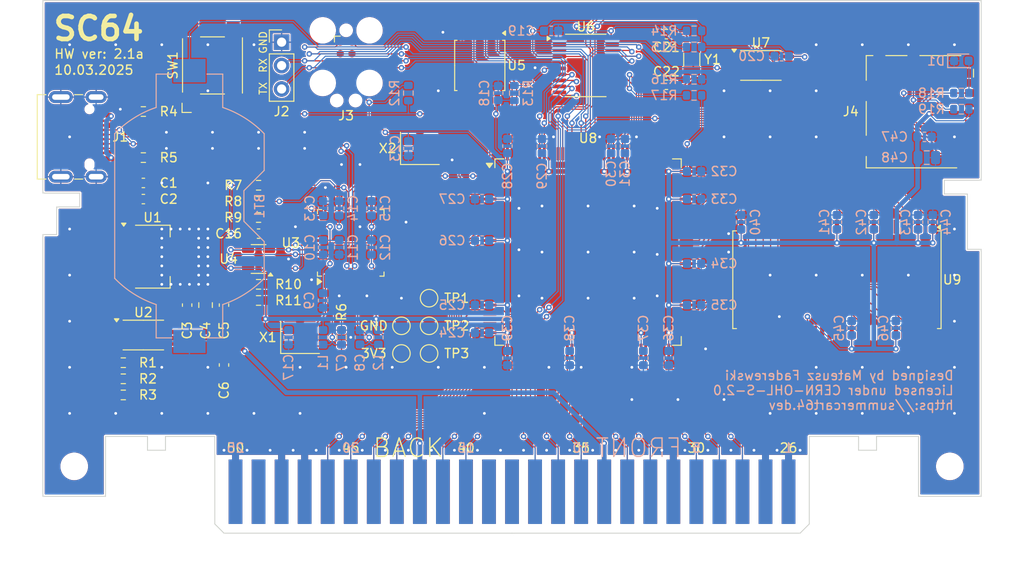
<source format=kicad_pcb>
(kicad_pcb (version 20240108) (generator "pcbnew") (generator_version "8.0")
  (title_block (title "SummerCart64") (date "2025-03-10") (rev "2.1a") (company "Mateusz Faderewski"))
  (layers (0 "F.Cu" signal) (31 "B.Cu" signal) (34 "B.Paste" user) (35 "F.Paste" user) (36 "B.SilkS" user "B.Silkscreen") (37 "F.SilkS" user "F.Silkscreen") (38 "B.Mask" user) (39 "F.Mask" user) (44 "Edge.Cuts" user))
  (net 0 "")
  (net 1 "Net-(BT1-+)")
  (net 2 "Net-(U1-VO)")
  (net 3 "Net-(U3-VPHY)")
  (net 4 "Net-(U3-VPLL)")
  (net 5 "Net-(U3-VCCA)")
  (net 6 "Net-(U3-VCCCORE)")
  (net 7 "N64_AD15")
  (net 8 "N64_AD14")
  (net 9 "N64_AD13")
  (net 10 "N64_AD12")
  (net 11 "N64_AD11")
  (net 12 "N64_AD10")
  (net 13 "N64_AD9")
  (net 14 "N64_AD8")
  (net 15 "N64_CIC_DATA")
  (net 16 "N64_PIF_CLK")
  (net 17 "N64_JOYBUS")
  (net 18 "N64_AD0")
  (net 19 "N64_AD1")
  (net 20 "N64_AD2")
  (net 21 "N64_AD3")
  (net 22 "N64_ALEL")
  (net 23 "N64_ALEH")
  (net 24 "N64_AD4")
  (net 25 "N64_AD5")
  (net 26 "N64_AD6")
  (net 27 "N64_AD7")
  (net 28 "N64_CIC_CLK")
  (net 29 "N64_VIDEO_SYNC")
  (net 30 "SD_DAT2")
  (net 31 "SD_DAT3")
  (net 32 "SD_CMD")
  (net 33 "SD_CLK")
  (net 34 "SD_DAT0")
  (net 35 "SD_DAT1")
  (net 36 "SD_DET")
  (net 37 "SWDIO")
  (net 38 "SWCLK")
  (net 39 "UART_TX")
  (net 40 "UART_RX")
  (net 41 "JTAG_TDO")
  (net 42 "JTAG_TDI")
  (net 43 "JTAG_TCK")
  (net 44 "JTAG_TMS")
  (net 45 "Net-(U7-X1)")
  (net 46 "GND")
  (net 47 "I2C_SDA")
  (net 48 "I2C_SCL")
  (net 49 "RTC_MFP")
  (net 50 "+3V3")
  (net 51 "N64_3V3")
  (net 52 "+5V")
  (net 53 "FLASH_CS")
  (net 54 "FLASH_IO1")
  (net 55 "FLASH_IO2")
  (net 56 "FLASH_IO0")
  (net 57 "FLASH_CLK")
  (net 58 "FLASH_IO3")
  (net 59 "FTDI_D0")
  (net 60 "FTDI_D1")
  (net 61 "FTDI_D2")
  (net 62 "FTDI_D3")
  (net 63 "FTDI_D4")
  (net 64 "FTDI_D5")
  (net 65 "FTDI_D6")
  (net 66 "FTDI_D7")
  (net 67 "FTDI_C0")
  (net 68 "FTDI_C1")
  (net 69 "FTDI_C2")
  (net 70 "~{N64_WRITE}")
  (net 71 "~{N64_READ}")
  (net 72 "~{N64_RESET}")
  (net 73 "~{N64_INT}")
  (net 74 "~{N64_NMI}")
  (net 75 "SDRAM_DQ0")
  (net 76 "SDRAM_DQ1")
  (net 77 "SDRAM_DQ2")
  (net 78 "SDRAM_DQ3")
  (net 79 "SDRAM_DQ4")
  (net 80 "SDRAM_DQ5")
  (net 81 "SDRAM_DQ6")
  (net 82 "SDRAM_DQ7")
  (net 83 "SDRAM_DQ8")
  (net 84 "SDRAM_DQ9")
  (net 85 "SDRAM_DQ10")
  (net 86 "SDRAM_DQ11")
  (net 87 "SDRAM_DQ12")
  (net 88 "SDRAM_DQ13")
  (net 89 "SDRAM_DQ14")
  (net 90 "SDRAM_DQ15")
  (net 91 "FPGA_CLK")
  (net 92 "MCU_CS")
  (net 93 "MCU_MOSI")
  (net 94 "MCU_MISO")
  (net 95 "MCU_INT")
  (net 96 "SDRAM_DQML")
  (net 97 "~{SDRAM_WE}")
  (net 98 "~{SDRAM_CAS}")
  (net 99 "~{SDRAM_RAS}")
  (net 100 "~{SDRAM_CS}")
  (net 101 "SDRAM_BA0")
  (net 102 "SDRAM_BA1")
  (net 103 "SDRAM_A10")
  (net 104 "SDRAM_A0")
  (net 105 "SDRAM_A1")
  (net 106 "SDRAM_A2")
  (net 107 "SDRAM_A3")
  (net 108 "SDRAM_A4")
  (net 109 "SDRAM_A5")
  (net 110 "SDRAM_A6")
  (net 111 "SDRAM_A7")
  (net 112 "SDRAM_A8")
  (net 113 "SDRAM_A9")
  (net 114 "SDRAM_A11")
  (net 115 "SDRAM_A12")
  (net 116 "SDRAM_CLK")
  (net 117 "SDRAM_DQMH")
  (net 118 "FTDI_C3")
  (net 119 "FTDI_C4")
  (net 120 "FTDI_C5")
  (net 121 "FTDI_C6")
  (net 122 "LED")
  (net 123 "TEST1")
  (net 124 "TEST2")
  (net 125 "FTDI_C7")
  (net 126 "USB_D+")
  (net 127 "USB_D-")
  (net 128 "Net-(U7-X2)")
  (net 129 "BUTTON")
  (net 130 "Net-(D1-A)")
  (net 131 "Net-(J1-CC1)")
  (net 132 "TEST3")
  (net 133 "MCU_SCLK")
  (net 135 "Net-(J1-CC2)")
  (net 143 "USB_EEDATA")
  (net 144 "USB_CLK")
  (net 145 "Net-(U2-VSNS)")
  (net 146 "Net-(U2-ILM)")
  (net 147 "Net-(U3-REF)")
  (net 148 "USB_EECLK")
  (net 149 "USB_EECS")
  (net 150 "Net-(U3-~{RESET})")
  (net 151 "Net-(U4-DO)")
  (net 152 "Net-(U6-NRST)")
  (footprint "MountingHole:MountingHole_2.5mm" (layer "F.Cu") (at 197.5 128.25)
    (property "Reference" "REF**" (hide yes))
    (property "Value" "MountingHole_2.5mm")
  )
  (footprint "Resistor_SMD:R_0603_1608Metric" (layer "F.Cu") (at 107.825 117 180)
    (property "Reference" "R1")
    (property "Value" "1k")
  )
  (footprint "Package_QFP:LQFP-48_7x7mm_P0.5mm" (layer "F.Cu") (at 132.5 104 90)
    (property "Reference" "U3")
    (property "Value" "FT232HL")
  )
  (footprint "Capacitor_SMD:C_0603_1608Metric" (layer "F.Cu") (at 118.75 110.75 90)
    (property "Reference" "C5")
    (property "Value" "100nF")
  )
  (footprint "Button_Switch_SMD:SW_SPST_Omron_B3FS-105xP" (layer "F.Cu") (at 117.5 84.75 90)
    (property "Reference" "SW1")
    (property "Value" "B3FS-1050")
  )
  (footprint "TestPoint:TestPoint_Pad_D1.5mm" (layer "F.Cu") (at 138 113)
    (property "Reference" "GND1" (hide yes))
    (property "Value" "TestPoint")
  )
  (footprint "Resistor_SMD:R_0603_1608Metric" (layer "F.Cu") (at 122.5 110.25 180)
    (property "Reference" "R11")
    (property "Value" "10k")
  )
  (footprint "Capacitor_SMD:C_0603_1608Metric" (layer "F.Cu") (at 166.75 81.35 180)
    (property "Reference" "C21")
    (property "Value" "7pF")
  )
  (footprint "Capacitor_SMD:C_0603_1608Metric" (layer "F.Cu") (at 110 97.5)
    (property "Reference" "C1")
    (property "Value" "4.7uF")
  )
  (footprint "Package_SO:TSSOP-8_4.4x3mm_P0.65mm" (layer "F.Cu") (at 177 84.75)
    (property "Reference" "U7")
    (property "Value" "MCP7940N-x/ST")
  )
  (footprint "Package_TO_SOT_SMD:SOT-23-6" (layer "F.Cu") (at 122.5 105.75 180)
    (property "Reference" "U4")
    (property "Value" "93AA56Bx-x/OT")
  )
  (footprint "Resistor_SMD:R_0603_1608Metric" (layer "F.Cu") (at 122.5 99.5)
    (property "Reference" "R8")
    (property "Value" "10k")
  )
  (footprint "Package_SO:TSOP-II-54_22.2x10.16mm_P0.8mm" (layer "F.Cu") (at 185.25 108 -90)
    (property "Reference" "U9")
    (property "Value" "IS42S16320F-7TL")
  )
  (footprint "Package_SO:SOIC-8_5.23x5.23mm_P1.27mm" (layer "F.Cu") (at 146.5 84.75 -90)
    (property "Reference" "U5")
    (property "Value" "W25Q128JVSIQ")
  )
  (footprint "Capacitor_SMD:C_0603_1608Metric" (layer "F.Cu") (at 114.75 110.75 90)
    (property "Reference" "C3")
    (property "Value" "100nF")
  )
  (footprint "TestPoint:TestPoint_Pad_D1.5mm" (layer "F.Cu") (at 138 116)
    (property "Reference" "3V1" (hide yes))
    (property "Value" "TestPoint")
  )
  (footprint "Resistor_SMD:R_0603_1608Metric" (layer "F.Cu") (at 107.825 118.75)
    (property "Reference" "R2")
    (property "Value" "330R")
  )
  (footprint "Connector_Card:microSD_HC_Molex_104031-0811" (layer "F.Cu") (at 194.25 89.75 -90)
    (property "Reference" "J4")
    (property "Value" "104031-0811")
  )
  (footprint "Package_QFP:TQFP-144_20x20mm_P0.5mm" (layer "F.Cu") (at 158.25 105)
    (property "Reference" "U8")
    (property "Value" "LCMXO2-7000HC-6TG144x")
  )
  (footprint "Resistor_SMD:R_0603_1608Metric" (layer "F.Cu") (at 110 94.75 180)
    (property "Reference" "R5")
    (property "Value" "5.1k")
  )
  (footprint "Resistor_SMD:R_0603_1608Metric" (layer "F.Cu") (at 110 89.75 180)
    (property "Reference" "R4")
    (property "Value" "5.1k")
  )
  (footprint "Resistor_SMD:R_0603_1608Metric" (layer "F.Cu") (at 131.5 114.25 90)
    (property "Reference" "R6")
    (property "Value" "12k 1%")
  )
  (footprint "Capacitor_SMD:C_0603_1608Metric" (layer "F.Cu") (at 122.5 103 180)
    (property "Reference" "C16")
    (property "Value" "100nF")
  )
  (footprint "Package_SO:TSSOP-8_4.4x3mm_P0.65mm" (layer "F.Cu") (at 110 114)
    (property "Reference" "U2")
    (property "Value" "TPS2111A")
  )
  (footprint "TestPoint:TestPoint_Pad_D1.5mm" (layer "F.Cu") (at 141 110)
    (property "Reference" "TP1")
    (property "Value" "TestPoint")
  )
  (footprint "Resistor_SMD:R_0603_1608Metric" (layer "F.Cu") (at 122.5 97.75)
    (property "Reference" "R7")
    (property "Value" "12k")
  )
  (footprint "Connector_PinHeader_2.54mm:PinHeader_1x03_P2.54mm_Vertical" (layer "F.Cu") (at 125 82.225)
    (property "Reference" "J2")
    (property "Value" "Conn_01x03_Male")
  )
  (footprint "Crystal:Crystal_SMD_3215-2Pin_3.2x1.5mm" (layer "F.Cu") (at 169.5 84.1 90)
    (property "Reference" "Y1")
    (property "Value" "FC-135")
  )
  (footprint "TestPoint:TestPoint_Pad_D1.5mm" (layer "F.Cu") (at 141 113)
    (property "Reference" "TP2")
    (property "Value" "TestPoint")
  )
  (footprint "sc64v2:N64_Edge" (layer "F.Cu") (at 150 125)
    (property "Reference" "J_N1" (hide yes))
    (property "Value" "N64_Cartridge")
    (fp_line (start -32.25 9.5) (end -32.25 0) (stroke (width 0.1)) (layer "Edge.Cuts"))
    (fp_line (start -32.25 9.5) (end -31.25 10.5) (stroke (width 0.1)) (layer "Edge.Cuts"))
    (fp_line (start 0 10.5) (end -31.25 10.5) (stroke (width 0.1)) (layer "Edge.Cuts"))
    (fp_line (start 0 10.5) (end 31.25 10.5) (stroke (width 0.1)) (layer "Edge.Cuts"))
    (fp_line (start 31.25 10.5) (end 32.25 9.5) (stroke (width 0.1)) (layer "Edge.Cuts"))
    (fp_line (start 32.25 9.5) (end 32.25 0) (stroke (width 0.1)) (layer "Edge.Cuts"))
  )
  (footprint "Connector:Tag-Connect_TC2050-IDC-FP_2x05_P1.27mm_Vertical" (layer "F.Cu") (at 132 84.75 -90)
    (property "Reference" "J3")
    (property "Value" "TC2050-FP")
  )
  (footprint "Resistor_SMD:R_0603_1608Metric" (layer "F.Cu") (at 122.5 101.25 180)
    (property "Reference" "R9")
    (property "Value" "5.1k")
  )
  (footprint "Capacitor_SMD:C_0805_2012Metric" (layer "F.Cu") (at 116.75 110.75 90)
    (property "Reference" "C4")
    (property "Value" "47uF")
  )
  (footprint "MountingHole:MountingHole_2.5mm" (layer "F.Cu") (at 102.5 128.25)
    (property "Reference" "REF**" (hide yes))
    (property "Value" "MountingHole_2.5mm")
  )
  (footprint "Capacitor_SMD:C_0603_1608Metric" (layer "F.Cu") (at 118.75 117.25 -90)
    (property "Reference" "C6")
    (property "Value" "100nF")
  )
  (footprint "Resistor_SMD:R_0603_1608Metric" (layer "F.Cu") (at 122.5 108.5)
    (property "Reference" "R10")
    (property "Value" "2.2k")
  )
  (footprint "Package_TO_SOT_SMD:SOT-223-3_TabPin2" (layer "F.Cu") (at 111 105.5)
    (property "Reference" "U1")
    (property "Value" "TC1264-3.3VDB")
  )
  (footprint "Oscillator:Oscillator_SMD_SeikoEpson_SG8002CE-4Pin_3.2x2.5mm" (layer "F.Cu") (at 140 93.75)
    (property "Reference" "X2")
    (property "Value" "ECS-3225MV-500-BN")
  )
  (footprint "Capacitor_SMD:C_0603_1608Metric" (layer "F.Cu") (at 110 99.25)
    (property "Reference" "C2")
    (property "Value" "100nF")
  )
  (footprint "Oscillator:Oscillator_SMD_SeikoEpson_SG8002CE-4Pin_3.2x2.5mm" (layer "F.Cu") (at 127 114.25)
    (property "Reference" "X1")
    (property "Value" "ECS-3225MV-120-CN")
  )
  (footprint "Package_SO:TSSOP-20_4.4x6.5mm_P0.65mm" (layer "F.Cu") (at 158 84.75)
    (property "Reference" "U6")
    (property "Value" "STM32G030F6P6")
  )
  (footprint "Resistor_SMD:R_0603_1608Metric" (layer "F.Cu") (at 107.825 120.5)
    (property "Reference" "R3")
    (property "Value" "470R")
  )
  (footprint "TestPoint:TestPoint_Pad_D1.5mm" (layer "F.Cu") (at 141 116)
    (property "Reference" "TP3")
    (property "Value" "TestPoint")
  )
  (footprint "Capacitor_SMD:C_0603_1608Metric" (layer "F.Cu") (at 166.75 86.85)
    (property "Reference" "C22")
    (property "Value" "7pF")
  )
  (footprint "Connector_USB:USB_C_Receptacle_JAE_DX07S016JA1R1500" (layer "F.Cu") (at 102.2 92.5 -90)
    (property "Reference" "J1")
    (property "Value" "DX07S016JA3R1500")
  )
  (footprint "LED_SMD:LED_0603_1608Metric" (layer "B.Cu") (at 198.75 84.25)
    (property "Reference" "D1")
    (property "Value" "150060RS75000")
  )
  (footprint "Capacitor_SMD:C_0603_1608Metric" (layer "B.Cu") (at 129.5 110.25 -90)
    (property "Reference" "C9")
    (property "Value" "100nF")
  )
  (footprint "Resistor_SMD:R_0603_1608Metric" (layer "B.Cu") (at 138.75 87.75 90)
    (property "Reference" "R12")
    (property "Value" "10k")
  )
  (footprint "Capacitor_SMD:C_0603_1608Metric" (layer "B.Cu") (at 146.75 110.75 180)
    (property "Reference" "C25")
    (property "Value" "100nF")
  )
  (footprint "Capacitor_SMD:C_0603_1608Metric" (layer "B.Cu") (at 156.25 116.5 -90)
    (property "Reference" "C38")
    (property "Value" "100nF")
  )
  (footprint "Capacitor_SMD:C_0603_1608Metric" (layer "B.Cu") (at 169.75 110.75)
    (property "Reference" "C35")
    (property "Value" "100nF")
  )
  (footprint "Capacitor_SMD:C_0603_1608Metric" (layer "B.Cu") (at 153.25 93.5 90)
    (property "Reference" "C29")
    (property "Value" "100nF")
  )
  (footprint "Capacitor_SMD:C_0603_1608Metric" (layer "B.Cu") (at 131.25 104.5 -90)
    (property "Reference" "C11")
    (property "Value" "100nF")
  )
  (footprint "Resistor_SMD:R_0603_1608Metric" (layer "B.Cu") (at 198.75 89.5)
    (property "Reference" "R19")
    (property "Value" "10k")
  )
  (footprint "Resistor_SMD:R_0603_1608Metric" (layer "B.Cu") (at 169.75 88)
    (property "Reference" "R17")
    (property "Value" "10k")
  )
  (footprint "Capacitor_SMD:C_0603_1608Metric" (layer "B.Cu") (at 162.25 93.5 90)
    (property "Reference" "C31")
    (property "Value" "100nF")
  )
  (footprint "Capacitor_SMD:C_0603_1608Metric" (layer "B.Cu") (at 146.75 103.75 180)
    (property "Reference" "C26")
    (property "Value" "100nF")
  )
  (footprint "Capacitor_SMD:C_0603_1608Metric" (layer "B.Cu") (at 194.05 101.75 90)
    (property "Reference" "C43")
    (property "Value" "100nF")
  )
  (footprint "Capacitor_SMD:C_0603_1608Metric" (layer "B.Cu") (at 189.25 101.75 90)
    (property "Reference" "C42")
    (property "Value" "100nF")
  )
  (footprint "Capacitor_SMD:C_0603_1608Metric" (layer "B.Cu") (at 186.85 113.25 90)
    (property "Reference" "C45")
    (property "Value" "100nF")
  )
  (footprint "Capacitor_SMD:C_0603_1608Metric" (layer "B.Cu") (at 138.75 93.75 -90)
    (property "Reference" "C23")
    (property "Value" "100nF")
  )
  (footprint "Capacitor_SMD:C_0603_1608Metric" (layer "B.Cu") (at 129.5 100.25 -90)
    (property "Reference" "C13")
    (property "Value" "100nF")
  )
  (footprint "Capacitor_SMD:C_0603_1608Metric" (layer "B.Cu") (at 174.85 101.75 90)
    (property "Reference" "C40")
    (property "Value" "100nF")
  )
  (footprint "Resistor_SMD:R_0603_1608Metric" (layer "B.Cu") (at 150.25 87.75 -90)
    (property "Reference" "R13")
    (property "Value" "10k")
  )
  (footprint "Resistor_SMD:R_0603_1608Metric" (layer "B.Cu") (at 169.75 82.75)
    (property "Reference" "R15")
    (property "Value" "2.2k")
  )
  (footprint "Capacitor_SMD:C_0603_1608Metric" (layer "B.Cu") (at 149.5 116.5 -90)
    (property "Reference" "C39")
    (property "Value" "100nF")
  )
  (footprint "Capacitor_SMD:C_0603_1608Metric" (layer "B.Cu") (at 131.25 100.25 -90)
    (property "Reference" "C14")
    (property "Value" "100nF")
  )
  (footprint "Battery:BatteryHolder_Keystone_1058_1x2032" (layer "B.Cu") (at 115 100 -90)
    (property "Reference" "BT1")
    (property "Value" "1058")
  )
  (footprint "Capacitor_SMD:C_0603_1608Metric" (layer "B.Cu") (at 134.75 104.5 90)
    (property "Reference" "C12")
    (property "Value" "100nF")
  )
  (footprint "Capacitor_SMD:C_0603_1608Metric" (layer "B.Cu") (at 160.75 93.5 90)
    (property "Reference" "C30")
    (property "Value" "100nF")
  )
  (footprint "Capacitor_SMD:C_0603_1608Metric" (layer "B.Cu") (at 179.25 83.75 180)
    (property "Reference" "C20")
    (property "Value" "100nF")
  )
  (footprint "Inductor_SMD:L_0603_1608Metric" (layer "B.Cu") (at 135.5 114.25 -90)
    (property "Reference" "L2")
    (property "Value" "470R @ 100MHz")
  )
  (footprint "Capacitor_SMD:C_0603_1608Metric" (layer "B.Cu") (at 185.25 101.75 90)
    (property "Reference" "C41")
    (property "Value" "100nF")
  )
  (footprint "Capacitor_SMD:C_0603_1608Metric" (layer "B.Cu") (at 133.5 114.25 90)
    (property "Reference" "C8")
    (property "Value" "100nF")
  )
  (footprint "Capacitor_SMD:C_0603_1608Metric" (layer "B.Cu") (at 146.75 99.25 180)
    (property "Reference" "C27")
    (property "Value" "100nF")
  )
  (footprint "Capacitor_SMD:C_0603_1608Metric" (layer "B.Cu") (at 169.75 96.25)
    (property "Reference" "C32")
    (property "Value" "100nF")
  )
  (footprint "Resistor_SMD:R_0603_1608Metric" (layer "B.Cu") (at 169.75 81)
    (property "Reference" "R14")
    (property "Value" "2.2k")
  )
  (footprint "Capacitor_SMD:C_0603_1608Metric" (layer "B.Cu") (at 169.75 99.25)
    (property "Reference" "C33")
    (property "Value" "100nF")
  )
  (footprint "Capacitor_SMD:C_0603_1608Metric" (layer "B.Cu") (at 191.65 113.25 90)
    (property "Reference" "C46")
    (property "Value" "100nF")
  )
  (footprint "Capacitor_SMD:C_0603_1608Metric" (layer "B.Cu") (at 131.5 114.25 -90)
    (property "Reference" "C7")
    (property "Value" "100nF")
  )
  (footprint "Capacitor_SMD:C_0603_1608Metric" (layer "B.Cu") (at 167 116.5 -90)
    (property "Reference" "C36")
    (property "Value" "100nF")
  )
  (footprint "Capacitor_SMD:C_0603_1608Metric" (layer "B.Cu") (at 146.75 113.75 180)
    (property "Reference" "C24")
    (property "Value" "100nF")
  )
  (footprint "Resistor_SMD:R_0603_1608Metric" (layer "B.Cu") (at 169.75 86.25 180)
    (property "Reference" "R16")
    (property "Value" "10k")
  )
  (footprint "Capacitor_SMD:C_0603_1608Metric" (layer "B.Cu") (at 194.75 92.5)
    (property "Reference" "C47")
    (property "Value" "100nF")
  )
  (footprint "Capacitor_SMD:C_0603_1608Metric" (layer "B.Cu") (at 148.5 87.75 90)
    (property "Reference" "C18")
    (property "Value" "100nF")
  )
  (footprint "Capacitor_SMD:C_0805_2012Metric" (layer "B.Cu") (at 195 94.75)
    (property "Reference" "C48")
    (property "Value" "47uF")
  )
  (footprint "Capacitor_SMD:C_0603_1608Metric" (layer "B.Cu") (at 125.75 114.25 -90)
    (property "Reference" "C17")
    (property "Value" "100nF")
  )
  (footprint "Capacitor_SMD:C_0603_1608Metric" (layer "B.Cu") (at 164.25 116.5 -90)
    (property "Reference" "C37")
    (property "Value" "100nF")
  )
  (footprint "Inductor_SMD:L_0603_1608Metric" (layer "B.Cu") (at 129.5 114.25 -90)
    (property "Reference" "L1")
    (property "Value" "470R @ 100MHz")
  )
  (footprint "Capacitor_SMD:C_0603_1608Metric" (layer "B.Cu") (at 129.5 104.5 -90)
    (property "Reference" "C10")
    (property "Value" "100nF")
  )
  (footprint "Capacitor_SMD:C_0603_1608Metric" (layer "B.Cu") (at 169.75 106.25)
    (property "Reference" "C34")
    (property "Value" "100nF")
  )
  (footprint "Capacitor_SMD:C_0603_1608Metric" (layer "B.Cu") (at 149.5 93.5 90)
    (property "Reference" "C28")
    (property "Value" "100nF")
  )
  (footprint "Capacitor_SMD:C_0603_1608Metric" (layer "B.Cu") (at 195.65 101.75 90)
    (property "Reference" "C44")
    (property "Value" "100nF")
  )
  (footprint "Capacitor_SMD:C_0603_1608Metric" (layer "B.Cu") (at 154.25 81)
    (property "Reference" "C19")
    (property "Value" "100nF")
  )
  (footprint "Resistor_SMD:R_0603_1608Metric" (layer "B.Cu") (at 198.75 87.75)
    (property "Reference" "R18")
    (property "Value" "1k")
  )
  (footprint "Capacitor_SMD:C_0603_1608Metric" (layer "B.Cu") (at 134.75 100.25 90)
    (property "Reference" "C15")
    (property "Value" "100nF")
  )
  (gr_line (start 112.4 126.5) (end 112.4 125) (stroke (width 0.1)) (layer "Edge.Cuts"))
  (gr_line (start 105.9 131.5) (end 105.9 125) (stroke (width 0.1)) (layer "Edge.Cuts"))
  (gr_line (start 200.9 104.7) (end 199.4 104.7) (stroke (width 0.1)) (layer "Edge.Cuts"))
  (gr_line (start 182.25 125) (end 187.6 125) (stroke (width 0.1)) (layer "Edge.Cuts"))
  (gr_line (start 110.45 125) (end 110.45 126.5) (stroke (width 0.1)) (layer "Edge.Cuts"))
  (gr_line (start 199.4 98.7) (end 196.9 98.7) (stroke (width 0.1)) (layer "Edge.Cuts"))
  (gr_line (start 189.55 126.5) (end 189.55 125) (stroke (width 0.1)) (layer "Edge.Cuts"))
  (gr_line (start 103.1 100.1) (end 103.1 98.6) (stroke (width 0.1)) (layer "Edge.Cuts"))
  (gr_line (start 194.1 125) (end 194.1 131.5) (stroke (width 0.1)) (layer "Edge.Cuts"))
  (gr_line (start 110.45 126.5) (end 112.4 126.5) (stroke (width 0.1)) (layer "Edge.Cuts"))
  (gr_line (start 199.4 104.7) (end 199.4 98.7) (stroke (width 0.1)) (layer "Edge.Cuts"))
  (gr_line (start 105.9 125) (end 110.45 125) (stroke (width 0.1)) (layer "Edge.Cuts"))
  (gr_line (start 200.9 131.5) (end 200.9 104.7) (stroke (width 0.1)) (layer "Edge.Cuts"))
  (gr_line (start 99.1 77.7) (end 200.9 77.7) (stroke (width 0.1)) (layer "Edge.Cuts"))
  (gr_line (start 99.1 98.6) (end 99.1 77.7) (stroke (width 0.1)) (layer "Edge.Cuts"))
  (gr_line (start 194.1 131.5) (end 200.9 131.5) (stroke (width 0.1)) (layer "Edge.Cuts"))
  (gr_line (start 187.6 126.5) (end 189.55 126.5) (stroke (width 0.1)) (layer "Edge.Cuts"))
  (gr_line (start 99.1 131.5) (end 105.9 131.5) (stroke (width 0.1)) (layer "Edge.Cuts"))
  (gr_line (start 187.6 125) (end 187.6 126.5) (stroke (width 0.1)) (layer "Edge.Cuts"))
  (gr_line (start 99.1 131.5) (end 99.1 103.1) (stroke (width 0.1)) (layer "Edge.Cuts"))
  (gr_line (start 200.9 77.7) (end 200.9 97.2) (stroke (width 0.1)) (layer "Edge.Cuts"))
  (gr_line (start 100.6 103.1) (end 100.6 100.1) (stroke (width 0.1)) (layer "Edge.Cuts"))
  (gr_line (start 103.1 98.6) (end 99.1 98.6) (stroke (width 0.1)) (layer "Edge.Cuts"))
  (gr_line (start 196.9 97.2) (end 200.9 97.2) (stroke (width 0.1)) (layer "Edge.Cuts"))
  (gr_line (start 112.4 125) (end 117.75 125) (stroke (width 0.1)) (layer "Edge.Cuts"))
  (gr_line (start 100.6 100.1) (end 103.1 100.1) (stroke (width 0.1)) (layer "Edge.Cuts"))
  (gr_line (start 189.55 125) (end 194.1 125) (stroke (width 0.1)) (layer "Edge.Cuts"))
  (gr_line (start 196.9 98.7) (end 196.9 97.2) (stroke (width 0.1)) (layer "Edge.Cuts"))
  (gr_line (start 99.1 103.1) (end 100.6 103.1) (stroke (width 0.1)) (layer "Edge.Cuts"))
  (gr_text "Designed by Mateusz Faderewski\nLicensed under CERN-OHL-S-2.0\nhttps://summercart64.dev" (at 198 122.2 0) (layer "B.SilkS") (effects (font (size 1 1)) (justify left bottom mirror)))
  (gr_text "RX" (at 123 84.75 90) (layer "F.SilkS") (effects (font (size 0.8 0.8) (thickness 0.125))))
  (gr_text "TX" (at 123 87.25 90) (layer "F.SilkS") (effects (font (size 0.8 0.8) (thickness 0.125))))
  (gr_text "HW ver: 2.1a" (at 100.25 83.5 0) (layer "F.SilkS") (effects (font (size 1 1)) (justify left)))
  (gr_text "10.03.2025" (at 100.25 85.25 0) (layer "F.SilkS") (effects (font (size 1 1)) (justify left)))
  (gr_text "GND" (at 135 113 0) (layer "F.SilkS") (effects (font (size 1 1))))
  (gr_text "3V3" (at 135 116 0) (layer "F.SilkS") (effects (font (size 1 1))))
  (gr_text "GND" (at 123 82.25 90) (layer "F.SilkS") (effects (font (size 0.8 0.8) (thickness 0.125))))
  (gr_text "SC64" (at 100 80.75 0) (layer "F.SilkS") (effects (font (size 2.5 2.5) (thickness 0.5)) (justify left)))
  (segment (start 172.325 85.075) (end 172.25 85) (width 0.127) (layer "F.Cu") (net 1))
  (segment (start 174.1375 85.075) (end 172.325 85.075) (width 0.127) (layer "F.Cu") (net 1))
  (via (at 172.25 85) (size 0.6) (drill 0.3) (layers "F.Cu" "B.Cu") (net 1))
  (segment (start 129 82.73592) (end 136.079955 82.73592) (width 0.127) (layer "B.Cu") (net 1))
  (segment (start 164.47888 82.22888) (end 167.25 85) (width 0.127) (layer "B.Cu") (net 1))
  (segment (start 137.579956 81.23592) (end 139.420046 81.23592) (width 0.127) (layer "B.Cu") (net 1))
  (segment (start 126.26408 80) (end 129 82.73592) (width 0.127) (layer "B.Cu") (net 1))
  (segment (start 167.25 85) (end 172.25 85) (width 0.127) (layer "B.Cu") (net 1))
  (segment (start 115 81.25) (end 116.25 80) (width 0.127) (layer "B.Cu") (net 1))
  (segment (start 136.079955 82.73592) (end 137.579956 81.23592) (width 0.127) (layer "B.Cu") (net 1))
  (segment (start 116.25 80) (end 126.26408 80) (width 0.127) (layer "B.Cu") (net 1))
  (segment (start 139.420046 81.23592) (end 140.413006 82.22888) (width 0.127) (layer "B.Cu") (net 1))
  (segment (start 140.413006 82.22888) (end 164.47888 82.22888) (width 0.127) (layer "B.Cu") (net 1))
  (segment (start 115 85.35) (end 115 81.25) (width 0.127) (layer "B.Cu") (net 1))
  (segment (start 108.65 117) (end 110.275 115.375) (width 0.127) (layer "F.Cu") (net 2))
  (segment (start 107.85 107.8) (end 107.85 110.6) (width 0.508) (layer "F.Cu") (net 2))
  (segment (start 112.8625 112.1375) (end 113.475 111.525) (width 0.508) (layer "F.Cu") (net 2))
  (segment (start 112.8625 113.025) (end 110.275 113.025) (width 0.508) (layer "F.Cu") (net 2))
  (segment (start 113.475 111.525) (end 114.75 111.525) (width 0.508) (layer "F.Cu") (net 2))
  (segment (start 110.275 115.375) (end 110.275 113.025) (width 0.127) (layer "F.Cu") (net 2))
  (segment (start 112.8625 113.025) (end 112.8625 112.1375) (width 0.508) (layer "F.Cu") (net 2))
  (segment (start 107.85 110.6) (end 110.275 113.025) (width 0.508) (layer "F.Cu") (net 2))
  (segment (start 130.5 112.375) (end 130.75 112.125) (width 0.127) (layer "F.Cu") (net 3))
  (segment (start 130.75 112.125) (end 130.75 108.1625) (width 0.127) (layer "F.Cu") (net 3))
  (segment (start 130.5 114.25) (end 130.5 112.375) (width 0.127) (layer "F.Cu") (net 3))
  (via (at 130.5 114.25) (size 0.6) (drill 0.3) (layers "F.Cu" "B.Cu") (net 3))
  (segment (start 129.5 115.0375) (end 130.2125 115.0375) (width 0.127) (layer "B.Cu") (net 3))
  (segment (start 130.2125 115.0375) (end 130.5 114.75) (width 0.127) (layer "B.Cu") (net 3))
  (segment (start 130.775 115.025) (end 130.5 114.75) (width 0.127) (layer "B.Cu") (net 3))
  (segment (start 131.5 115.025) (end 130.775 115.025) (width 0.127) (layer "B.Cu") (net 3))
  (segment (start 130.5 114.75) (end 130.5 114.25) (width 0.127) (layer "B.Cu") (net 3))
  (segment (start 133.25 113) (end 133.25 108.1625) (width 0.127) (layer "F.Cu") (net 4))
  (segment (start 134.5 114.25) (end 133.25 113) (width 0.127) (layer "F.Cu") (net 4))
  (via (at 134.5 114.25) (size 0.6) (drill 0.3) (layers "F.Cu" "B.Cu") (net 4))
  (segment (start 134.225 115.025) (end 134.5 114.75) (width 0.127) (layer "B.Cu") (net 4))
  (segment (start 135.5 115.0375) (end 134.7875 115.0375) (width 0.127) (layer "B.Cu") (net 4))
  (segment (start 134.7875 115.0375) (end 134.5 114.75) (width 0.127) (layer "B.Cu") (net 4))
  (segment (start 133.5 115.025) (end 134.225 115.025) (width 0.127) (layer "B.Cu") (net 4))
  (segment (start 134.5 114.75) (end 134.5 114.25) (width 0.127) (layer "B.Cu") (net 4))
  (segment (start 128.3375 100.3375) (end 128.25 100.25) (width 0.127) (layer "F.Cu") (net 5))
  (segment (start 128.3375 101.25) (end 128.3375 100.3375) (width 0.127) (layer "F.Cu") (net 5))
  (via (at 128.25 100.25) (size 0.6) (drill 0.3) (layers "F.Cu" "B.Cu") (net 5))
  (segment (start 128.725 100.25) (end 129.5 101.025) (width 0.127) (layer "B.Cu") (net 5))
  (segment (start 128.25 100.25) (end 128.725 100.25) (width 0.127) (layer "B.Cu") (net 5))
  (segment (start 128.3375 101.75) (end 130.75 101.75) (width 0.127) (layer "F.Cu") (net 6))
  (segment (start 130.75 101.75) (end 131.25 102.25) (width 0.127) (layer "F.Cu") (net 6))
  (via (at 131.25 102.25) (size 0.6) (drill 0.3) (layers "F.Cu" "B.Cu") (net 6))
  (segment (start 131.25 102.25) (end 131.25 101.025) (width 0.127) (layer "B.Cu") (net 6))
  (segment (start 160.5 115.6625) (end 160.5 121.381744) (width 0.127) (layer "F.Cu") (net 7))
  (segment (start 160.5 121.381744) (end 161.593616 122.47536) (width 0.127) (layer "F.Cu") (net 7))
  (segment (start 161.593616 122.47536) (end 171.22536 122.47536) (width 0.127) (layer "F.Cu") (net 7))
  (segment (start 171.22536 122.47536) (end 173.75 125) (width 0.127) (layer "F.Cu") (net 7))
  (via (at 173.75 125) (size 0.6) (drill 0.3) (layers "F.Cu" "B.Cu") (net 7))
  (segment (start 175 131) (end 175 126.25) (width 0.127) (layer "B.Cu") (net 7))
  (segment (start 175 126.25) (end 173.75 125) (width 0.127) (layer "B.Cu") (net 7))
  (segment (start 161.383592 122.9824) (end 169.2324 122.9824) (width 0.127) (layer "F.Cu") (net 8))
  (segment (start 159.5 121.098808) (end 161.383592 122.9824) (width 0.127) (layer "F.Cu") (net 8))
  (segment (start 159.5 115.6625) (end 159.5 121.098808) (width 0.127) (layer "F.Cu") (net 8))
  (segment (start 169.2324 122.9824) (end 171.25 125) (width 0.127) (layer "F.Cu") (net 8))
  (via (at 171.25 125) (size 0.6) (drill 0.3) (layers "F.Cu" "B.Cu") (net 8))
  (segment (start 172.5 126.25) (end 171.25 125) (width 0.127) (layer "B.Cu") (net 8))
  (segment (start 172.5 131) (end 172.5 126.25) (width 0.127) (layer "B.Cu") (net 8))
  (segment (start 158.5 120.815872) (end 161.173568 123.48944) (width 0.127) (layer "F.Cu") (net 9))
  (segment (start 161.173568 123.48944) (end 167.23944 123.48944) (width 0.127) (layer "F.Cu") (net 9))
  (segment (start 167.23944 123.48944) (end 168.75 125) (width 0.127) (layer "F.Cu") (net 9))
  (segment (start 158.5 115.6625) (end 158.5 120.815872) (width 0.127) (layer "F.Cu") (net 9))
  (via (at 168.75 125) (size 0.6) (drill 0.3) (layers "F.Cu" "B.Cu") (net 9))
  (segment (start 170 131) (end 170 126.25) (width 0.127) (layer "B.Cu") (net 9))
  (segment (start 170 126.25) (end 168.75 125) (width 0.127) (layer "B.Cu") (net 9))
  (segment (start 162.74648 123.99648) (end 163.75 125) (width 0.127) (layer "F.Cu") (net 10))
  (segment (start 157 120.032936) (end 160.963544 123.99648) (width 0.127) (layer "F.Cu") (net 10))
  (segment (start 160.963544 123.99648) (end 162.74648 123.99648) (width 0.127) (layer "F.Cu") (net 10))
  (segment (start 157 115.6625) (end 157 120.032936) (width 0.127) (layer "F.Cu") (net 10))
  (via (at 163.75 125) (size 0.6) (drill 0.3) (layers "F.Cu" "B.Cu") (net 10))
  (segment (start 165 126.25) (end 163.75 125) (width 0.127) (layer "B.Cu") (net 10))
  (segment (start 165 131) (end 165 126.25) (width 0.127) (layer "B.Cu") (net 10))
  (segment (start 153.75 118.934128) (end 153.75 125) (width 0.127) (layer "F.Cu") (net 11))
  (segment (start 153 115.6625) (end 153 118.184128) (width 0.127) (layer "F.Cu") (net 11))
  (segment (start 153 118.184128) (end 153.75 118.934128) (width 0.127) (layer "F.Cu") (net 11))
  (via (at 153.75 125) (size 0.6) (drill 0.3) (layers "F.Cu" "B.Cu") (net 11))
  (segment (start 155 126.25) (end 153.75 125) (width 0.127) (layer "B.Cu") (net 11))
  (segment (start 155 131) (end 155 126.25) (width 0.127) (layer "B.Cu") (net 11))
  (segment (start 152 115.6625) (end 152 121.934125) (width 0.127) (layer "F.Cu") (net 12))
  (segment (start 151.25 122.684126) (end 151.25 125) (width 0.127) (layer "F.Cu") (net 12))
  (segment (start 152 121.934125) (end 151.25 122.684126) (width 0.127) (layer "F.Cu") (net 12))
  (via (at 151.25 125) (size 0.6) (drill 0.3) (layers "F.Cu" "B.Cu") (net 12))
  (segment (start 152.5 126.25) (end 151.25 125) (width 0.127) (layer "B.Cu") (net 12))
  (segment (start 152.5 131) (end 152.5 126.25) (width 0.127) (layer "B.Cu") (net 12))
  (segment (start 147.23944 124.01056) (end 146.25 125) (width 0.127) (layer "F.Cu") (net 13))
  (segment (start 149.565033 124.01056) (end 147.23944 124.01056) (width 0.127) (layer "F.Cu") (net 13))
  (segment (start 151.5 115.6625) (end 151.5 122.075594) (width 0.127) (layer "F.Cu") (net 13))
  (segment (start 151.5 122.075594) (end 149.565033 124.01056) (width 0.127) (layer "F.Cu") (net 13))
  (via (at 146.25 125) (size 0.6) (drill 0.3) (layers "F.Cu" "B.Cu") (net 13))
  (segment (start 145 131) (end 145 126.25) (width 0.127) (layer "B.Cu") (net 13))
  (segment (start 145 126.25) (end 146.25 125) (width 0.127) (layer "B.Cu") (net 13))
  (segment (start 150.5 115.6625) (end 150.5 122.358531) (width 0.127) (layer "F.Cu") (net 14))
  (segment (start 150.5 122.358531) (end 149.355011 123.50352) (width 0.127) (layer "F.Cu") (net 14))
  (segment (start 145.24648 123.50352) (end 143.75 125) (width 0.127) (layer "F.Cu") (net 14))
  (segment (start 149.355011 123.50352) (end 145.24648 123.50352) (width 0.127) (layer "F.Cu") (net 14))
  (via (at 143.75 125) (size 0.6) (drill 0.3) (layers "F.Cu" "B.Cu") (net 14))
  (segment (start 142.5 131) (end 142.5 126.25) (width 0.127) (layer "B.Cu") (net 14))
  (segment (start 142.5 126.25) (end 143.75 125) (width 0.127) (layer "B.Cu") (net 14))
  (segment (start 153.75 112) (end 153.49296 112.25704) (width 0.127) (layer "F.Cu") (net 15))
  (segment (start 141.315033 124.01056) (end 139.73944 124.01056) (width 0.127) (layer "F.Cu") (net 15))
  (segment (start 145.5 119.825593) (end 141.315033 124.01056) (width 0.127) (layer "F.Cu") (net 15))
  (segment (start 153.49296 112.25704) (end 149.75 112.25704) (width 0.127) (layer "F.Cu") (net 15))
  (segment (start 145.5 113.75) (end 145.5 119.825593) (width 0.127) (layer "F.Cu") (net 15))
  (segment (start 148.75704 113.25) (end 147.5875 113.25) (width 0.127) (layer "F.Cu") (net 15))
  (segment (start 156.275 87.025) (end 156.5 87.25) (width 0.127) (layer "F.Cu") (net 15))
  (segment (start 147.5875 113.25) (end 146 113.25) (width 0.127) (layer "F.Cu") (net 15))
  (segment (start 139.73944 124.01056) (end 138.75 125) (width 0.127) (layer "F.Cu") (net 15))
  (segment (start 149.75 112.25704) (end 148.75704 113.25) (width 0.127) (layer "F.Cu") (net 15))
  (segment (start 146 113.25) (end 145.5 113.75) (width 0.127) (layer "F.Cu") (net 15))
  (segment (start 155.1375 87.025) (end 156.275 87.025) (width 0.127) (layer "F.Cu") (net 15))
  (via (at 153.75 112) (size 0.6) (drill 0.3) (layers "F.Cu" "B.Cu") (net 15))
  (via (at 138.75 125) (size 0.6) (drill 0.3) (layers "F.Cu" "B.Cu") (net 15))
  (via (at 156.5 87.25) (size 0.6) (drill 0.3) (layers "F.Cu" "B.Cu") (net 15))
  (segment (start 137.5 131) (end 137.5 126.25) (width 0.127) (layer "B.Cu") (net 15))
  (segment (start 155.50704 110.24296) (end 155.50704 91.539977) (width 0.127) (layer "B.Cu") (net 15))
  (segment (start 153.75 112) (end 155.50704 110.24296) (width 0.127) (layer "B.Cu") (net 15))
  (segment (start 154.5 90.532937) (end 154.5 89.25) (width 0.127) (layer "B.Cu") (net 15))
  (segment (start 154.5 89.25) (end 156.5 87.25) (width 0.127) (layer "B.Cu") (net 15))
  (segment (start 155.50704 91.539977) (end 154.5 90.532937) (width 0.127) (layer "B.Cu") (net 15))
  (segment (start 137.5 126.25) (end 138.75 125) (width 0.127) (layer "B.Cu") (net 15))
  (segment (start 145.5 112.25) (end 144.99296 112.75704) (width 0.127) (layer "F.Cu") (net 16))
  (segment (start 144.99296 112.75704) (end 144.99296 119.615571) (width 0.127) (layer "F.Cu") (net 16))
  (segment (start 144.99296 119.615571) (end 141.105011 123.50352) (width 0.127) (layer "F.Cu") (net 16))
  (segment (start 147.5875 112.25) (end 145.5 112.25) (width 0.127) (layer "F.Cu") (net 16))
  (segment (start 141.105011 123.50352) (end 137.74648 123.50352) (width 0.127) (layer "F.Cu") (net 16))
  (segment (start 137.74648 123.50352) (end 136.25 125) (width 0.127) (layer "F.Cu") (net 16))
  (via (at 136.25 125) (size 0.6) (drill 0.3) (layers "F.Cu" "B.Cu") (net 16))
  (segment (start 135 131) (end 135 126.25) (width 0.127) (layer "B.Cu") (net 16))
  (segment (start 135 126.25) (end 136.25 125) (width 0.127) (layer "B.Cu") (net 16))
  (segment (start 140.684964 122.48944) (end 133.76056 122.48944) (width 0.127) (layer "F.Cu") (net 17))
  (segment (start 143.97888 119.195524) (end 140.684964 122.48944) (width 0.127) (layer "F.Cu") (net 17))
  (segment (start 143.97888 110.77112) (end 143.97888 119.195524) (width 0.127) (layer "F.Cu") (net 17))
  (segment (start 133.76056 122.48944) (end 131.25 125) (width 0.127) (layer "F.Cu") (net 17))
  (segment (start 147.5875 109.25) (end 145.5 109.25) (width 0.127) (layer "F.Cu") (net 17))
  (segment (start 145.5 109.25) (end 143.97888 110.77112) (width 0.127) (layer "F.Cu") (net 17))
  (via (at 131.25 125) (size 0.6) (drill 0.3) (layers "F.Cu" "B.Cu") (net 17))
  (segment (start 130 131) (end 130 126.25) (width 0.127) (layer "B.Cu") (net 17))
  (segment (start 130 126.25) (end 131.25 125) (width 0.127) (layer "B.Cu") (net 17))
  (segment (start 161 115.6625) (end 161 121.523212) (width 0.127) (layer "F.Cu") (net 18))
  (segment (start 161 121.523212) (end 161.698628 122.22184) (width 0.127) (layer "F.Cu") (net 18))
  (segment (start 172.22184 122.22184) (end 175 125) (width 0.127) (layer "F.Cu") (net 18))
  (segment (start 175 125) (end 175 131) (width 0.127) (layer "F.Cu") (net 18))
  (segment (start 161.698628 122.22184) (end 172.22184 122.22184) (width 0.127) (layer "F.Cu") (net 18))
  (segment (start 161.488604 122.72888) (end 170.22888 122.72888) (width 0.127) (layer "F.Cu") (net 19))
  (segment (start 172.5 125) (end 172.5 131) (width 0.127) (layer "F.Cu") (net 19))
  (segment (start 160 115.6625) (end 160 121.240276) (width 0.127) (layer "F.Cu") (net 19))
  (segment (start 170.22888 122.72888) (end 172.5 125) (width 0.127) (layer "F.Cu") (net 19))
  (segment (start 160 121.240276) (end 161.488604 122.72888) (width 0.127) (layer "F.Cu") (net 19))
  (segment (start 170 125) (end 170 131) (width 0.127) (layer "F.Cu") (net 20))
  (segment (start 159 115.6625) (end 159 120.95734) (width 0.127) (layer "F.Cu") (net 20))
  (segment (start 159 120.95734) (end 161.27858 123.23592) (width 0.127) (layer "F.Cu") (net 20))
  (segment (start 161.27858 123.23592) (end 168.23592 123.23592) (width 0.127) (layer "F.Cu") (net 20))
  (segment (start 168.23592 123.23592) (end 170 125) (width 0.127) (layer "F.Cu") (net 20))
  (segment (start 158 120.674404) (end 161.068556 123.74296) (width 0.127) (layer "F.Cu") (net 21))
  (segment (start 165 125) (end 165 131) (width 0.127) (layer "F.Cu") (net 21))
  (segment (start 163.74296 123.74296) (end 165 125) (width 0.127) (layer "F.Cu") (net 21))
  (segment (start 161.068556 123.74296) (end 163.74296 123.74296) (width 0.127) (layer "F.Cu") (net 21))
  (segment (start 158 115.6625) (end 158 120.674404) (width 0.127) (layer "F.Cu") (net 21))
  (segment (start 162.5 125) (end 162.5 131) (width 0.127) (layer "F.Cu") (net 22))
  (segment (start 156 115.6625) (end 156 119.391468) (width 0.127) (layer "F.Cu") (net 22))
  (segment (start 160.858532 124.25) (end 161.75 124.25) (width 0.127) (layer "F.Cu") (net 22))
  (segment (start 161.75 124.25) (end 162.5 125) (width 0.127) (layer "F.Cu") (net 22))
  (segment (start 156 119.391468) (end 160.858532 124.25) (width 0.127) (layer "F.Cu") (net 22))
  (segment (start 155 119.108532) (end 157.5 121.608532) (width 0.127) (layer "F.Cu") (net 23))
  (segment (start 155 115.6625) (end 155 119.108532) (width 0.127) (layer "F.Cu") (net 23))
  (segment (start 157.5 121.608532) (end 157.5 131) (width 0.127) (layer "F.Cu") (net 23))
  (segment (start 155 119.825596) (end 155 131) (width 0.127) (layer "F.Cu") (net 24))
  (segment (start 153.5 115.6625) (end 153.5 118.325596) (width 0.127) (layer "F.Cu") (net 24))
  (segment (start 153.5 118.325596) (end 155 119.825596) (width 0.127) (layer "F.Cu") (net 24))
  (segment (start 152.5 115.6625) (end 152.5 131) (width 0.127) (layer "F.Cu") (net 25))
  (segment (start 151 115.6625) (end 151 122.217062) (width 0.127) (layer "F.Cu") (net 26))
  (segment (start 146.24296 123.75704) (end 145 125) (width 0.127) (layer "F.Cu") (net 26))
  (segment (start 145 125) (end 145 131) (width 0.127) (layer "F.Cu") (net 26))
  (segment (start 149.460022 123.75704) (end 146.24296 123.75704) (width 0.127) (layer "F.Cu") (net 26))
  (segment (start 151 122.217062) (end 149.460022 123.75704) (width 0.127) (layer "F.Cu") (net 26))
  (segment (start 150 122.5) (end 149.25 123.25) (width 0.127) (layer "F.Cu") (net 27))
  (segment (start 150 115.6625) (end 150 122.5) (width 0.127) (layer "F.Cu") (net 27))
  (segment (start 149.25 123.25) (end 144.25 123.25) (width 0.127) (layer "F.Cu") (net 27))
  (segment (start 144.25 123.25) (end 142.5 125) (width 0.127) (layer "F.Cu") (net 27))
  (segment (start 142.5 125) (end 142.5 131) (width 0.127) (layer "F.Cu") (net 27))
  (segment (start 148.75352 112.75) (end 147.5875 112.75) (width 0.127) (layer "F.Cu") (net 28))
  (segment (start 141.210022 123.75704) (end 138.74296 123.75704) (width 0.127) (layer "F.Cu") (net 28))
  (segment (start 145.75 112.75) (end 145.24648 113.25352) (width 0.127) (layer "F.Cu") (net 28))
  (segment (start 137.5 125) (end 137.5 131) (width 0.127) (layer "F.Cu") (net 28))
  (segment (start 156.860931 86.375) (end 156.985931 86.5) (width 0.127) (layer "F.Cu") (net 28))
  (segment (start 147.5875 112.75) (end 145.75 112.75) (width 0.127) (layer "F.Cu") (net 28))
  (segment (start 149.5 112.00352) (end 148.75352 112.75) (width 0.127) (layer "F.Cu") (net 28))
  (segment (start 138.74296 123.75704) (end 137.5 125) (width 0.127) (layer "F.Cu") (net 28))
  (segment (start 145.24648 119.720582) (end 141.210022 123.75704) (width 0.127) (layer "F.Cu") (net 28))
  (segment (start 152.99648 112.00352) (end 149.5 112.00352) (width 0.127) (layer "F.Cu") (net 28))
  (segment (start 154 111) (end 152.99648 112.00352) (width 0.127) (layer "F.Cu") (net 28))
  (segment (start 145.24648 113.25352) (end 145.24648 119.720582) (width 0.127) (layer "F.Cu") (net 28))
  (segment (start 155.1375 86.375) (end 156.860931 86.375) (width 0.127) (layer "F.Cu") (net 28))
  (via (at 156.985931 86.5) (size 0.6) (drill 0.3) (layers "F.Cu" "B.Cu") (net 28))
  (via (at 154 111) (size 0.6) (drill 0.3) (layers "F.Cu" "B.Cu") (net 28))
  (segment (start 154 111) (end 155.25352 109.74648) (width 0.127) (layer "B.Cu") (net 28))
  (segment (start 155.25352 109.74648) (end 155.25352 91.644989) (width 0.127) (layer "B.Cu") (net 28))
  (segment (start 155.25352 91.644989) (end 154.24648 90.637948) (width 0.127) (layer "B.Cu") (net 28))
  (segment (start 154.24648 88.75352) (end 156.5 86.5) (width 0.127) (layer "B.Cu") (net 28))
  (segment (start 156.5 86.5) (end 156.985931 86.5) (width 0.127) (layer "B.Cu") (net 28))
  (segment (start 154.24648 90.637948) (end 154.24648 88.75352) (width 0.127) (layer "B.Cu") (net 28))
  (segment (start 147.5875 108.75) (end 145.25 108.75) (width 0.127) (layer "F.Cu") (net 29))
  (segment (start 132.76408 122.23592) (end 130 125) (width 0.127) (layer "F.Cu") (net 29))
  (segment (start 130 125) (end 130 131) (width 0.127) (layer "F.Cu") (net 29))
  (segment (start 143.72536 119.090512) (end 140.579952 122.23592) (width 0.127) (layer "F.Cu") (net 29))
  (segment (start 143.72536 110.27464) (end 143.72536 119.090512) (width 0.127) (layer "F.Cu") (net 29))
  (segment (start 140.579952 122.23592) (end 132.76408 122.23592) (width 0.127) (layer "F.Cu") (net 29))
  (segment (start 145.25 108.75) (end 143.72536 110.27464) (width 0.127) (layer "F.Cu") (net 29))
  (segment (start 164.5 94.3375) (end 164.5 93) (width 0.127) (layer "F.Cu") (net 30))
  (segment (start 167.50704 89.99296) (end 193.3 89.99296) (width 0.127) (layer "F.Cu") (net 30))
  (segment (start 193.3 89.99296) (end 196.64796 86.645) (width 0.127) (layer "F.Cu") (net 30))
  (segment (start 196.64796 86.645) (end 199.7 86.645) (width 0.127) (layer "F.Cu") (net 30))
  (segment (start 164.5 93) (end 167.50704 89.99296) (width 0.127) (layer "F.Cu") (net 30))
  (segment (start 193.50352 90.24648) (end 196.005 87.745) (width 0.127) (layer "F.Cu") (net 31))
  (segment (start 167.75352 90.24648) (end 193.50352 90.24648) (width 0.127) (layer "F.Cu") (net 31))
  (segment (start 165 94.3375) (end 165 93) (width 0.127) (layer "F.Cu") (net 31))
  (segment (start 165 93) (end 167.75352 90.24648) (width 0.127) (layer "F.Cu") (net 31))
  (segment (start 196.005 87.745) (end 199.7 87.745) (width 0.127) (layer "F.Cu") (net 31))
  (segment (start 168 90.5) (end 193.681032 90.5) (width 0.127) (layer "F.Cu") (net 32))
  (segment (start 193.681032 90.5) (end 195.336032 88.845) (width 0.127) (layer "F.Cu") (net 32))
  (segment (start 165.5 93) (end 168 90.5) (width 0.127) (layer "F.Cu") (net 32))
  (segment (start 165.5 94.3375) (end 165.5 93) (width 0.127) (layer "F.Cu") (net 32))
  (segment (start 195.336032 88.845) (end 199.7 88.845) (width 0.127) (layer "F.Cu") (net 32))
  (segment (start 193.945 91.045) (end 193.65352 90.75352) (width 0.127) (layer "F.Cu") (net 33))
  (segment (start 168.24648 90.75352) (end 166 93) (width 0.127) (layer "F.Cu") (net 33))
  (segment (start 166 93) (end 166 94.3375) (width 0.127) (layer "F.Cu") (net 33))
  (segment (start 199.7 91.045) (end 193.945 91.045) (width 0.127) (layer "F.Cu") (net 33))
  (segment (start 193.65352 90.75352) (end 168.24648 90.75352) (width 0.127) (layer "F.Cu") (net 33))
  (segment (start 166.5 94.3375) (end 166.5 93) (width 0.127) (layer "F.Cu") (net 34))
  (segment (start 195.745 93.245) (end 199.7 93.245) (width 0.127) (layer "F.Cu") (net 34))
  (segment (start 166.5 93) (end 168.49296 91.00704) (width 0.127) (layer "F.Cu") (net 34))
  (segment (start 193.50704 91.00704) (end 195.745 93.245) (width 0.127) (layer "F.Cu") (net 34))
  (segment (start 168.49296 91.00704) (end 193.50704 91.00704) (width 0.127) (layer "F.Cu") (net 34))
  (segment (start 167 94.3375) (end 167 93) (width 0.127) (layer "F.Cu") (net 35))
  (segment (start 196.33444 94.295) (end 199.7 94.295) (width 0.127) (layer "F.Cu") (net 35))
  (segment (start 168.73944 91.26056) (end 193.3 91.26056) (width 0.127) (layer "F.Cu") (net 35))
  (segment (start 167 93) (end 168.73944 91.26056) (width 0.127) (layer "F.Cu") (net 35))
  (segment (start 193.3 91.26056) (end 196.33444 94.295) (width 0.127) (layer "F.Cu") (net 35))
  (segment (start 164 93) (end 167.26056 89.73944) (width 0.127) (layer "F.Cu") (net 36))
  (segment (start 193.55 89.2) (end 193.55 84.01) (width 0.127) (layer "F.Cu") (net 36))
  (segment (start 193.01056 89.73944) (end 193.55 89.2) (width 0.127) (layer "F.Cu") (net 36))
  (segment (start 167.26056 89.73944) (end 193.01056 89.73944) (width 0.127) (layer "F.Cu") (net 36))
  (segment (start 164 94.3375) (end 164 93) (width 0.127) (layer "F.Cu") (net 36))
  (via (at 193.55 88.5) (size 0.6) (drill 0.3) (layers "F.Cu" "B.Cu") (net 36))
  (segment (start 196 88.5) (end 197 89.5) (width 0.127) (layer "B.Cu") (net 36))
  (segment (start 197 89.5) (end 197.925 89.5) (width 0.127) (layer "B.Cu") (net 36))
  (segment (start 193.55 88.5) (end 196 88.5) (width 0.127) (layer "B.Cu") (net 36))
  (segment (start 162.875 83.125) (end 160.8625 83.125) (width 0.127) (layer "F.Cu") (net 37))
  (segment (start 163 83.25) (end 162.875 83.125) (width 0.127) (layer "F.Cu") (net 37))
  (segment (start 131.365 83.48) (end 131.345 83.5) (width 0.127) (layer "F.Cu") (net 37))
  (segment (start 131.345 83.5) (end 128 83.5) (width 0.127) (layer "F.Cu") (net 37))
  (via (at 163 83.25) (size 0.6) (drill 0.3) (layers "F.Cu" "B.Cu") (net 37))
  (via (at 128 83.5) (size 0.6) (drill 0.3) (layers "F.Cu" "B.Cu") (net 37))
  (segment (start 129.148508 83.24296) (end 128.891468 83.5) (width 0.127) (layer "B.Cu") (net 37))
  (segment (start 136.289978 83.24296) (end 129.148508 83.24296) (width 0.127) (layer "B.Cu") (net 37))
  (segment (start 137.789978 81.74296) (end 136.289978 83.24296) (width 0.127) (layer "B.Cu") (net 37))
  (segment (start 139.210023 81.74296) (end 137.789978 81.74296) (width 0.127) (layer "B.Cu") (net 37))
  (segment (start 140.202984 82.73592) (end 139.210023 81.74296) (width 0.127) (layer "B.Cu") (net 37))
  (segment (start 162.48592 82.73592) (end 140.202984 82.73592) (width 0.127) (layer "B.Cu") (net 37))
  (segment (start 128.891468 83.5) (end 128 83.5) (width 0.127) (layer "B.Cu") (net 37))
  (segment (start 163 83.25) (end 162.48592 82.73592) (width 0.127) (layer "B.Cu") (net 37))
  (segment (start 127.5 82.75) (end 130.825 82.75) (width 0.127) (layer "F.Cu") (net 38))
  (segment (start 163.475 82.475) (end 160.8625 82.475) (width 0.127) (layer "F.Cu") (net 38))
  (segment (start 163.75 82.75) (end 163.475 82.475) (width 0.127) (layer "F.Cu") (net 38))
  (segment (start 130.825 82.75) (end 131.365 82.21) (width 0.127) (layer "F.Cu") (net 38))
  (via (at 127.5 82.75) (size 0.6) (drill 0.3) (layers "F.Cu" "B.Cu") (net 38))
  (via (at 163.75 82.75) (size 0.6) (drill 0.3) (layers "F.Cu" "B.Cu") (net 38))
  (segment (start 139.315035 81.48944) (end 140.307994 82.4824) (width 0.127) (layer "B.Cu") (net 38))
  (segment (start 163.75 82.75) (end 167.25 86.25) (width 0.127) (layer "B.Cu") (net 38))
  (segment (start 136.184966 82.98944) (end 137.684967 81.48944) (width 0.127) (layer "B.Cu") (net 38))
  (segment (start 127.5 82.75) (end 128.655548 82.75) (width 0.127) (layer "B.Cu") (net 38))
  (segment (start 140.307994 82.4824) (end 163.4824 82.4824) (width 0.127) (layer "B.Cu") (net 38))
  (segment (start 167.25 86.25) (end 168.925 86.25) (width 0.127) (layer "B.Cu") (net 38))
  (segment (start 128.894988 82.98944) (end 136.184966 82.98944) (width 0.127) (layer "B.Cu") (net 38))
  (segment (start 137.684967 81.48944) (end 139.315035 81.48944) (width 0.127) (layer "B.Cu") (net 38))
  (segment (start 128.655548 82.75) (end 128.894988 82.98944) (width 0.127) (layer "B.Cu") (net 38))
  (segment (start 163.4824 82.4824) (end 163.75 82.75) (width 0.127) (layer "B.Cu") (net 38))
  (segment (start 162.84 84.425) (end 163 84.265) (width 0.127) (layer "F.Cu") (net 39))
  (segment (start 157.5 91) (end 157.5 94.3375) (width 0.127) (layer "F.Cu") (net 39))
  (segment (start 128 85) (end 130.345 85) (width 0.127) (layer "F.Cu") (net 39))
  (segment (start 130.345 85) (end 131.365 86.02) (width 0.127) (layer "F.Cu") (net 39))
  (segment (start 160.8625 84.425) (end 162.84 84.425) (width 0.127) (layer "F.Cu") (net 39))
  (via (at 157.5 91) (size 0.6) (drill 0.3) (layers "F.Cu" "B.Cu") (net 39))
  (via (at 163 84.265) (size 0.6) (drill 0.3) (layers "F.Cu" "B.Cu") (net 39))
  (via (at 128 85) (size 0.6) (drill 0.3) (layers "F.Cu" "B.Cu") (net 39))
  (segment (start 136.5 83.75) (end 129.75 83.75) (width 0.127) (layer "B.Cu") (net 39))
  (segment (start 158.50352 83.855012) (end 158.50352 90.439461) (width 0.127) (layer "B.Cu") (net 39))
  (segment (start 158 91) (end 157.5 91) (width 0.127) (layer "B.Cu") (net 39))
  (segment (start 157.982971 83.841503) (end 157.384428 83.24296) (width 0.127) (layer "B.Cu") (net 39))
  (segment (start 157.982971 89.574048) (end 157.982971 83.841503) (width 0.127) (layer "B.Cu") (net 39))
  (segment (start 158.5 90.442981) (end 158.5 90.5) (width 0.127) (layer "B.Cu") (net 39))
  (segment (start 125 87.305) (end 127.305 85) (width 0.127) (layer "B.Cu") (net 39))
  (segment (start 127.305 85) (end 128 85) (width 0.127) (layer "B.Cu") (net 39))
  (segment (start 158.50352 90.439461) (end 158.5 90.442981) (width 0.127) (layer "B.Cu") (net 39))
  (segment (start 157.509989 90.990011) (end 157.509989 90.04703) (width 0.127) (layer "B.Cu") (net 39))
  (segment (start 157.5 91) (end 157.509989 90.990011) (width 0.127) (layer "B.Cu") (net 39))
  (segment (start 159.108532 83.25) (end 158.50352 83.855012) (width 0.127) (layer "B.Cu") (net 39))
  (segment (start 162.656468 84.265) (end 161.641469 83.25) (width 0.127) (layer "B.Cu") (net 39))
  (segment (start 139 82.25) (end 138 82.25) (width 0.127) (layer "B.Cu") (net 39))
  (segment (start 163 84.265) (end 162.656468 84.265) (width 0.127) (layer "B.Cu") (net 39))
  (segment (start 158.5 90.5) (end 158 91) (width 0.127) (layer "B.Cu") (net 39))
  (segment (start 128.5 85) (end 128 85) (width 0.127) (layer "B.Cu") (net 39))
  (segment (start 157.509989 90.04703) (end 157.982971 89.574048) (width 0.127) (layer "B.Cu") (net 39))
  (segment (start 161.641469 83.25) (end 159.108532 83.25) (width 0.127) (layer "B.Cu") (net 39))
  (segment (start 138 82.25) (end 136.5 83.75) (width 0.127) (layer "B.Cu") (net 39))
  (segment (start 129.75 83.75) (end 128.5 85) (width 0.127) (layer "B.Cu") (net 39))
  (segment (start 139.992961 83.24296) (end 139 82.25) (width 0.127) (layer "B.Cu") (net 39))
  (segment (start 157.384428 83.24296) (end 139.992961 83.24296) (width 0.127) (layer "B.Cu") (net 39))
  (segment (start 130.865 84.25) (end 131.365 84.75) (width 0.127) (layer "F.Cu") (net 40))
  (segment (start 160.8875 83.75) (end 160.8625 83.775) (width 0.127) (layer "F.Cu") (net 40))
  (segment (start 163.75 83.75) (end 160.8875 83.75) (width 0.127) (layer "F.Cu") (net 40))
  (segment (start 127.5 84.25) (end 130.865 84.25) (width 0.127) (layer "F.Cu") (net 40))
  (segment (start 158 94.3375) (end 158 90.25) (width 0.127) (layer "F.Cu") (net 40))
  (via (at 127.5 84.25) (size 0.6) (drill 0.3) (layers "F.Cu" "B.Cu") (net 40))
  (via (at 158 90.25) (size 0.6) (drill 0.3) (layers "F.Cu" "B.Cu") (net 40))
  (via (at 163.75 83.75) (size 0.6) (drill 0.3) (layers "F.Cu" "B.Cu") (net 40))
  (segment (start 157.48944 82.98944) (end 158.25 83.75) (width 0.127) (layer "B.Cu") (net 40))
  (segment (start 127.5 84.25) (end 128.5 84.25) (width 0.127) (layer "B.Cu") (net 40))
  (segment (start 127.5 84.25) (end 125.515 84.25) (width 0.127) (layer "B.Cu") (net 40))
  (segment (start 125.515 84.25) (end 125 84.765) (width 0.127) (layer "B.Cu") (net 40))
  (segment (start 158.25 90) (end 158 90.25) (width 0.127) (layer "B.Cu") (net 40))
  (segment (start 128.5 84.25) (end 129.25352 83.49648) (width 0.127) (layer "B.Cu") (net 40))
  (segment (start 161.73944 82.98944) (end 162.5 83.75) (width 0.127) (layer "B.Cu") (net 40))
  (segment (start 158.25 83.75) (end 159.01056 82.98944) (width 0.127) (layer "B.Cu") (net 40))
  (segment (start 129.25352 83.49648) (end 136.394989 83.49648) (width 0.127) (layer "B.Cu") (net 40))
  (segment (start 139.105012 81.99648) (end 140.097972 82.98944) (width 0.127) (layer "B.Cu") (net 40))
  (segment (start 140.097972 82.98944) (end 157.48944 82.98944) (width 0.127) (layer "B.Cu") (net 40))
  (segment (start 159.01056 82.98944) (end 161.73944 82.98944) (width 0.127) (layer "B.Cu") (net 40))
  (segment (start 136.394989 83.49648) (end 137.894989 81.99648) (width 0.127) (layer "B.Cu") (net 40))
  (segment (start 158.25 83.75) (end 158.25 90) (width 0.127) (layer "B.Cu") (net 40))
  (segment (start 162.5 83.75) (end 163.75 83.75) (width 0.127) (layer "B.Cu") (net 40))
  (segment (start 137.894989 81.99648) (end 139.105012 81.99648) (width 0.127) (layer "B.Cu") (net 40))
  (segment (start 153 94.3375) (end 153 90.25) (width 0.127) (layer "F.Cu") (net 41))
  (segment (start 138 85) (end 133.655 85) (width 0.127) (layer "F.Cu") (net 41))
  (segment (start 133.655 85) (end 132.635 86.02) (width 0.127) (layer "F.Cu") (net 41))
  (via (at 138 85) (size 0.6) (drill 0.3) (layers "F.Cu" "B.Cu") (net 41))
  (via (at 153 90.25) (size 0.6) (drill 0.3) (layers "F.Cu" "B.Cu") (net 41))
  (segment (start 138.75 85) (end 139.49296 84.25704) (width 0.127) (layer "B.Cu") (net 41))
  (segment (start 153.48592 89.76408) (end 153 90.25) (width 0.127) (layer "B.Cu") (net 41))
  (segment (start 155.49648 85.644989) (end 153.48592 87.655549) (width 0.127) (layer "B.Cu") (net 41))
  (segment (start 138 85) (end 138.75 85) (width 0.127) (layer "B.Cu") (net 41))
  (segment (start 153.48592 87.655549) (end 153.48592 89.76408) (width 0.127) (layer "B.Cu") (net 41))
  (segment (start 155.148508 84.25704) (end 155.49648 84.605012) (width 0.127) (layer "B.Cu") (net 41))
  (segment (start 155.49648 84.605012) (end 155.49648 85.644989) (width 0.127) (layer "B.Cu") (net 41))
  (segment (start 139.49296 84.25704) (end 155.148508 84.25704) (width 0.127) (layer "B.Cu") (net 41))
  (segment (start 138.5 84.25) (end 133.135 84.25) (width 0.127) (layer "F.Cu") (net 42))
  (segment (start 133.135 84.25) (end 132.635 84.75) (width 0.127) (layer "F.Cu") (net 42))
  (segment (start 153.5 91) (end 153.5 94.3375) (width 0.127) (layer "F.Cu") (net 42))
  (via (at 138.5 84.25) (size 0.6) (drill 0.3) (layers "F.Cu" "B.Cu") (net 42))
  (via (at 153.5 91) (size 0.6) (drill 0.3) (layers "F.Cu" "B.Cu") (net 42))
  (segment (start 153.73944 90.76056) (end 153.5 91) (width 0.127) (layer "B.Cu") (net 42))
  (segment (start 155.25352 84.00352) (end 155.75 84.5) (width 0.127) (layer "B.Cu") (net 42))
  (segment (start 138.74648 84.00352) (end 155.25352 84.00352) (width 0.127) (layer "B.Cu") (net 42))
  (segment (start 155.75 84.5) (end 155.75 85.75) (width 0.127) (layer "B.Cu") (net 42))
  (segment (start 155.75 85.75) (end 153.73944 87.76056) (width 0.127) (layer "B.Cu") (net 42))
  (segment (start 138.5 84.25) (end 138.74648 84.00352) (width 0.127) (layer "B.Cu") (net 42))
  (segment (start 153.73944 87.76056) (end 153.73944 90.76056) (width 0.127) (layer "B.Cu") (net 42))
  (segment (start 156 90.25) (end 156 94.3375) (width 0.127) (layer "F.Cu") (net 43))
  (segment (start 132.655 83.5) (end 132.635 83.48) (width 0.127) (layer "F.Cu") (net 43))
  (segment (start 138 83.5) (end 132.655 83.5) (width 0.127) (layer "F.Cu") (net 43))
  (via (at 138 83.5) (size 0.6) (drill 0.3) (layers "F.Cu" "B.Cu") (net 43))
  (via (at 156 90.25) (size 0.6) (drill 0.3) (layers "F.Cu" "B.Cu") (net 43))
  (segment (start 138.5 83.5) (end 138 83.5) (width 0.127) (layer "B.Cu") (net 43))
  (segment (start 138.75 83.75) (end 155.358532 83.75) (width 0.127) (layer "B.Cu") (net 43))
  (segment (start 138.5 83.5) (end 138.75 83.75) (width 0.127) (layer "B.Cu") (net 43))
  (segment (start 157.475942 88.774058) (end 156 90.25) (width 0.127) (layer "B.Cu") (net 43))
  (segment (start 155.358532 83.75) (end 157.475942 85.86741) (width 0.127) (layer "B.Cu") (net 43))
  (segment (start 157.475942 85.86741) (end 157.475942 88.774058) (width 0.127) (layer "B.Cu") (net 43))
  (segment (start 133.175 82.75) (end 132.635 82.21) (width 0.127) (layer "F.Cu") (net 44))
  (segment (start 138.5 82.75) (end 133.175 82.75) (width 0.127) (layer "F.Cu") (net 44))
  (segment (start 156.5 91) (end 156.5 94.3375) (width 0.127) (layer "F.Cu") (net 44))
  (via (at 156.5 91) (size 0.6) (drill 0.3) (layers "F.Cu" "B.Cu") (net 44))
  (via (at 138.5 82.75) (size 0.6) (drill 0.3) (layers "F.Cu" "B.Cu") (net 44))
  (segment (start 157.279416 83.49648) (end 139.24648 83.49648) (width 0.127) (layer "B.Cu") (net 44))
  (segment (start 157.729451 89.469036) (end 157.729451 83.946515) (width 0.127) (layer "B.Cu") (net 44))
  (segment (start 157.729451 83.946515) (end 157.279416 83.49648) (width 0.127) (layer "B.Cu") (net 44))
  (segment (start 156.5 91) (end 156.5 90.698487) (width 0.127) (layer "B.Cu") (net 44))
  (segment (start 139.24648 83.49648) (end 138.5 82.75) (width 0.127) (layer "B.Cu") (net 44))
  (segment (start 156.5 90.698487) (end 157.729451 89.469036) (width 0.127) (layer "B.Cu") (net 44))
  (segment (start 169.5 83.25) (end 170.025 83.775) (width 0.127) (layer "F.Cu") (net 45))
  (segment (start 167.525 81.35) (end 168.75 81.35) (width 0.127) (layer "F.Cu") (net 45))
  (segment (start 169.5 82.1) (end 169.5 82.85) (width 0.127) (layer "F.Cu") (net 45))
  (segment (start 170.025 83.775) (end 174.1375 83.775) (width 0.127) (layer "F.Cu") (net 45))
  (segment (start 169.5 82.85) (end 169.5 83.25) (width 0.127) (layer "F.Cu") (net 45))
  (segment (start 168.75 81.35) (end 169.5 82.1) (width 0.127) (layer "F.Cu") (net 45))
  (segment (start 120 131) (end 120 126.5) (width 0.762) (layer "F.Cu") (net 46))
  (segment (start 149 110.25) (end 149.5 109.75) (width 0.127) (layer "F.Cu") (net 46))
  (segment (start 128.3375 107.9125) (end 128.25 108) (width 0.127) (layer "F.Cu") (net 46))
  (segment (start 130.25 99.8375) (end 129.75 99.8375) (width 0.127) (layer "F.Cu") (net 46))
  (segment (start 125 131) (end 125 126.5) (width 0.762) (layer "F.Cu") (net 46))
  (segment (start 134.25 108.1625) (end 134.75 108.1625) (width 0.127) (layer "F.Cu") (net 46))
  (segment (start 163.5 94.3375) (end 163.5 92.5) (width 0.127) (layer "F.Cu") (net 46))
  (segment (start 147.5875 104.75) (end 150.75 104.75) (width 0.127) (layer "F.Cu") (net 46))
  (segment (start 157.5 115.6625) (end 157.5 117.5) (width 0.127) (layer "F.Cu") (net 46))
  (segment (start 168.9125 99.75) (end 167.5 99.75) (width 0.127) (layer "F.Cu") (net 46))
  (segment (start 143.5 95) (end 141.5 95) (width 0.127) (layer "F.Cu") (net 46))
  (segment (start 128.3375 106.25) (end 128.3375 106.75) (width 0.127) (layer "F.Cu") (net 46))
  (segment (start 167.5 110.25) (end 167 109.75) (width 0.127) (layer "F.Cu") (net 46))
  (segment (start 159.5 94.3375) (end 159.5 92.5) (width 0.127) (layer "F.Cu") (net 46))
  (segment (start 136.6625 102.25) (end 136.6625 101.75) (width 0.127) (layer "F.Cu") (net 46))
  (segment (start 105.25 95.6) (end 105.85 95.6) (width 0.508) (layer "F.Cu") (net 46))
  (segment (start 198.355 92.145) (end 198 92.5) (width 0.508) (layer "F.Cu") (net 46))
  (segment (start 149.5 100.25) (end 150.75 100.25) (width 0.127) (layer "F.Cu") (net 46))
  (segment (start 136.6625 101.75) (end 138.5 101.75) (width 0.127) (layer "F.Cu") (net 46))
  (segment (start 154.5 94.3375) (end 154.5 92.5) (width 0.127) (layer "F.Cu") (net 46))
  (segment (start 168.9125 105.25) (end 165.75 105.25) (width 0.127) (layer "F.Cu") (net 46))
  (segment (start 105.85 95.6) (end 106 95.75) (width 0.508) (layer "F.Cu") (net 46))
  (segment (start 180 131) (end 180 126.5) (width 0.762) (layer "F.Cu") (net 46))
  (segment (start 105.25 89.4) (end 107.4 89.4) (width 0.508) (layer "F.Cu") (net 46))
  (segment (start 133.75 108.1625) (end 134.25 108.1625) (width 0.127) (layer "F.Cu") (net 46))
  (segment (start 199.7 92.145) (end 198.355 92.145) (width 0.508) (layer "F.Cu") (net 46))
  (segment (start 134.25 108.1625) (end 134.25 109.75) (width 0.127) (layer "F.Cu") (net 46))
  (segment (start 167 109.75) (end 165.75 109.75) (width 0.127) (layer "F.Cu") (net 46))
  (segment (start 129.75 99.8375) (end 129.75 98) (width 0.127) (layer "F.Cu") (net 46))
  (segment (start 141.5 95) (end 141.2 94.7) (width 0.127) (layer "F.Cu") (net 46))
  (segment (start 107.4 89.4) (end 107.5 89.5) (width 0.508) (layer "F.Cu") (net 46))
  (segment (start 149 99.75) (end 149.5 100.25) (width 0.127) (layer "F.Cu") (net 46))
  (segment (start 154 115.6625) (end 154 117.5) (width 0.127) (layer "F.Cu") (net 46))
  (segment (start 153.075 84.425) (end 155.1375 84.425) (width 0.127) (layer "F.Cu") (net 46))
  (segment (start 108.65 120.5) (end 108.65 118.75) (width 0.127) (layer "F.Cu") (net 46))
  (segment (start 128.3375 106.75) (end 128.3375 107.9125) (width 0.127) (layer "F.Cu") (net 46))
  (segment (start 152.5 85) (end 153.075 84.425) (width 0.127) (layer "F.Cu") (net 46))
  (segment (start 147.5875 99.75) (end 149 99.75) (width 0.127) (layer "F.Cu") (net 46))
  (segment (start 123.6375 105.75) (end 125.75 105.75) (width 0.127) (layer "F.Cu") (net 46))
  (segment (start 168.9125 110.25) (end 167.5 110.25) (width 0.127) (layer "F.Cu") (net 46))
  (segment (start 177.5 131) (end 177.5 126.5) (width 0.762) (layer "F.Cu") (net 46))
  (segment (start 167.5 131) (end 167.5 126.5) (width 0.762) (layer "F.Cu") (net 46))
  (segment (start 127.5 131) (end 127.5 126.5) (width 0.762) (layer "F.Cu") (net 46))
  (segment (start 147.5875 110.25) (end 149 110.25) (width 0.127) (layer "F.Cu") (net 46))
  (segment (start 167 100.25) (end 165.75 100.25) (width 0.127) (layer "F.Cu") (net 46))
  (segment (start 142.5 81.15) (end 144.595 81.15) (width 0.127) (layer "F.Cu") (net 46))
  (segment (start 163 115.6625) (end 163 117.5) (width 0.127) (layer "F.Cu") (net 46))
  (segment (start 149.5 109.75) (end 150.75 109.75) (width 0.127) (layer "F.Cu") (net 46))
  (segment (start 131.25 108.1625) (end 131.25 109.75) (width 0.127) (layer "F.Cu") (net 46))
  (segment (start 167.5 99.75) (end 167 100.25) (width 0.127) (layer "F.Cu") (net 46))
  (via (at 150.75 104.75) (size 0.6) (drill 0.3) (layers "F.Cu" "B.Cu") (net 46))
  (via (at 159.5 92.5) (size 0.6) (drill 0.3) (layers "F.Cu" "B.Cu") (net 46))
  (via (at 198 102.5) (size 0.6) (drill 0.3) (layers "F.Cu" "B.Cu") (net 46))
  (via (at 127.5 93.75) (size 0.6) (drill 0.3) (layers "F.Cu" "B.Cu") (net 46))
  (via (at 198 107.5) (size 0.6) (drill 0.3) (layers "F.Cu" "B.Cu") (net 46))
  (via (at 115 108.5) (size 0.6) (drill 0.3) (layers "F.Cu" "B.Cu") (net 46))
  (via (at 142 117.5) (size 0.6) (drill 0.3) (layers "F.Cu" "B.Cu") (net 46))
  (via (at 158.25 105) (size 0.6) (drill 0.3) (layers "F.Cu" "B.Cu") (net 46))
  (via (at 198 122.5) (size 0.6) (drill 0.3) (layers "F.Cu" "B.Cu") (net 46))
  (via (at 183 82.5) (size 0.6) (drill 0.3) (layers "F.Cu" "B.Cu") (net 46))
  (via (at 154.5 92.5) (size 0.6) (drill 0.3) (layers "F.Cu" "B.Cu") (net 46))
  (via (at 113 108.5) (size 0.6) (drill 0.3) (layers "F.Cu" "B.Cu") (net 46))
  (via (at 158.25 100) (size 0.6) (drill 0.3) (layers "F.Cu" "B.Cu") (net 46))
  (via (at 146.25 126.5) (size 0.6) (drill 0.3) (layers "F.Cu" "B.Cu") (net 46))
  (via (at 141.25 126.5) (size 0.6) (drill 0.3) (layers "F.Cu" "B.Cu") (net 46))
  (via (at 153.25 110) (size 0.6) (drill 0.3) (layers "F.Cu" "B.Cu") (net 46))
  (via (at 102 107.5) (size 0.6) (drill 0.3) (layers "F.Cu" "B.Cu") (net 46))
  (via (at 129.75 98) (size 0.6) (drill 0.3) (layers "F.Cu" "B.Cu") (net 46))
  (via (at 178 107.5) (size 0.6) (drill 0.3) (layers "F.Cu" "B.Cu") (net 46))
  (via (at 198 112.5) (size 0.6) (drill 0.3) (layers "F.Cu" "B.Cu") (net 46))
  (via (at 188 117.5) (size 0.6) (drill 0.3) (layers "F.Cu" "B.Cu") (net 46))
  (via (at 148.75 126.5) (size 0.6) (drill 0.3) (layers "F.Cu" "B.Cu") (net 46))
  (via (at 168 121) (size 0.6) (drill 0.3) (layers "F.Cu" "B.Cu") (net 46))
  (via (at 126.5 102.25) (size 0.6) (drill 0.3) (layers "F.Cu" "B.Cu") (net 46))
  (via (at 122 82.5) (size 0.6) (drill 0.3) (layers "F.Cu" "B.Cu") (net 46))
  (via (at 165.75 100.25) (size 0.6) (drill 0.3) (layers "F.Cu" "B.Cu") (net 46))
  (via (at 143.5 95) (size 0.6) (drill 0.3) (layers "F.Cu" "B.Cu") (net 46))
  (via (at 163.25 100) (size 0.6) (drill 0.3) (layers "F.Cu" "B.Cu") (net 46))
  (via (at 133.75 126.5) (size 0.6) (drill 0.3) (layers "F.Cu" "B.Cu") (net 46))
  (via (at 171 115.5) (size 0.6) (drill 0.3) (layers "F.Cu" "B.Cu") (net 46))
  (via (at 158.75 126.5) (size 0.6) (drill 0.3) (layers "F.Cu" "B.Cu") (net 46))
  (via (at 112 106.5) (size 0.6) (drill 0.3) (layers "F.Cu" "B.Cu") (net 46))
  (via (at 198 82.5) (size 0.6) (drill 0.3) (layers "F.Cu" "B.Cu") (net 46))
  (via (at 127 117.5) (size 0.6) (drill 0.3) (layers "F.Cu" "B.Cu") (net 46))
  (via (at 117 97.5) (size 0.6) (drill 0.3) (layers "F.Cu" "B.Cu") (net 46))
  (via (at 117.5 93.75) (size 0.6) (drill 0.3) (layers "F.Cu" "B.Cu") (net 46))
  (via (at 178.75 126.5) (size 0.6) (drill 0.3) (layers "F.Cu" "B.Cu") (net 46))
  (via (at 188 122.5) (size 0.6) (drill 0.3) (layers "F.Cu" "B.Cu") (net 46))
  (via (at 176.25 126.5) (size 0.6) (drill 0.3) (layers "F.Cu" "B.Cu") (net 46))
  (via (at 178 87.5) (size 0.6) (drill 0.3) (layers "F.Cu" "B.Cu") (net 46))
  (via (at 154 117.5) (size 0.6) (drill 0.3) (layers "F.Cu" "B.Cu") (net 46))
  (via (at 173.5 105) (size 0.6) (drill 0.3) (layers "F.Cu" "B.Cu") (net 46))
  (via (at 142.5 81.15) (size 0.6) (drill 0.3) (layers "F.Cu" "B.Cu") (net 46))
  (via (at 178 122.5) (size 0.6) (drill 0.3) (layers "F.Cu" "B.Cu") (net 46))
  (via (at 112 108.5) (size 0.6) (drill 0.3) (layers "F.Cu" "B.Cu") (net 46))
  (via (at 138.75 126.5) (size 0.6) (drill 0.3) (layers "F.Cu" "B.Cu") (net 46))
  (via (at 122 122.5) (size 0.6) (drill 0.3) (layers "F.Cu" "B.Cu") (net 46))
  (via (at 116 105.5) (size 0.6) (drill 0.3) (layers "F.Cu" "B.Cu") (net 46))
  (via (at 112.5 92) (size 0.6) (drill 0.3) (layers "F.Cu" "B.Cu") (net 46))
  (via (at 150.75 100.25) (size 0.6) (drill 0.3) (layers "F.Cu" "B.Cu") (net 46))
  (via (at 112 117.5) (size 0.6) (drill 0.3) (layers "F.Cu" "B.Cu") (net 46))
  (via (at 112 103.5) (size 0.6) (drill 0.3) (layers "F.Cu" "B.Cu") (net 46))
  (via (at 123.75 126.5) (size 0.6) (drill 0.3) (layers "F.Cu" "B.Cu") (net 46))
  (via (at 133.5 95.5) (size 0.6) (drill 0.3) (layers "F.Cu" "B.Cu") (net 46))
  (via (at 127.5 92) (size 0.6) (drill 0.3) (layers "F.Cu" "B.Cu") (net 46))
  (via (at 147 122.5) (size 0.6) (drill 0.3) (layers "F.Cu" "B.Cu") (net 46))
  (via (at 138 110) (size 0.6) (drill 0.3) (layers "F.Cu" "B.Cu") (net 46))
  (via (at 153.25 105) (size 0.6) (drill 0.3) (layers "F.Cu" "B.Cu") (net 46))
  (via (at 183 117.5) (size 0.6) (drill 0.3) (layers "F.Cu" "B.Cu") (net 46))
  (via (at 188 107.5) (size 0.6) (drill 0.3) (layers "F.Cu" "B.Cu") (net 46))
  (via (at 158.25 110) (size 0.6) (drill 0.3) (layers "F.Cu" "B.Cu") (net 46))
  (via (at 198 92.5) (size 0.6) (drill 0.3) (layers "F.Cu" "B.Cu") (net 46))
  (via (at 183 107.5) (size 0.6) (drill 0.3) (layers "F.Cu" "B.Cu") (net 46))
  (via (at 128.75 126.5) (size 0.6) (drill 0.3) (layers "F.Cu" "B.Cu") (net 46))
  (via (at 193 117.5) (size 0.6) (drill 0.3) (layers "F.Cu" "B.Cu") (net 46))
  (via (at 102 82.5) (size 0.6) (drill 0.3) (layers "F.Cu" "B.Cu") (net 46))
  (via (at 125.75 105.75) (size 0.6) (drill 0.3) (layers "F.Cu" "B.Cu") (net 46))
  (via (at 193 107.5) (size 0.6) (drill 0.3) (layers "F.Cu" "B.Cu") (net 46))
  (via (at 128.25 108) (size 0.6) (drill 0.3) (layers "F.Cu" "B.Cu") (net 46))
  (via (at 142 87.5) (size 0.6) (drill 0.3) (layers "F.Cu" "B.Cu") (net 46))
  (via (at 112 97.5) (size 0.6) (drill 0.3) (layers "F.Cu" "B.Cu") (net 46))
  (via (at 117 87.5) (size 0.6) (drill 0.3) (layers "F.Cu" "B.Cu") (net 46))
  (via (at 112 104.5) (size 0.6) (drill 0.3) (layers "F.Cu" "B.Cu") (net 46))
  (via (at 138.5 101.75) (size 0.6) (drill 0.3) (layers "F.Cu" "B.Cu") (net 46))
  (via (at 122.5 92) (size 0.6) (drill 0.3) (layers "F.Cu" "B.Cu") (net 46))
  (via (at 116 106.5) (size 0.6) (drill 0.3) (layers "F.Cu" "B.Cu") (net 46))
  (via (at 117 117.5) (size 0.6) (drill 0.3) (layers "F.Cu" "B.Cu") (net 46))
  (via (at 107 82.5) (size 0.6) (drill 0.3) (layers "F.Cu" "B.Cu") (net 46))
  (via (at 126.25 126.5) (size 0.6) (drill 0.3) (layers "F.Cu" "B.Cu") (net 46))
  (via (at 193 122.5) (size 0.6) (drill 0.3) (layers "F.Cu" "B.Cu") (net 46))
  (via (at 112 122.5) (size 0.6) (drill 0.3) (layers "F.Cu" "B.Cu") (net 46))
  (via (at 107 122.5) (size 0.6) (drill 0.3) (layers "F.Cu" "B.Cu") (net 46))
  (via (at 183 122.5) (size 0.6) (drill 0.3) (layers "F.Cu" "B.Cu") (net 46))
  (via (at 116 108.5) (size 0.6) (drill 0.3) (layers "F.Cu" "B.Cu") (net 46))
  (via (at 117 107.5) (size 0.6) (drill 0.3) (layers "F.Cu" "B.Cu") (net 46))
  (via (at 117 82.5) (size 0.6) (drill 0.3) (layers "F.Cu" "B.Cu") (net 46))
  (via (at 131.25 109.75) (size 0.6) (drill 0.3) (layers "F.Cu" "B.Cu") (net 46))
  (via (at 132.5 114.25) (size 0.6) (drill 0.3) (layers "F.Cu" "B.Cu") (net 46))
  (via (at 173.5 103) (size 0.6) (drill 0.3) (layers "F.Cu" "B.Cu") (net 46))
  (via (at 127 122.5) (size 0.6) (drill 0.3) (layers "F.Cu" "B.Cu") (net 46))
  (via (at 117 106.5) (size 0.6) (drill 0.3) (layers "F.Cu" "B.Cu") (net 46))
  (via (at 193 82.5) (size 0.6) (drill 0.3) (layers "F.Cu" "B.Cu") (net 46))
  (via (at 121.25 126.5) (size 0.6) (drill 0.3) (layers "F.Cu" "B.Cu") (net 46))
  (via (at 171.25 126.5) (size 0.6) (drill 0.3) (layers "F.Cu" "B.Cu") (net 46))
  (via (at 179 112) (size 0.6) (drill 0.3) (layers "F.Cu" "B.Cu") (net 46))
  (via (at 163.25 110) (size 0.6) (drill 0.3) (layers "F.Cu" "B.Cu") (net 46))
  (via (at 168.75 126.5) (size 0.6) (drill 0.3) (layers "F.Cu" "B.Cu") (net 46))
  (via (at 143.75 126.5) (size 0.6) (drill 0.3) (layers "F.Cu" "B.Cu") (net 46))
  (via (at 102 117.5) (size 0.6) (drill 0.3) (layers "F.Cu" "B.Cu") (net 46))
  (via (at 117 104.5) (size 0.6) (drill 0.3) (layers "F.Cu" "B.Cu") (net 46))
  (via (at 118.75 126.5) (size 0.6) (drill 0.3) (layers "F.Cu" "B.Cu") (net 46))
  (via (at 166.25 126.5) (size 0.6) (drill 0.3) (layers "F.Cu" "B.Cu") (net 46))
  (via (at 153.25 100) (size 0.6) (drill 0.3) (layers "F.Cu" "B.Cu") (net 46))
  (via (at 117 122.5) (size 0.6) (drill 0.3) (layers "F.Cu" "B.Cu") (net 46))
  (via (at 181.25 126.5) (size 0.6) (drill 0.3) (layers "F.Cu" "B.Cu") (net 46))
  (via (at 183 87.5) (size 0.6) (drill 0.3) (layers "F.Cu" "B.Cu") (net 46))
  (via (at 188 82.5) (size 0.6) (drill 0.3) (layers "F.Cu" "B.Cu") (net 46))
  (via (at 150.75 109.75) (size 0.6) (drill 0.3) (layers "F.Cu" "B.Cu") (net 46))
  (via (at 113 102.5) (size 0.6) (drill 0.3) (layers "F.Cu" "B.Cu") (net 46))
  (via (at 163.5 92.5) (size 0.6) (drill 0.3) (layers "F.Cu" "B.Cu") (net 46))
  (via (at 112 102.5) (size 0.6) (drill 0.3) (layers "F.Cu" "B.Cu") (net 46))
  (via (at 165.75 105.25) (size 0.6) (drill 0.3) (layers "F.Cu" "B.Cu") (net 46))
  (via (at 117 108.5) (size 0.6) (drill 0.3) (layers "F.Cu" "B.Cu") (net 46))
  (via (at 136.25 126.5) (size 0.6) (drill 0.3) (layers "F.Cu" "B.Cu") (net 46))
  (via (at 165.75 109.75) (size 0.6) (drill 0.3) (layers "F.Cu" "B.Cu") (net 46))
  (via (at 102 92.5) (size 0.6) (drill 0.3) (layers "F.Cu" "B.Cu") (net 46))
  (via (at 116 102.5) (size 0.6) (drill 0.3) (layers "F.Cu" "B.Cu") (net 46))
  (via (at 102 112.5) (size 0.6) (drill 0.3) (layers "F.Cu" "B.Cu") (net 46))
  (via (at 107.5 89.5) (size 0.6) (drill 0.3) (layers "F.Cu" "B.Cu") (net 46))
  (via (at 114 108.5) (size 0.6) (drill 0.3) (layers "F.Cu" "B.Cu") (net 46))
  (via (at 112 105.5) (size 0.6) (drill 0.3) (layers "F.Cu" "B.Cu") (net 46))
  (via (at 156.25 126.5) (size 0.6) (drill 0.3) (layers "F.Cu" "B.Cu") (net 46))
  (via (at 116 103.5) (size 0.6) (drill 0.3) (layers "F.Cu" "B.Cu") (net 46))
  (via (at 183 92.5) (size 0.6) (drill 0.3) (layers "F.Cu" "B.Cu") (net 46))
  (via (at 147 117.5) (size 0.6) (drill 0.3) (layers "F.Cu" "B.Cu") (net 46))
  (via (at 112 107.5) (size 0.6) (drill 0.3) (layers "F.Cu" "B.Cu") (net 46))
  (via (at 122.5 93.75) (size 0.6) (drill 0.3) (layers "F.Cu" "B.Cu") (net 46))
  (via (at 153.75 126.5) (size 0.6) (drill 0.3) (layers "F.Cu" "B.Cu") (net 46))
  (via (at 131.5 95.5) (size 0.6) (drill 0.3) (layers "F.Cu" "B.Cu") (net 46))
  (via (at 152.5 85) (size 0.6) (drill 0.3) (layers "F.Cu" "B.Cu") (net 46))
  (via (at 137 117.5) (size 0.6) (drill 0.3) (layers "F.Cu" "B.Cu") (net 46))
  (via (at 173 92.5) (size 0.6) (drill 0.3) (layers "F.Cu" "B.Cu") (net 46))
  (via (at 132 117.5) (size 0.6) (drill 0.3) (layers "F.Cu" "B.Cu") (net 46))
  (via (at 163.25 105) (size 0.6) (drill 0.3) (layers "F.Cu" "B.Cu") (net 46))
  (via (at 117 105.5) (size 0.6) (drill 0.3) (layers "F.Cu" "B.Cu") (net 46))
  (via (at 102 102.5) (size 0.6) (drill 0.3) (layers "F.Cu" "B.Cu") (net 46))
  (via (at 178 92.5) (size 0.6) (drill 0.3) (layers "F.Cu" "B.Cu") (net 46))
  (via (at 134.25 109.75) (size 0.6) (drill 0.3) (layers "F.Cu" "B.Cu") (net 46))
  (via (at 161.25 126.5) (size 0.6) (drill 0.3) (layers "F.Cu" "B.Cu") (net 46))
  (via (at 163 117.5) (size 0.6) (drill 0.3) (layers "F.Cu" "B.Cu") (net 46))
  (via (at 198 117.5) (size 0.6) (drill 0.3) (layers "F.Cu" "B.Cu") (net 46))
  (via (at 117.5 92) (size 0.6) (drill 0.3) (layers "F.Cu" "B.Cu") (net 46))
  (via (at 157.5 117.5) (size 0.6) (drill 0.3) (layers "F.Cu" "B.Cu") (net 46))
  (via (at 114 102.5) (size 0.6) (drill 0.3) (layers "F.Cu" "B.Cu") (net 46))
  (via (at 112 82.5) (size 0.6) (drill 0.3) (layers "F.Cu" "B.Cu") (net 46))
  (via (at 133.5 102.25) (size 0.6) (drill 0.3) (layers "F.Cu" "B.Cu") (net 46))
  (via (at 102 122.5) (size 0.6) (drill 0.3) (layers "F.Cu" "B.Cu") (net 46))
  (via (at 117 102.5) (size 0.6) (drill 0.3) (layers "F.Cu" "B.Cu") (net 46))
  (via (at 117 103.5) (size 0.6) (drill 0.3) (layers "F.Cu" "B.Cu") (net 46))
  (via (at 163 121) (size 0.6) (drill 0.3) (layers "F.Cu" "B.Cu") (net 46))
  (via (at 112.5 93.75) (size 0.6) (drill 0.3) (layers "F.Cu" "B.Cu") (net 46))
  (via (at 173.75 126.5) (size 0.6) (drill 0.3) (layers "F.Cu" "B.Cu") (net 46))
  (via (at 163.75 126.5) (size 0.6) (drill 0.3) (layers "F.Cu" "B.Cu") (net 46))
  (via (at 151.25 126.5) (size 0.6) (drill 0.3) (layers "F.Cu" "B.Cu") (net 46))
  (via (at 173 121) (size 0.6) (drill 0.3) (layers "F.Cu" "B.Cu") (net 46))
  (via (at 116 104.5) (size 0.6) (drill 0.3) (layers "F.Cu" "B.Cu") (net 46))
  (via (at 131.25 126.5) (size 0.6) (drill 0.3) (layers "F.Cu" "B.Cu") (net 46))
  (via (at 115 102.5) (size 0.6) (drill 0.3) (layers "F.Cu" "B.Cu") (net 46))
  (via (at 116 107.5) (size 0.6) (drill 0.3) (layers "F.Cu" "B.Cu") (net 46))
  (via (at 173 87.5) (size 0.6) (drill 0.3) (layers "F.Cu" "B.Cu") (net 46))
  (segment (start 120 131) (end 120 126.5) (width 0.762) (layer "B.Cu") (net 46))
  (segment (start 177.5 131) (end 177.5 126.5) (width 0.762) (layer "B.Cu") (net 46))
  (segment (start 180 131) (end 180 126.5) (width 0.762) (layer "B.Cu") (net 46))
  (segment (start 125 131) (end 125 126.5) (width 0.762) (layer "B.Cu") (net 46))
  (segment (start 167.5 131) (end 167.5 126.5) (width 0.762) (layer "B.Cu") (net 46))
  (segment (start 127.5 131) (end 127.5 126.5) (width 0.762) (layer "B.Cu") (net 46))
  (segment (start 159 80.75) (end 159 94.3375) (width 0.127) (layer "F.Cu") (net 47))
  (segment (start 157 81.325) (end 156.5 81.825) (width 0.127) (layer "F.Cu") (net 47))
  (segment (start 159.25 80.5) (end 160 79.75) (width 0.127) (layer "F.Cu") (net 47))
  (segment (start 160 79.75) (end 173.032937 79.75) (width 0.127) (layer "F.Cu") (net 47))
  (segment (start 179.007937 85.725) (end 179.8625 85.725) (width 0.127) (layer "F.Cu") (net 47))
  (segment (start 159.25 80.5) (end 159 80.75) (width 0.127) (layer "F.Cu") (net 47))
  (segment (start 157 80.5) (end 157 81.325) (width 0.127) (layer "F.Cu") (net 47))
  (segment (start 173.032937 79.75) (end 179.007937 85.725) (width 0.127) (layer "F.Cu") (net 47))
  (segment (start 156.5 81.825) (end 155.1375 81.825) (width 0.127) (layer "F.Cu") (net 47))
  (via (at 157 80.5) (size 0.6) (drill 0.3) (layers "F.Cu" "B.Cu") (net 47))
  (via (at 159.25 80.5) (size 0.6) (drill 0.3) (layers "F.Cu" "B.Cu") (net 47))
  (segment (start 168 81) (end 168.925 81) (width 0.127) (layer "B.Cu") (net 47))
  (segment (start 159.5 80.25) (end 167.25 80.25) (width 0.127) (layer "B.Cu") (net 47))
  (segment (start 167.25 80.25) (end 168 81) (width 0.127) (layer "B.Cu") (net 47))
  (segment (start 159.25 80.5) (end 159.5 80.25) (width 0.127) (layer "B.Cu") (net 47))
  (segment (start 159.25 80.5) (end 157 80.5) (width 0.127) (layer "B.Cu") (net 47))
  (segment (start 158.5 80.5) (end 159.50352 79.49648) (width 0.127) (layer "F.Cu") (net 48))
  (segment (start 158.5 82.641469) (end 158.74648 82.887949) (width 0.127) (layer "F.Cu") (net 48))
  (segment (start 158.74648 82.887949) (end 158.74648 89.112052) (width 0.127) (layer "F.Cu") (net 48))
  (segment (start 158.5 89.358532) (end 158.5 94.3375) (width 0.127) (layer "F.Cu") (net 48))
  (segment (start 178.716469 85.075) (end 179.8625 85.075) (width 0.127) (layer "F.Cu") (net 48))
  (segment (start 158.5 81) (end 158.5 82.641469) (width 0.127) (layer "F.Cu") (net 48))
  (segment (start 159.50352 79.49648) (end 173.137949 79.49648) (width 0.127) (layer "F.Cu") (net 48))
  (segment (start 160.75 81.7125) (end 160.8625 81.825) (width 0.127) (layer "F.Cu") (net 48))
  (segment (start 160.75 81) (end 160.75 81.7125) (width 0.127) (layer "F.Cu") (net 48))
  (segment (start 158.74648 89.112052) (end 158.5 89.358532) (width 0.127) (layer "F.Cu") (net 48))
  (segment (start 158.5 81) (end 158.5 80.5) (width 0.127) (layer "F.Cu") (net 48))
  (segment (start 173.137949 79.49648) (end 178.716469 85.075) (width 0.127) (layer "F.Cu") (net 48))
  (via (at 158.5 81) (size 0.6) (drill 0.3) (layers "F.Cu" "B.Cu") (net 48))
  (via (at 160.75 81) (size 0.6) (drill 0.3) (layers "F.Cu" "B.Cu") (net 48))
  (segment (start 165.75352 80.50352) (end 168 82.75) (width 0.127) (layer "B.Cu") (net 48))
  (segment (start 168 82.75) (end 168.925 82.75) (width 0.127) (layer "B.Cu") (net 48))
  (segment (start 161.24648 80.50352) (end 165.75352 80.50352) (width 0.127) (layer "B.Cu") (net 48))
  (segment (start 160.75 81) (end 161.24648 80.50352) (width 0.127) (layer "B.Cu") (net 48))
  (segment (start 160.75 81) (end 158.5 81) (width 0.127) (layer "B.Cu") (net 48))
  (segment (start 158 82.5) (end 158.49296 82.99296) (width 0.127) (layer "F.Cu") (net 49))
  (segment (start 155.5 90) (end 155.5 94.3375) (width 0.127) (layer "F.Cu") (net 49))
  (segment (start 158.49296 89.00704) (end 158 89.5) (width 0.127) (layer "F.Cu") (net 49))
  (segment (start 156 89.5) (end 155.5 90) (width 0.127) (layer "F.Cu") (net 49))
  (segment (start 173.24296 79.24296) (end 159.398508 79.24296) (width 0.127) (layer "F.Cu") (net 49))
  (segment (start 178.425 84.425) (end 173.24296 79.24296) (width 0.127) (layer "F.Cu") (net 49))
  (segment (start 155.1375 82.475) (end 157.975 82.475) (width 0.127) (layer "F.Cu") (net 49))
  (segment (start 157.975 82.475) (end 158 82.5) (width 0.127) (layer "F.Cu") (net 49))
  (segment (start 179.8625 84.425) (end 178.425 84.425) (width 0.127) (layer "F.Cu") (net 49))
  (segment (start 159.398508 79.24296) (end 158 80.641468) (width 0.127) (layer "F.Cu") (net 49))
  (segment (start 158 80.641468) (end 158 82.5) (width 0.127) (layer "F.Cu") (net 49))
  (segment (start 158 89.5) (end 156 89.5) (width 0.127) (layer "F.Cu") (net 49))
  (segment (start 158.49296 82.99296) (end 158.49296 89.00704) (width 0.127) (layer "F.Cu") (net 49))
  (segment (start 123.25 112.25) (end 123.325 112.175) (width 0.127) (layer "F.Cu") (net 50))
  (segment (start 154 94.3375) (end 154 96.25) (width 0.127) (layer "F.Cu") (net 50))
  (segment (start 136.6625 101.25) (end 135.75 101.25) (width 0.127) (layer "F.Cu") (net 50))
  (segment (start 138.8 92.8) (end 137.05 92.8) (width 0.127) (layer "F.Cu") (net 50))
  (segment (start 123.25 112.25) (end 121 112.25) (width 0.508) (layer "F.Cu") (net 50))
  (segment (start 162.5 94.3375) (end 162.5 96.25) (width 0.127) (layer "F.Cu") (net 50))
  (segment (start 181.7 83.775) (end 181.75 83.825) (width 0.127) (layer "F.Cu") (net 50))
  (segment (start 186.85 113.75) (end 186.85 115.5) (width 0.127) (layer "F.Cu") (net 50))
  (segment (start 137.05 92.8) (end 136.25 92) (width 0.127) (layer "F.Cu") (net 50))
  (segment (start 152.25 83.25) (end 152.25 81) (width 0.127) (layer "F.Cu") (net 50))
  (segment (start 194.05 102.25) (end 194.05 104) (width 0.127) (layer "F.Cu") (net 50))
  (segment (start 128.3375 105.75) (end 130.25 105.75) (width 0.127) (layer "F.Cu") (net 50))
  (segment (start 132.997398 87.29) (end 132.635 87.29) (width 0.127) (layer "F.Cu") (net 50))
  (segment (start 128.3375 102.25) (end 130.25 102.25) (width 0.127) (layer "F.Cu") (net 50))
  (segment (start 149.5 113.75) (end 156.5 113.75) (width 0.508) (layer "F.Cu") (net 50))
  (segment (start 157.894988 89.24648) (end 158.23944 88.902028) (width 0.127) (layer "F.Cu") (net 50))
  (segment (start 148.405 89.845) (end 148.405 88.35) (width 0.127) (layer "F.Cu") (net 50))
  (segment (start 168.9125 99.25) (end 167 99.25) (width 0.127) (layer "F.Cu") (net 50))
  (segment (start 154 94.3375) (end 154 90) (width 0.127) (layer "F.Cu") (net 50))
  (segment (start 195.25 90) (end 195.305 89.945) (width 0.508) (layer "F.Cu") (net 50))
  (segment (start 152.25 83.25) (end 152.775 83.775) (width 0.127) (layer "F.Cu") (net 50))
  (segment (start 179.8625 83.775) (end 181.7 83.775) (width 0.127) (layer "F.Cu") (net 50))
  (segment (start 154 90) (end 154.75352 89.24648) (width 0.127) (layer "F.Cu") (net 50))
  (segment (start 195.65 102.25) (end 195.65 104) (width 0.127) (layer "F.Cu") (net 50))
  (segment (start 154.75352 89.24648) (end 157.894988 89.24648) (width 0.127) (layer "F.Cu") (net 50))
  (segment (start 134.457398 88.75) (end 132.997398 87.29) (width 0.127) (layer "F.Cu") (net 50))
  (segment (start 182.05 113.75) (end 182.05 112) (width 0.127) (layer "F.Cu") (net 50))
  (segment (start 189.25 102.25) (end 189.25 104) (width 0.127) (layer "F.Cu") (net 50))
  (segment (start 134.5 90.25) (end 134.5 88.75) (width 0.127) (layer "F.Cu") (net 50))
  (segment (start 118.75 113.6) (end 118.825 113.675) (width 0.508) (layer "F.Cu") (net 50))
  (segment (start 130.25 104) (end 130.25 102.25) (width 0.127) (layer "F.Cu") (net 50))
  (segment (start 195.305 89.945) (end 199.7 89.945) (width 0.508) (layer "F.Cu") (net 50))
  (segment (start 147.5875 113.75) (end 149.5 113.75) (width 0.127) (layer "F.Cu") (net 50))
  (segment (start 130.25 105.75) (end 130.25 106.25) (width 0.127) (layer "F.Cu") (net 50))
  (segment (start 138 116) (end 135.25 113.25) (width 0.127) (layer "F.Cu") (net 50))
  (segment (start 121.3625 106.7) (end 119.55 106.7) (width 0.127) (layer "F.Cu") (net 50))
  (segment (start 152.775 83.775) (end 155.1375 83.775) (width 0.127) (layer "F.Cu") (net 50))
  (segment (start 123.25 112.25) (end 124.75 112.25) (width 0.127) (layer "F.Cu") (net 50))
  (segment (start 121.675 97.75) (end 119.5 97.75) (width 0.127) (layer "F.Cu") (net 50))
  (segment (start 116.75 111.7) (end 116.75 113.6) (width 0.508) (layer "F.Cu") (net 50))
  (segment (start 130.25 104) (end 134.75 104) (width 0.127) (layer "F.Cu") (net 50))
  (segment (start 119.55 106.7) (end 119.5 106.75) (width 0.127) (layer "F.Cu") (net 50))
  (segment (start 119.575 113.675) (end 118.825 113.675) (width 0.508) (layer "F.Cu") (net 50))
  (segment (start 174.85 102.25) (end 174.85 104) (width 0.127) (layer "F.Cu") (net 50))
  (segment (start 157.775 83.775) (end 155.1375 83.775) (width 0.127) (layer "F.Cu") (net 50))
  (segment (start 134.75 104) (end 134.75 106.5) (width 0.127) (layer "F.Cu") (net 50))
  (segment (start 167 115.6625) (end 167 113.75) (width 0.127) (layer "F.Cu") (net 50))
  (segment (start 118.75 111.525) (end 118.75 113.6) (width 0.508) (layer "F.Cu") (net 50))
  (segment (start 112.8625 113.675) (end 116.675 113.675) (width 0.508) (layer "F.Cu") (net 50))
  (segment (start 135.75 101.25) (end 134.75 102.25) (width 0.127) (layer "F.Cu") (net 50))
  (segment (start 191.65 113.75) (end 191.65 115.5) (width 0.127) (layer "F.Cu") (net 50))
  (segment (start 123.325 112.175) (end 123.325 110.25) (width 0.127) (layer "F.Cu") (net 50))
  (segment (start 134.75 102.25) (end 134.75 104) (width 0.127) (layer "F.Cu") (net 50))
  (segment (start 158.23944 88.902028) (end 158.23944 84.23944) (width 0.127) (layer "F.Cu") (net 50))
  (segment (start 147.5875 99.25) (end 149.5 99.25) (width 0.127) (layer "F.Cu") (net 50))
  (segment (start 168.9125 106.25) (end 167 106.25) (width 0.127) (layer "F.Cu") (net 50))
  (segment (start 185.25 102.25) (end 185.25 104) (width 0.127) (layer "F.Cu") (net 50))
  (segment (start 149.5 94.3375) (end 149.5 96.25) (width 0.127) (layer "F.Cu") (net 50))
  (segment (start 148.25 90) (end 148.405 89.845) (width 0.127) (layer "F.Cu") (net 50))
  (segment (start 135.25 108.1625) (end 135.25 112.25) (width 0.127) (layer "F.Cu") (net 50))
  (segment (start 160 94.3375) (end 160 96.25) (width 0.127) (layer "F.Cu") (net 50))
  (segment (start 121.725 103) (end 119.5 103) (width 0.127) (layer "F.Cu") (net 50))
  (segment (start 134.5 88.75) (end 134.457398 88.75) (width 0.127) (layer "F.Cu") (net 50))
  (segment (start 154 96.25) (end 160 96.25) (width 0.508) (layer "F.Cu") (net 50))
  (segment (start 169 96.1625) (end 168.9125 96.25) (width 0.127) (layer "F.Cu") (net 50))
  (segment (start 128.3375 102.25) (end 128.3375 102.75) (width 0.127) (layer "F.Cu") (net 50))
  (segment (start 156.5 115.6625) (end 156.5 113.75) (width 0.127) (layer "F.Cu") (net 50))
  (segment (start 164 113.75) (end 167 113.75) (width 0.508) (layer "F.Cu") (net 50))
  (segment (start 147.5875 103.75) (end 149.5 103.75) (width 0.127) (layer "F.Cu") (net 50))
  (segment (start 134.75 106.5) (end 135.25 107) (width 0.127) (layer "F.Cu") (net 50))
  (segment (start 147.5875 110.75) (end 149.5 110.75) (width 0.127) (layer "F.Cu") (net 50))
  (segment (start 136.25 92) (end 134.5 90.25) (width 0.127) (layer "F.Cu") (net 50))
  (segment (start 135.25 107) (end 135.25 108.1625) (width 0.127) (layer "F.Cu") (net 50))
  (segment (start 169 93.25) (end 169 96.1625) (width 0.127) (layer "F.Cu") (net 50))
  (segment (start 168.9125 110.75) (end 167 110.75) (width 0.127) (layer "F.Cu") (net 50))
  (segment (start 168.9125 96.25) (end 167 96.25) (width 0.127) (layer "F.Cu") (net 50))
  (segment (start 149.5 115.6625) (end 149.5 113.75) (width 0.127) (layer "F.Cu") (net 50))
  (segment (start 160 96.25) (end 162.5 96.25) (width 0.508) (layer "F.Cu") (net 50))
  (segment (start 130.25 105.75) (end 130.25 104) (width 0.127) (layer "F.Cu") (net 50))
  (segment (start 124.75 112.25) (end 125.8 113.3) (width 0.127) (layer "F.Cu") (net 50))
  (segment (start 149.5 96.25) (end 154 96.25) (width 0.508) (layer "F.Cu") (net 50))
  (segment (start 158.23944 84.23944) (end 157.775 83.775) (width 0.127) (layer "F.Cu") (net 50))
  (segment (start 156.5 113.75) (end 164 113.75) (width 0.508) (layer "F.Cu") (net 50))
  (segment (start 116.675 113.675) (end 118.825 113.675) (width 0.508) (layer "F.Cu") (net 50))
  (segment (start 162.5 96.25) (end 167 96.25) (width 0.508) (layer "F.Cu") (net 50))
  (segment (start 116.75 113.6) (end 116.675 113.675) (width 0.508) (layer "F.Cu") (net 50))
  (segment (start 164 115.6625) (end 164 113.75) (width 0.127) (layer "F.Cu") (net 50))
  (segment (start 135.25 113.25) (end 135.25 112.25) (width 0.127) (layer "F.Cu") (net 50))
  (segment (start 121 112.25) (end 119.575 113.675) (width 0.508) (layer "F.Cu") (net 50))
  (via (at 149.5 110.75) (size 0.6) (drill 0.3) (layers "F.Cu" "B.Cu") (net 50))
  (via (at 185.25 104) (size 0.6) (drill 0.3) (layers "F.Cu" "B.Cu") (net 50))
  (via (at 186.85 115.5) (size 0.6) (drill 0.3) (layers "F.Cu" "B.Cu") (net 50))
  (via (at 167 113.75) (size 0.6) (drill 0.3) (layers "F.Cu" "B.Cu") (net 50))
  (via (at 136.25 92) (size 0.6) (drill 0.3) (layers "F.Cu" "B.Cu") (net 50))
  (via (at 154 96.25) (size 0.6) (drill 0.3) (layers "F.Cu" "B.Cu") (net 50))
  (via (at 152.25 81) (size 0.6) (drill 0.3) (layers "F.Cu" "B.Cu") (net 50))
  (via (at 182.05 112) (size 0.6) (drill 0.3) (layers "F.Cu" "B.Cu") (net 50))
  (via (at 167 106.25) (size 0.6) (drill 0.3) (layers "F.Cu" "B.Cu") (net 50))
  (via (at 149.5 99.25) (size 0.6) (drill 0.3) (layers "F.Cu" "B.Cu") (net 50))
  (via (at 195.25 90) (size 0.6) (drill 0.3) (layers "F.Cu" "B.Cu") (net 50))
  (via (at 195.65 104) (size 0.6) (drill 0.3) (layers "F.Cu" "B.Cu") (net 50))
  (via (at 167 99.25) (size 0.6) (drill 0.3) (layers "F.Cu" "B.Cu") (net 50))
  (via (at 181.75 83.825) (size 0.6) (drill 0.3) (layers "F.Cu" "B.Cu") (net 50))
  (via (at 119.5 97.75) (size 0.6) (drill 0.3) (layers "F.Cu" "B.Cu") (net 50))
  (via (at 130.25 102.25) (size 0.6) (drill 0.3) (layers "F.Cu" "B.Cu") (net 50))
  (via (at 134.75 106.5) (size 0.6) (drill 0.3) (layers "F.Cu" "B.Cu") (net 50))
  (via (at 134.75 102.25) (size 0.6) (drill 0.3) (layers "F.Cu" "B.Cu") (net 50))
  (via (at 149.5 96.25) (size 0.6) (drill 0.3) (layers "F.Cu" "B.Cu") (net 50))
  (via (at 135.25 112.25) (size 0.6) (drill 0.3) (layers "F.Cu" "B.Cu") (net 50))
  (via (at 149.5 103.75) (size 0.6) (drill 0.3) (layers "F.Cu" "B.Cu") (net 50))
  (via (at 169 93.25) (size 0.6) (drill 0.3) (layers "F.Cu" "B.Cu") (net 50))
  (via (at 167 110.75) (size 0.6) (drill 0.3) (layers "F.Cu" "B.Cu") (net 50))
  (via (at 148.25 90) (size 0.6) (drill 0.3) (layers "F.Cu" "B.Cu") (net 50))
  (via (at 164 113.75) (size 0.6) (drill 0.3) (layers "F.Cu" "B.Cu") (net 50))
  (via (at 191.65 115.5) (size 0.6) (drill 0.3) (layers "F.Cu" "B.Cu") (net 50))
  (via (at 194.05 104) (size 0.6) (drill 0.3) (layers "F.Cu" "B.Cu") (net 50))
  (via (at 119.5 106.75) (size 0.6) (drill 0.3) (layers "F.Cu" "B.Cu") (net 50))
  (via (at 162.5 96.25) (size 0.6) (drill 0.3) (layers "F.Cu" "B.Cu") (net 50))
  (via (at 156.5 113.75) (size 0.6) (drill 0.3) (layers "F.Cu" "B.Cu") (net 50))
  (via (at 149.5 113.75) (size 0.6) (drill 0.3) (layers "F.Cu" "B.Cu") (net 50))
  (via (at 119.5 103) (size 0.6) (drill 0.3) (layers "F.Cu" "B.Cu") (net 50))
  (via (at 167 96.25) (size 0.6) (drill 0.3) (layers "F.Cu" "B.Cu") (net 50))
  (via (at 174.85 104) (size 0.6) (drill 0.3) (layers "F.Cu" "B.Cu") (net 50))
  (via (at 160 96.25) (size 0.6) (drill 0.3) (layers "F.Cu" "B.Cu") (net 50))
  (via (at 134.5 88.75) (size 0.6) (drill 0.3) (layers "F.Cu" "B.Cu") (net 50))
  (via (at 130.25 106.25) (size 0.6) (drill 0.3) (layers "F.Cu" "B.Cu") (net 50))
  (via (at 123.25 112.25) (size 0.6) (drill 0.3) (layers "F.Cu" "B.Cu") (net 50))
  (via (at 189.25 104) (size 0.6) (drill 0.3) (layers "F.Cu" "B.Cu") (net 50))
  (segment (start 167 113.75) (end 167 104) (width 0.508) (layer "B.Cu") (net 50))
  (segment (start 138.075 86.925) (end 138.75 86.925) (width 0.127) (layer "B.Cu") (net 50))
  (segment (start 196 90.75) (end 195.25 90) (width 0.127) (layer "B.Cu") (net 50))
  (segment (start 160.75 94.275) (end 160 95.025) (width 0.127) (layer "B.Cu") (net 50))
  (segment (start 174.85 104) (end 174.85 102.525) (width 0.127) (layer "B.Cu") (net 50))
  (segment (start 129.5 107) (end 129.5 109.475) (width 0.127) (layer "B.Cu") (net 50))
  (segment (start 130.25 106.25) (end 129.5 107) (width 0.127) (layer "B.Cu") (net 50))
  (segment (start 168.975 110.75) (end 167 110.75) (width 0.127) (layer "B.Cu") (net 50))
  (segment (start 164 115.475) (end 164 113.75) (width 0.127) (layer "B.Cu") (net 50))
  (segment (start 167 104) (end 167 96.25) (width 0.508) (layer "B.Cu") (net 50))
  (segment (start 189.25 104) (end 189.25 115.5) (width 0.508) (layer "B.Cu") (net 50))
  (segment (start 164.25 115.725) (end 164 115.475) (width 0.127) (layer "B.Cu") (net 50))
  (segment (start 123.725 113.475) (end 125.75 113.475) (width 0.127) (layer "B.Cu") (net 50))
  (segment (start 148.775 94.275) (end 149.5 94.275) (width 0.127) (layer "B.Cu") (net 50))
  (segment (start 160 95.025) (end 160 96.25) (width 0.127) (layer "B.Cu") (net 50))
  (segment (start 119 106.75) (end 119.5 106.75) (width 0.127) (layer "B.Cu") (net 50))
  (segment (start 148.25 93.75) (end 148.775 94.275) (width 0.127) (layer "B.Cu") (net 50))
  (segment (start 170.575 80.575) (end 170.575 81) (width 0.127) (layer "B.Cu") (net 50))
  (segment (start 149.5 96.25) (end 149.5 112.25) (width 0.508) (layer "B.Cu") (net 50))
  (segment (start 193.975 91.275) (end 193.975 95.425) (width 0.508) (layer "B.Cu") (net 50))
  (segment (start 154 95.025) (end 154 96.25) (width 0.127) (layer "B.Cu") (net 50))
  (segment (start 169 93.25) (end 170.575 91.675) (width 0.127) (layer "B.Cu") (net 50))
  (segment (start 170.575 91.675) (end 170.575 88) (width 0.127) (layer "B.Cu") (net 50))
  (segment (start 129.5 112.25) (end 135.25 112.25) (width 0.508) (layer "B.Cu") (net 50))
  (segment (start 152.25 81) (end 153.475 81) (width 0.127) (layer "B.Cu") (net 50))
  (segment (start 130.25 102.25) (end 130.25 103.7) (width 0.127) (layer "B.Cu") (net 50))
  (segment (start 169.99648 79.99648) (end 170.575 80.575) (width 0.127) (layer "B.Cu") (net 50))
  (segment (start 189.25 104) (end 185.25 104) (width 0.508) (layer "B.Cu") (net 50))
  (segment (start 156.25 115.725) (end 156.5 115.475) (width 0.127) (layer "B.Cu") (net 50))
  (segment (start 123.25 112.25) (end 129.5 112.25) (width 0.508) (layer "B.Cu") (net 50))
  (segment (start 193.975 95.425) (end 194.05 95.5) (width 0.508) (layer "B.Cu") (net 50))
  (segment (start 135.25 112.25) (end 135.5 112.25) (width 0.508) (layer "B.Cu") (net 50))
  (segment (start 194 95.55) (end 194 98) (width 0.508) (layer "B.Cu") (net 50))
  (segment (start 191.65 115.5) (end 191.65 114.025) (width 0.127) (layer "B.Cu") (net 50))
  (segment (start 174.85 104) (end 167 104) (width 0.508) (layer "B.Cu") (net 50))
  (segment (start 186.85 115.5) (end 189.25 115.5) (width 0.508) (layer "B.Cu") (net 50))
  (segment (start 194 98) (end 191.75 100.25) (width 0.508) (layer "B.Cu") (net 50))
  (segment (start 148.5 88.525) (end 150.2 88.525) (width 0.127) (layer "B.Cu") (net 50))
  (segment (start 185.25 104) (end 174.85 104) (width 0.508) (layer "B.Cu") (net 50))
  (segment (start 123.25 112.25) (end 123.25 113) (width 0.127) (layer "B.Cu") (net 50))
  (segment (start 153.25 94.275) (end 154 95.025) (width 0.127) (layer "B.Cu") (net 50))
  (segment (start 147.525 99.25) (end 149.5 99.25) (width 0.127) (layer "B.Cu") (net 50))
  (segment (start 136.25 88.75) (end 138.075 86.925) (width 0.127) (layer "B.Cu") (net 50))
  (segment (start 122.75 106.75) (end 119.5 106.75) (width 0.127) (layer "B.Cu") (net 50))
  (segment (start 168.975 99.25) (end 167 99.25) (width 0.127) (layer "B.Cu") (net 50))
  (segment (start 118.5 106.25) (end 119 106.75) (width 0.127) (layer "B.Cu") (net 50))
  (segment (start 118.5 103.5) (end 118.5 106.25) (width 0.127) (layer "B.Cu") (net 50))
  (segment (start 135.5 113.4625) (end 135.5 112.25) (width 0.127) (layer "B.Cu") (net 50))
  (segment (start 154.47852 79.99648) (end 169.99648 79.99648) (width 0.127) (layer "B.Cu") (net 50))
  (segment (start 199 90.75) (end 196 90.75) (width 0.127) (layer "B.Cu") (net 50))
  (segment (start 149.5 115.725) (end 149.5 113.75) (width 0.127) (layer "B.Cu") (net 50))
  (segment (start 135.5 112.25) (end 149.5 112.25) (width 0.508) (layer "B.Cu") (net 50))
  (segment (start 153.475 81) (end 154.47852 79.99648) (width 0.127) (layer "B.Cu") (net 50))
  (segment (start 123.25 107.25) (end 122.75 106.75) (width 0.127) (layer "B.Cu") (net 50))
  (segment (start 150.2 88.525) (end 150.25 88.575) (width 0.127) (layer "B.Cu") (net 50))
  (segment (start 170.575 82.75) (end 179.025 82.75) (width 0.127) (layer "B.Cu") (net 50))
  (segment (start 147.525 103.75) (end 149.5 103.75) (width 0.127) (layer "B.Cu") (net 50))
  (segment (start 149.5 112.25) (end 149.5 113.75) (width 0.508) (layer "B.Cu") (net 50))
  (segment (start 195.65 104) (end 194.05 104) (width 0.508) (layer "B.Cu") (net 50))
  (segment (start 191.75 104) (end 189.25 104) (width 0.508) (layer "B.Cu") (net 50))
  (segment (start 181.675 83.75) (end 180.025 83.75) (width 0.127) (layer "B.Cu") (net 50))
  (segment (start 167 115.725) (end 167 113.75) (width 0.127) (layer "B.Cu") (net 50))
  (segment (start 181.75 83.825) (end 181.675 83.75) (width 0.127) (layer "B.Cu") (net 50))
  (segment (start 119.5 103) (end 119 103) (width 0.127) (layer "B.Cu") (net 50))
  (segment (start 130.275 103.725) (end 129.5 103.725) (width 0.127) (layer "B.Cu") (net 50))
  (segment (start 147.525 110.75) (end 149.5 110.75) (width 0.127) (layer "B.Cu") (net 50))
  (segment (start 148.25 88.775) (end 148.5 88.525) (width 0.127) (layer "B.Cu") (net 50))
  (segment (start 138.75 92.975) (end 138.75 92) (width 0.127) (layer "B.Cu") (net 50))
  (segment (start 149.5 94.275) (end 149.5 96.25) (width 0.127) (layer "B.Cu") (net 50))
  (segment (start 182.05 112) (end 185.55 115.5) (width 0.127) (layer "B.Cu") (net 50))
  (segment (start 195.65 104) (end 195.65 102.525) (width 0.127) (layer "B.Cu") (net 50))
  (segment (start 189.25 104) (end 189.25 102.525) (width 0.127) (layer "B.Cu") (net 50))
  (segment (start 194.05 104) (end 194.05 102.525) (width 0.127) (layer "B.Cu") (net 50))
  (segment (start 162.25 94.275) (end 162.5 94.525) (width 0.127) (layer "B.Cu") (net 50))
  (segment (start 148.25 90) (end 148.25 88.775) (width 0.127) (layer "B.Cu") (net 50))
  (segment (start 179.025 82.75) (end 180.025 83.75) (width 0.127) (layer "B.Cu") (net 50))
  (segment (start 168.975 106.25) (end 167 106.25) (width 0.127) (layer "B.Cu") (net 50))
  (segment (start 162.5 94.525) (end 162.5 96.25) (width 0.127) (layer "B.Cu") (net 50))
  (segment (start 123.25 113) (end 123.725 113.475) (width 0.127) (layer "B.Cu") (net 50))
  (segment (start 119.5 97.75) (end 119.5 103) (width 0.127) (layer "B.Cu") (net 50))
  (segment (start 134.75 106.5) (end 134.75 105.275) (width 0.127) (layer "B.Cu") (net 50))
  (segment (start 194.05 104) (end 191.75 104) (width 0.508) (layer "B.Cu") (net 50))
  (segment (start 136.25 92) (end 145.25 92) (width 0.127) (layer "B.Cu") (net 50))
  (segment (start 185.55 115.5) (end 186.85 115.5) (width 0.127) (layer "B.Cu") (net 50))
  (segment (start 134.5 88.75) (end 136.25 88.75) (width 0.127) (layer "B.Cu") (net 50))
  (segment (start 147.525 113.75) (end 149.5 113.75) (width 0.127) (layer "B.Cu") (net 50))
  (segment (start 199.575 90.175) (end 199 90.75) (width 0.127) (layer "B.Cu") (net 50))
  (segment (start 199.575 89.5) (end 199.575 90.175) (width 0.127) (layer "B.Cu") (net 50))
  (segment (start 194.05 95.5) (end 194 95.55) (width 0.508) (layer "B.Cu") (net 50))
  (segment (start 119 103) (end 118.5 103.5) (width 0.127) (layer "B.Cu") (net 50))
  (segment (start 168.975 96.25) (end 167 96.25) (width 0.127) (layer "B.Cu") (net 50))
  (segment (start 185.25 104) (end 185.25 102.525) (width 0.127) (layer "B.Cu") (net 50))
  (segment (start 130.25 103.7) (end 130.275 103.725) (width 0.127) (layer "B.Cu") (net 50))
  (segment (start 156.5 115.475) (end 156.5 113.75) (width 0.127) (layer "B.Cu") (net 50))
  (segment (start 186.85 115.5) (end 186.85 114.025) (width 0.127) (layer "B.Cu") (net 50))
  (segment (start 123.25 112.25) (end 123.25 107.25) (width 0.127) (layer "B.Cu") (net 50))
  (segment (start 131.25 103.725) (end 130.275 103.725) (width 0.127) (layer "B.Cu") (net 50))
  (segment (start 170.575 81) (end 170.575 82.75) (width 0.127) (layer "B.Cu") (net 50))
  (segment (start 145.25 92) (end 149.5 96.25) (width 0.127) (layer "B.Cu") (net 50))
  (segment (start 134.75 102.25) (end 134.75 101.025) (width 0.127) (layer "B.Cu") (net 50))
  (segment (start 129.5 113.4625) (end 129.5 112.25) (width 0.127) (layer "B.Cu") (net 50))
  (segment (start 148.25 90) (end 148.25 93.75) (width 0.127) (layer "B.Cu") (net 50))
  (segment (start 195.25 90) (end 193.975 91.275) (width 0.508) (layer "B.Cu") (net 50))
  (segment (start 191.75 100.25) (end 191.75 104) (width 0.508) (layer "B.Cu") (net 50))
  (segment (start 189.25 115.5) (end 191.65 115.5) (width 0.508) (layer "B.Cu") (net 50))
  (segment (start 121 115.75) (end 119.575 114.325) (width 0.508) (layer "F.Cu") (net 51))
  (segment (start 160 131) (end 160 125.75) (width 0.508) (layer "F.Cu") (net 51))
  (segment (start 112.8625 114.325) (end 118.675 114.325) (width 0.508) (layer "F.Cu") (net 51))
  (segment (start 118.75 116.475) (end 118.75 114.4) (width 0.508) (layer "F.Cu") (net 51))
  (segment (start 119.575 114.325) (end 118.675 114.325) (width 0.508) (layer "F.Cu") (net 51))
  (segment (start 140 131) (end 140 125.75) (width 0.508) (layer "F.Cu") (net 51))
  (segment (start 118.75 114.4) (end 118.675 114.325) (width 0.508) (layer "F.Cu") (net 51))
  (via (at 121 115.75) (size 0.6) (drill 0.3) (layers "F.Cu" "B.Cu") (net 51))
  (via (at 140 125.75) (size 0.6) (drill 0.3) (layers "F.Cu" "B.Cu") (net 51))
  (via (at 160 125.75) (size 0.6) (drill 0.3) (layers "F.Cu" "B.Cu") (net 51))
  (segment (start 140 131) (end 140 125.75) (width 0.508) (layer "B.Cu") (net 51))
  (segment (start 154.5 120.25) (end 160 125.75) (width 0.508) (layer "B.Cu") (net 51))
  (segment (start 125.5 120.25) (end 140 120.25) (width 0.508) (layer "B.Cu") (net 51))
  (segment (start 160 131) (end 160 125.75) (width 0.508) (layer "B.Cu") (net 51))
  (segment (start 140 120.25) (end 154.5 120.25) (width 0.508) (layer "B.Cu") (net 51))
  (segment (start 121 115.75) (end 125.5 120.25) (width 0.508) (layer "B.Cu") (net 51))
  (segment (start 140 125.75) (end 140 120.25) (width 0.508) (layer "B.Cu") (net 51))
  (segment (start 105.25 94.85) (end 106.4 94.85) (width 0.508) (layer "F.Cu") (net 52))
  (segment (start 109.225 97.5) (end 107.95 97.5) (width 0.508) (layer "F.Cu") (net 52))
  (segment (start 109.75 101.25) (end 109.225 100.725) (width 0.127) (layer "F.Cu") (net 52))
  (segment (start 107.85 96.1) (end 107.85 97.6) (width 0.508) (layer "F.Cu") (net 52))
  (segment (start 107.95 99.25) (end 107.85 99.15) (width 0.508) (layer "F.Cu") (net 52))
  (segment (start 106.5 94.75) (end 107.85 96.1) (width 0.508) (layer "F.Cu") (net 52))
  (segment (start 109.225 99.25) (end 107.95 99.25) (width 0.508) (layer "F.Cu") (net 52))
  (segment (start 107.85 99.15) (end 107.85 103.2) (width 0.508) (layer "F.Cu") (net 52))
  (segment (start 106.5 90.25) (end 106.4 90.15) (width 0.508) (layer "F.Cu") (net 52))
  (segment (start 106.4 94.85) (end 106.5 94.75) (width 0.508) (layer "F.Cu") (net 52))
  (segment (start 107.95 97.5) (end 107.85 97.6) (width 0.508) (layer "F.Cu") (net 52))
  (segment (start 121.675 101.25) (end 109.75 101.25) (width 0.127) (layer "F.Cu") (net 52))
  (segment (start 109.225 100.725) (end 109.225 99.25) (width 0.127) (layer "F.Cu") (net 52))
  (segment (start 106.4 90.15) (end 105.25 90.15) (width 0.508) (layer "F.Cu") (net 52))
  (segment (start 107.85 97.6) (end 107.85 99.15) (width 0.508) (layer "F.Cu") (net 52))
  (via (at 106.5 90.25) (size 0.6) (drill 0.3) (layers "F.Cu" "B.Cu") (net 52))
  (via (at 106.5 94.75) (size 0.6) (drill 0.3) (layers "F.Cu" "B.Cu") (net 52))
  (segment (start 106 94.25) (end 106 90.75) (width 0.508) (layer "B.Cu") (net 52))
  (segment (start 106 90.75) (end 106.5 90.25) (width 0.508) (layer "B.Cu") (net 52))
  (segment (start 106.5 94.75) (end 106 94.25) (width 0.508) (layer "B.Cu") (net 52))
  (segment (start 152.5 86.75) (end 149.25 83.5) (width 0.127) (layer "F.Cu") (net 53))
  (segment (start 148.405 83.155) (end 148.405 81.15) (width 0.127) (layer "F.Cu") (net 53))
  (segment (start 152.5 94.3375) (end 152.5 86.75) (width 0.127) (layer "F.Cu") (net 53))
  (segment (start 149.25 83.5) (end 148.75 83.5) (width 0.127) (layer "F.Cu") (net 53))
  (segment (start 148.75 83.5) (end 148.405 83.155) (width 0.127) (layer "F.Cu") (net 53))
  (segment (start 152 94.3375) (end 152 86.75) (width 0.127) (layer "F.Cu") (net 54))
  (segment (start 147.5 84) (end 147.135 83.635) (width 0.127) (layer "F.Cu") (net 54))
  (segment (start 147.135 83.635) (end 147.135 81.15) (width 0.127) (layer "F.Cu") (net 54))
  (segment (start 152 86.75) (end 149.25 84) (width 0.127) (layer "F.Cu") (net 54))
  (segment (start 149.25 84) (end 147.5 84) (width 0.127) (layer "F.Cu") (net 54))
  (segment (start 146.25 84.5) (end 145.865 84.115) (width 0.127) (layer "F.Cu") (net 55))
  (segment (start 151.5 86.75) (end 149.25 84.5) (width 0.127) (layer "F.Cu") (net 55))
  (segment (start 151.5 94.3375) (end 151.5 86.75) (width 0.127) (layer "F.Cu") (net 55))
  (segment (start 149.25 84.5) (end 146.25 84.5) (width 0.127) (layer "F.Cu") (net 55))
  (segment (start 145.865 84.115) (end 145.865 81.15) (width 0.127) (layer "F.Cu") (net 55))
  (segment (start 145 85) (end 144.595 85.405) (width 0.127) (layer "F.Cu") (net 56))
  (segment (start 151 94.3375) (end 151 86.75) (width 0.127) (layer "F.Cu") (net 56))
  (segment (start 149.25 85) (end 145 85) (width 0.127) (layer "F.Cu") (net 56))
  (segment (start 144.595 85.405) (end 144.595 88.35) (width 0.127) (layer "F.Cu") (net 56))
  (segment (start 151 86.75) (end 149.25 85) (width 0.127) (layer "F.Cu") (net 56))
  (segment (start 150.5 86.75) (end 149.25 85.5) (width 0.127) (layer "F.Cu") (net 57))
  (segment (start 149.25 85.5) (end 146.25 85.5) (width 0.127) (layer "F.Cu") (net 57))
  (segment (start 145.865 85.885) (end 145.865 88.35) (width 0.127) (layer "F.Cu") (net 57))
  (segment (start 150.5 94.3375) (end 150.5 86.75) (width 0.127) (layer "F.Cu") (net 57))
  (segment (start 146.25 85.5) (end 145.865 85.885) (width 0.127) (layer "F.Cu") (net 57))
  (segment (start 147.5 86) (end 147.135 86.365) (width 0.127) (layer "F.Cu") (net 58))
  (segment (start 150 94.3375) (end 150 86.75) (width 0.127) (layer "F.Cu") (net 58))
  (segment (start 147.135 86.365) (end 147.135 88.35) (width 0.127) (layer "F.Cu") (net 58))
  (segment (start 149.25 86) (end 147.5 86) (width 0.127) (layer "F.Cu") (net 58))
  (segment (start 150 86.75) (end 149.25 86) (width 0.127) (layer "F.Cu") (net 58))
  (segment (start 147.5875 106.75) (end 136.6625 106.75) (width 0.127) (layer "F.Cu") (net 59))
  (segment (start 147.5875 106.25) (end 136.6625 106.25) (width 0.127) (layer "F.Cu") (net 60))
  (segment (start 147.5875 105.75) (end 136.6625 105.75) (width 0.127) (layer "F.Cu") (net 61))
  (segment (start 147.5875 105.25) (end 136.6625 105.25) (width 0.127) (layer "F.Cu") (net 62))
  (segment (start 147.5875 104.25) (end 146.25 104.25) (width 0.127) (layer "F.Cu") (net 63))
  (segment (start 146.25 104.25) (end 145.75 104.75) (width 0.127) (layer "F.Cu") (net 63))
  (segment (start 145.75 104.75) (end 136.6625 104.75) (width 0.127) (layer "F.Cu") (net 63))
  (segment (start 146.25 103.25) (end 145.25 104.25) (width 0.127) (layer "F.Cu") (net 64))
  (segment (start 147.5875 103.25) (end 146.25 103.25) (width 0.127) (layer "F.Cu") (net 64))
  (segment (start 145.25 104.25) (end 136.6625 104.25) (width 0.127) (layer "F.Cu") (net 64))
  (segment (start 146.25 102.75) (end 147.5875 102.75) (width 0.127) (layer "F.Cu") (net 65))
  (segment (start 136.6625 103.75) (end 145.25 103.75) (width 0.127) (layer "F.Cu") (net 65))
  (segment (start 145.25 103.75) (end 146.25 102.75) (width 0.127) (layer "F.Cu") (net 65))
  (segment (start 145.25 103.25) (end 136.6625 103.25) (width 0.127) (layer "F.Cu") (net 66))
  (segment (start 146.25 102.25) (end 145.25 103.25) (width 0.127) (layer "F.Cu") (net 66))
  (segment (start 147.5875 102.25) (end 146.25 102.25) (width 0.127) (layer "F.Cu") (net 66))
  (segment (start 146.25 101.75) (end 147.5875 101.75) (width 0.127) (layer "F.Cu") (net 67))
  (segment (start 136.6625 102.75) (end 145.25 102.75) (width 0.127) (layer "F.Cu") (net 67))
  (segment (start 145.25 102.75) (end 146.25 101.75) (width 0.127) (layer "F.Cu") (net 67))
  (segment (start 143.5 101.25) (end 147.5875 101.25) (width 0.127) (layer "F.Cu") (net 68))
  (segment (start 135.25 98.5) (end 135.5 98.25) (width 0.127) (layer "F.Cu") (net 68))
  (segment (start 135.25 99.8375) (end 135.25 98.5) (width 0.127) (layer "F.Cu") (net 68))
  (segment (start 140.5 98.25) (end 143.5 101.25) (width 0.127) (layer "F.Cu") (net 68))
  (segment (start 135.5 98.25) (end 140.5 98.25) (width 0.127) (layer "F.Cu") (net 68))
  (segment (start 135.25352 97.99648) (end 140.74648 97.99648) (width 0.127) (layer "F.Cu") (net 69))
  (segment (start 134.75 98.5) (end 135.25352 97.99648) (width 0.127) (layer "F.Cu") (net 69))
  (segment (start 140.74648 97.99648) (end 143.5 100.75) (width 0.127) (layer "F.Cu") (net 69))
  (segment (start 143.5 100.75) (end 147.5875 100.75) (width 0.127) (layer "F.Cu") (net 69))
  (segment (start 134.75 99.8375) (end 134.75 98.5) (width 0.127) (layer "F.Cu") (net 69))
  (segment (start 155.5 119.25) (end 161.25 125) (width 0.127) (layer "F.Cu") (net 70))
  (segment (start 155.5 115.6625) (end 155.5 119.25) (width 0.127) (layer "F.Cu") (net 70))
  (via (at 161.25 125) (size 0.6) (drill 0.3) (layers "F.Cu" "B.Cu") (net 70))
  (segment (start 162.5 131) (end 162.5 126.25) (width 0.127) (layer "B.Cu") (net 70))
  (segment (start 162.5 126.25) (end 161.25 125) (width 0.127) (layer "B.Cu") (net 70))
  (segment (start 156.25 120.717064) (end 156.25 125) (width 0.127) (layer "F.Cu") (net 71))
  (segment (start 154.5 115.6625) (end 154.5 118.967064) (width 0.127) (layer "F.Cu") (net 71))
  (segment (start 154.5 118.967064) (end 156.25 120.717064) (width 0.127) (layer "F.Cu") (net 71))
  (via (at 156.25 125) (size 0.6) (drill 0.3) (layers "F.Cu" "B.Cu") (net 71))
  (segment (start 157.5 126.25) (end 157.5 131) (width 0.127) (layer "B.Cu") (net 71))
  (segment (start 157.5 126.25) (end 156.25 125) (width 0.127) (layer "B.Cu") (net 71))
  (segment (start 153 111.25) (end 152.5 111.75) (width 0.127) (layer "F.Cu") (net 72))
  (segment (start 144.48592 111.76408) (end 144.48592 119.405548) (width 0.127) (layer "F.Cu") (net 72))
  (segment (start 152.5 111.75) (end 149.5 111.75) (width 0.127) (layer "F.Cu") (net 72))
  (segment (start 156.475 85.725) (end 156.5 85.75) (width 0.127) (layer "F.Cu") (net 72))
  (segment (start 145 111.25) (end 144.48592 111.76408) (width 0.127) (layer "F.Cu") (net 72))
  (segment (start 147.5875 111.25) (end 145 111.25) (width 0.127) (layer "F.Cu") (net 72))
  (segment (start 149 111.25) (end 147.5875 111.25) (width 0.127) (layer "F.Cu") (net 72))
  (segment (start 135.75352 122.99648) (end 133.75 125) (width 0.127) (layer "F.Cu") (net 72))
  (segment (start 149.5 111.75) (end 149 111.25) (width 0.127) (layer "F.Cu") (net 72))
  (segment (start 140.894988 122.99648) (end 135.75352 122.99648) (width 0.127) (layer "F.Cu") (net 72))
  (segment (start 144.48592 119.405548) (end 140.894988 122.99648) (width 0.127) (layer "F.Cu") (net 72))
  (segment (start 155.1375 85.725) (end 156.475 85.725) (width 0.127) (layer "F.Cu") (net 72))
  (via (at 156.5 85.75) (size 0.6) (drill 0.3) (layers "F.Cu" "B.Cu") (net 72))
  (via (at 133.75 125) (size 0.6) (drill 0.3) (layers "F.Cu" "B.Cu") (net 72))
  (via (at 153 111.25) (size 0.6) (drill 0.3) (layers "F.Cu" "B.Cu") (net 72))
  (segment (start 153.99296 90.742959) (end 153.99296 88.25704) (width 0.127) (layer "B.Cu") (net 72))
  (segment (start 132.5 131) (end 132.5 126.25) (width 0.127) (layer "B.Cu") (net 72))
  (segment (start 132.5 126.25) (end 133.75 125) (width 0.127) (layer "B.Cu") (net 72))
  (segment (start 153 111.25) (end 155 109.25) (width 0.127) (layer "B.Cu") (net 72))
  (segment (start 155 109.25) (end 155 91.75) (width 0.127) (layer "B.Cu") (net 72))
  (segment (start 153.99296 88.25704) (end 156.5 85.75) (width 0.127) (layer "B.Cu") (net 72))
  (segment (start 155 91.75) (end 153.99296 90.742959) (width 0.127) (layer "B.Cu") (net 72))
  (segment (start 144.73944 112.26056) (end 144.73944 119.51056) (width 0.127) (layer "F.Cu") (net 73))
  (segment (start 144.73944 119.51056) (end 141 123.25) (width 0.127) (layer "F.Cu") (net 73))
  (segment (start 141 123.25) (end 136.75 123.25) (width 0.127) (layer "F.Cu") (net 73))
  (segment (start 135 125) (end 135 131) (width 0.127) (layer "F.Cu") (net 73))
  (segment (start 147.5875 111.75) (end 145.25 111.75) (width 0.127) (layer "F.Cu") (net 73))
  (segment (start 145.25 111.75) (end 144.73944 112.26056) (width 0.127) (layer "F.Cu") (net 73))
  (segment (start 136.75 123.25) (end 135 125) (width 0.127) (layer "F.Cu") (net 73))
  (segment (start 144.2324 119.300536) (end 140.789976 122.74296) (width 0.127) (layer "F.Cu") (net 74))
  (segment (start 147.5875 109.75) (end 145.75 109.75) (width 0.127) (layer "F.Cu") (net 74))
  (segment (start 132.5 125) (end 132.5 131) (width 0.127) (layer "F.Cu") (net 74))
  (segment (start 134.75704 122.74296) (end 132.5 125) (width 0.127) (layer "F.Cu") (net 74))
  (segment (start 145.75 109.75) (end 144.2324 111.2676) (width 0.127) (layer "F.Cu") (net 74))
  (segment (start 144.2324 111.2676) (end 144.2324 119.300536) (width 0.127) (layer "F.Cu") (net 74))
  (segment (start 140.789976 122.74296) (end 134.75704 122.74296) (width 0.127) (layer "F.Cu") (net 74))
  (segment (start 168.9125 96.75) (end 190.6 96.75) (width 0.127) (layer "F.Cu") (net 75))
  (segment (start 194.85 101) (end 194.85 102.25) (width 0.127) (layer "F.Cu") (net 75))
  (segment (start 190.6 96.75) (end 194.85 101) (width 0.127) (layer "F.Cu") (net 75))
  (segment (start 189.25352 97.00352) (end 193.25 101) (width 0.127) (layer "F.Cu") (net 76))
  (segment (start 193.25 101) (end 193.25 102.25) (width 0.127) (layer "F.Cu") (net 76))
  (segment (start 168.9125 97.25) (end 170.25 97.25) (width 0.127) (layer "F.Cu") (net 76))
  (segment (start 170.49648 97.00352) (end 189.25352 97.00352) (width 0.127) (layer "F.Cu") (net 76))
  (segment (start 170.25 97.25) (end 170.49648 97.00352) (width 0.127) (layer "F.Cu") (net 76))
  (segment (start 192.45 101) (end 192.45 102.25) (width 0.127) (layer "F.Cu") (net 77))
  (segment (start 168.9125 97.75) (end 170.25704 97.75) (width 0.127) (layer "F.Cu") (net 77))
  (segment (start 170.25704 97.75) (end 170.75 97.25704) (width 0.127) (layer "F.Cu") (net 77))
  (segment (start 170.75 97.25704) (end 188.70704 97.25704) (width 0.127) (layer "F.Cu") (net 77))
  (segment (start 188.70704 97.25704) (end 192.45 101) (width 0.127) (layer "F.Cu") (net 77))
  (segment (start 190.85 102.25) (end 190.85 101) (width 0.127) (layer "F.Cu") (net 78))
  (segment (start 190.85 101) (end 187.36056 97.51056) (width 0.127) (layer "F.Cu") (net 78))
  (segment (start 187.36056 97.51056) (end 171 97.51056) (width 0.127) (layer "F.Cu") (net 78))
  (segment (start 171 97.51056) (end 170.26056 98.25) (width 0.127) (layer "F.Cu") (net 78))
  (segment (start 170.26056 98.25) (end 168.9125 98.25) (width 0.127) (layer "F.Cu") (net 78))
  (segment (start 186.81408 97.76408) (end 190.05 101) (width 0.127) (layer "F.Cu") (net 79))
  (segment (start 171.25 97.76408) (end 186.81408 97.76408) (width 0.127) (layer "F.Cu") (net 79))
  (segment (start 168.9125 98.75) (end 170.26408 98.75) (width 0.127) (layer "F.Cu") (net 79))
  (segment (start 170.26408 98.75) (end 171.25 97.76408) (width 0.127) (layer "F.Cu") (net 79))
  (segment (start 190.05 101) (end 190.05 102.25) (width 0.127) (layer "F.Cu") (net 79))
  (segment (start 172.4824 98.0176) (end 185.4676 98.0176) (width 0.127) (layer "F.Cu") (net 80))
  (segment (start 185.4676 98.0176) (end 188.45 101) (width 0.127) (layer "F.Cu") (net 80))
  (segment (start 188.45 101) (end 188.45 102.25) (width 0.127) (layer "F.Cu") (net 80))
  (segment (start 168.9125 100.25) (end 170.25 100.25) (width 0.127) (layer "F.Cu") (net 80))
  (segment (start 170.25 100.25) (end 172.4824 98.0176) (width 0.127) (layer "F.Cu") (net 80))
  (segment (start 172.75 98.27112) (end 170.27112 100.75) (width 0.127) (layer "F.Cu") (net 81))
  (segment (start 187.65 102.25) (end 187.65 101) (width 0.127) (layer "F.Cu") (net 81))
  (segment (start 187.65 101) (end 184.92112 98.27112) (width 0.127) (layer "F.Cu") (net 81))
  (segment (start 170.27112 100.75) (end 168.9125 100.75) (width 0.127) (layer "F.Cu") (net 81))
  (segment (start 184.92112 98.27112) (end 172.75 98.27112) (width 0.127) (layer "F.Cu") (net 81))
  (segment (start 170.25 101.25) (end 168.9125 101.25) (width 0.127) (layer "F.Cu") (net 82))
  (segment (start 172.97536 98.52464) (end 170.25 101.25) (width 0.127) (layer "F.Cu") (net 82))
  (segment (start 183.57464 98.52464) (end 172.97536 98.52464) (width 0.127) (layer "F.Cu") (net 82))
  (segment (start 186.05 102.25) (end 186.05 101) (width 0.127) (layer "F.Cu") (net 82))
  (segment (start 186.05 101) (end 183.57464 98.52464) (width 0.127) (layer "F.Cu") (net 82))
  (segment (start 168.9125 113.25) (end 170.25 113.25) (width 0.127) (layer "F.Cu") (net 83))
  (segment (start 183.82816 110.27816) (end 186.05 112.5) (width 0.127) (layer "F.Cu") (net 83))
  (segment (start 173.22184 110.27816) (end 183.82816 110.27816) (width 0.127) (layer "F.Cu") (net 83))
  (segment (start 170.25 113.25) (end 173.22184 110.27816) (width 0.127) (layer "F.Cu") (net 83))
  (segment (start 186.05 112.5) (end 186.05 113.75) (width 0.127) (layer "F.Cu") (net 83))
  (segment (start 185.17464 110.02464) (end 187.65 112.5) (width 0.127) (layer "F.Cu") (net 84))
  (segment (start 187.65 112.5) (end 187.65 113.75) (width 0.127) (layer "F.Cu") (net 84))
  (segment (start 170.25 112.75) (end 172.97536 110.02464) (width 0.127) (layer "F.Cu") (net 84))
  (segment (start 172.97536 110.02464) (end 185.17464 110.02464) (width 0.127) (layer "F.Cu") (net 84))
  (segment (start 168.9125 112.75) (end 170.25 112.75) (width 0.127) (layer "F.Cu") (net 84))
  (segment (start 170.25 112.25) (end 172.72888 109.77112) (width 0.127) (layer "F.Cu") (net 85))
  (segment (start 168.9125 112.25) (end 170.25 112.25) (width 0.127) (layer "F.Cu") (net 85))
  (segment (start 172.72888 109.77112) (end 185.72112 109.77112) (width 0.127) (layer "F.Cu") (net 85))
  (segment (start 188.45 112.5) (end 188.45 113.75) (width 0.127) (layer "F.Cu") (net 85))
  (segment (start 185.72112 109.77112) (end 188.45 112.5) (width 0.127) (layer "F.Cu") (net 85))
  (segment (start 187.0676 109.5176) (end 190.05 112.5) (width 0.127) (layer "F.Cu") (net 86))
  (segment (start 172.4824 109.5176) (end 187.0676 109.5176) (width 0.127) (layer "F.Cu") (net 86))
  (segment (start 170.25 111.75) (end 172.4824 109.5176) (width 0.127) (layer "F.Cu") (net 86))
  (segment (start 190.05 112.5) (end 190.05 113.75) (width 0.127) (layer "F.Cu") (net 86))
  (segment (start 168.9125 111.75) (end 170.25 111.75) (width 0.127) (layer "F.Cu") (net 86))
  (segment (start 190.85 113.75) (end 190.85 112.5) (width 0.127) (layer "F.Cu") (net 87))
  (segment (start 190.85 112.5) (end 187.61408 109.26408) (width 0.127) (layer "F.Cu") (net 87))
  (segment (start 170.25 111.25) (end 168.9125 111.25) (width 0.127) (layer "F.Cu") (net 87))
  (segment (start 172.23592 109.26408) (end 170.25 111.25) (width 0.127) (layer "F.Cu") (net 87))
  (segment (start 187.61408 109.26408) (end 172.23592 109.26408) (width 0.127) (layer "F.Cu") (net 87))
  (segment (start 188.96056 109.01056) (end 192.45 112.5) (width 0.127) (layer "F.Cu") (net 88))
  (segment (start 192.45 112.5) (end 192.45 113.75) (width 0.127) (layer "F.Cu") (net 88))
  (segment (start 170.98944 109.01056) (end 188.96056 109.01056) (width 0.127) (layer "F.Cu") (net 88))
  (segment (start 168.9125 109.75) (end 170.25 109.75) (width 0.127) (layer "F.Cu") (net 88))
  (segment (start 170.25 109.75) (end 170.98944 109.01056) (width 0.127) (layer "F.Cu") (net 88))
  (segment (start 168.9125 109.25) (end 170.25 109.25) (width 0.127) (layer "F.Cu") (net 89))
  (segment (start 170.74296 108.75704) (end 189.50704 108.75704) (width 0.127) (layer "F.Cu") (net 89))
  (segment (start 193.25 112.5) (end 193.25 113.75) (width 0.127) (layer "F.Cu") (net 89))
  (segment (start 170.25 109.25) (end 170.74296 108.75704) (width 0.127) (layer "F.Cu") (net 89))
  (segment (start 189.50704 108.75704) (end 193.25 112.5) (width 0.127) (layer "F.Cu") (net 89))
  (segment (start 170.49648 108.50352) (end 190.85352 108.50352) (width 0.127) (layer "F.Cu") (net 90))
  (segment (start 194.85 112.5) (end 194.85 113.75) (width 0.127) (layer "F.Cu") (net 90))
  (segment (start 168.9125 108.75) (end 170.25 108.75) (width 0.127) (layer "F.Cu") (net 90))
  (segment (start 190.85352 108.50352) (end 194.85 112.5) (width 0.127) (layer "F.Cu") (net 90))
  (segment (start 170.25 108.75) (end 170.49648 108.50352) (width 0.127) (layer "F.Cu") (net 90))
  (segment (start 144.25 96.75) (end 144.75 97.25) (width 0.127) (layer "F.Cu") (net 91))
  (segment (start 144.25 93.25) (end 144.25 96.75) (width 0.127) (layer "F.Cu") (net 91))
  (segment (start 144.75 97.25) (end 147.5875 97.25) (width 0.127) (layer "F.Cu") (net 91))
  (segment (start 141.2 92.8) (end 143.8 92.8) (width 0.127) (layer "F.Cu") (net 91))
  (segment (start 143.8 92.8) (end 144.25 93.25) (width 0.127) (layer "F.Cu") (net 91))
  (segment (start 160.5 93.22867) (end 160.5 94.3375) (width 0.127) (layer "F.Cu") (net 92))
  (segment (start 162.98592 90.74275) (end 160.5 93.22867) (width 0.127) (layer "F.Cu") (net 92))
  (segment (start 160.8625 87.675) (end 161.675 87.675) (width 0.127) (layer "F.Cu") (net 92))
  (segment (start 161.675 87.675) (end 162.98592 88.98592) (width 0.127) (layer "F.Cu") (net 92))
  (segment (start 162.98592 88.98592) (end 162.98592 90.74275) (width 0.127) (layer "F.Cu") (net 92))
  (segment (start 163.49296 87.24296) (end 161.975 85.725) (width 0.127) (layer "F.Cu") (net 93))
  (segment (start 163.49296 90.952774) (end 163.49296 87.24296) (width 0.127) (layer "F.Cu") (net 93))
  (segment (start 161.975 85.725) (end 160.8625 85.725) (width 0.127) (layer "F.Cu") (net 93))
  (segment (start 161.5 92.945734) (end 163.49296 90.952774) (width 0.127) (layer "F.Cu") (net 93))
  (segment (start 161.5 94.3375) (end 161.5 92.945734) (width 0.127) (layer "F.Cu") (net 93))
  (segment (start 162.75 85.75) (end 163.74648 86.74648) (width 0.127) (layer "F.Cu") (net 94))
  (segment (start 163.74648 86.74648) (end 163.74648 91.057786) (width 0.127) (layer "F.Cu") (net 94))
  (segment (start 162.75 87.25) (end 161.875 86.375) (width 0.127) (layer "F.Cu") (net 94))
  (segment (start 161.875 86.375) (end 160.8625 86.375) (width 0.127) (layer "F.Cu") (net 94))
  (segment (start 163.74648 91.057786) (end 162 92.804266) (width 0.127) (layer "F.Cu") (net 94))
  (segment (start 162 92.804266) (end 162 94.3375) (width 0.127) (layer "F.Cu") (net 94))
  (via (at 162.75 87.25) (size 0.6) (drill 0.3) (layers "F.Cu" "B.Cu") (net 94))
  (via (at 162.75 85.75) (size 0.6) (drill 0.3) (layers "F.Cu" "B.Cu") (net 94))
  (segment (start 163.5 88) (end 162.75 87.25) (width 0.127) (layer "B.Cu") (net 94))
  (segment (start 168.925 88) (end 163.5 88) (width 0.127) (layer "B.Cu") (net 94))
  (segment (start 162.75 85.75) (end 162.75 87.25) (width 0.127) (layer "B.Cu") (net 94))
  (segment (start 160.8625 85.075) (end 162.825 85.075) (width 0.127) (layer "F.Cu") (net 95))
  (segment (start 162.825 85.075) (end 164 86.25) (width 0.127) (layer "F.Cu") (net 95))
  (segment (start 163 92.162798) (end 163 94.3375) (width 0.127) (layer "F.Cu") (net 95))
  (segment (start 164 86.25) (end 164 91.162798) (width 0.127) (layer "F.Cu") (net 95))
  (segment (start 164 91.162798) (end 163 92.162798) (width 0.127) (layer "F.Cu") (net 95))
  (segment (start 168.9125 101.75) (end 170.25 101.75) (width 0.127) (layer "F.Cu") (net 96))
  (segment (start 170.25 101.75) (end 173.22184 98.77816) (width 0.127) (layer "F.Cu") (net 96))
  (segment (start 182.22816 98.77816) (end 184.45 101) (width 0.127) (layer "F.Cu") (net 96))
  (segment (start 173.22184 98.77816) (end 182.22816 98.77816) (width 0.127) (layer "F.Cu") (net 96))
  (segment (start 184.45 101) (end 184.45 102.25) (width 0.127) (layer "F.Cu") (net 96))
  (segment (start 183.65 101) (end 183.65 102.25) (width 0.127) (layer "F.Cu") (net 97))
  (segment (start 168.9125 102.25) (end 170.25 102.25) (width 0.127) (layer "F.Cu") (net 97))
  (segment (start 170.25 102.25) (end 173.46832 99.03168) (width 0.127) (layer "F.Cu") (net 97))
  (segment (start 181.68168 99.03168) (end 183.65 101) (width 0.127) (layer "F.Cu") (net 97))
  (segment (start 173.46832 99.03168) (end 181.68168 99.03168) (width 0.127) (layer "F.Cu") (net 97))
  (segment (start 181.1352 99.2852) (end 182.85 101) (width 0.127) (layer "F.Cu") (net 98))
  (segment (start 173.7148 99.2852) (end 181.1352 99.2852) (width 0.127) (layer "F.Cu") (net 98))
  (segment (start 182.85 101) (end 182.85 102.25) (width 0.127) (layer "F.Cu") (net 98))
  (segment (start 168.9125 102.75) (end 170.25 102.75) (width 0.127) (layer "F.Cu") (net 98))
  (segment (start 170.25 102.75) (end 173.7148 99.2852) (width 0.127) (layer "F.Cu") (net 98))
  (segment (start 170.25 103.25) (end 173.96128 99.53872) (width 0.127) (layer "F.Cu") (net 99))
  (segment (start 173.96128 99.53872) (end 180.58872 99.53872) (width 0.127) (layer "F.Cu") (net 99))
  (segment (start 182.05 101) (end 182.05 102.25) (width 0.127) (layer "F.Cu") (net 99))
  (segment (start 168.9125 103.25) (end 170.25 103.25) (width 0.127) (layer "F.Cu") (net 99))
  (segment (start 180.58872 99.53872) (end 182.05 101) (width 0.127) (layer "F.Cu") (net 99))
  (segment (start 174.20776 99.79224) (end 180.04224 99.79224) (width 0.127) (layer "F.Cu") (net 100))
  (segment (start 170.25 103.75) (end 174.20776 99.79224) (width 0.127) (layer "F.Cu") (net 100))
  (segment (start 168.9125 103.75) (end 170.25 103.75) (width 0.127) (layer "F.Cu") (net 100))
  (segment (start 181.25 101) (end 181.25 102.25) (width 0.127) (layer "F.Cu") (net 100))
  (segment (start 180.04224 99.79224) (end 181.25 101) (width 0.127) (layer "F.Cu") (net 100))
  (segment (start 170.25 104.25) (end 174.45424 100.04576) (width 0.127) (layer "F.Cu") (net 101))
  (segment (start 174.45424 100.04576) (end 179.49576 100.04576) (width 0.127) (layer "F.Cu") (net 101))
  (segment (start 179.49576 100.04576) (end 180.45 101) (width 0.127) (layer "F.Cu") (net 101))
  (segment (start 180.45 101) (end 180.45 102.25) (width 0.127) (layer "F.Cu") (net 101))
  (segment (start 168.9125 104.25) (end 170.25 104.25) (width 0.127) (layer "F.Cu") (net 101))
  (segment (start 168.9125 104.75) (end 170.25 104.75) (width 0.127) (layer "F.Cu") (net 102))
  (segment (start 178.94928 100.29928) (end 179.65 101) (width 0.127) (layer "F.Cu") (net 102))
  (segment (start 170.25 104.75) (end 174.70072 100.29928) (width 0.127) (layer "F.Cu") (net 102))
  (segment (start 174.70072 100.29928) (end 178.94928 100.29928) (width 0.127) (layer "F.Cu") (net 102))
  (segment (start 179.65 101) (end 179.65 102.25) (width 0.127) (layer "F.Cu") (net 102))
  (segment (start 175 108.25) (end 178.85 104.4) (width 0.127) (layer "F.Cu") (net 103))
  (segment (start 178.85 104.4) (end 178.85 102.25) (width 0.127) (layer "F.Cu") (net 103))
  (segment (start 168.9125 108.25) (end 175 108.25) (width 0.127) (layer "F.Cu") (net 103))
  (segment (start 170.49648 107.99648) (end 174.75352 107.99648) (width 0.127) (layer "F.Cu") (net 104))
  (segment (start 168.9125 107.75) (end 170.25 107.75) (width 0.127) (layer "F.Cu") (net 104))
  (segment (start 178.05 104.7) (end 178.05 102.25) (width 0.127) (layer "F.Cu") (net 104))
  (segment (start 170.25 107.75) (end 170.49648 107.99648) (width 0.127) (layer "F.Cu") (net 104))
  (segment (start 174.75352 107.99648) (end 178.05 104.7) (width 0.127) (layer "F.Cu") (net 104))
  (segment (start 168.9125 107.25) (end 170.25 107.25) (width 0.127) (layer "F.Cu") (net 105))
  (segment (start 174.5 107.74296) (end 177.25 104.99296) (width 0.127) (layer "F.Cu") (net 105))
  (segment (start 170.74296 107.74296) (end 174.5 107.74296) (width 0.127) (layer "F.Cu") (net 105))
  (segment (start 177.25 104.99296) (end 177.25 102.25) (width 0.127) (layer "F.Cu") (net 105))
  (segment (start 170.25 107.25) (end 170.74296 107.74296) (width 0.127) (layer "F.Cu") (net 105))
  (segment (start 170.25 106.75) (end 170.98944 107.48944) (width 0.127) (layer "F.Cu") (net 106))
  (segment (start 168.9125 106.75) (end 170.25 106.75) (width 0.127) (layer "F.Cu") (net 106))
  (segment (start 170.98944 107.48944) (end 174.26056 107.48944) (width 0.127) (layer "F.Cu") (net 106))
  (segment (start 174.26056 107.48944) (end 176.45 105.3) (width 0.127) (layer "F.Cu") (net 106))
  (segment (start 176.45 105.3) (end 176.45 102.25) (width 0.127) (layer "F.Cu") (net 106))
  (segment (start 175.65 105.6) (end 175.65 102.25) (width 0.127) (layer "F.Cu") (net 107))
  (segment (start 174.01408 107.23592) (end 175.65 105.6) (width 0.127) (layer "F.Cu") (net 107))
  (segment (start 170.25 105.75) (end 171.73592 107.23592) (width 0.127) (layer "F.Cu") (net 107))
  (segment (start 171.73592 107.23592) (end 174.01408 107.23592) (width 0.127) (layer "F.Cu") (net 107))
  (segment (start 168.9125 105.75) (end 170.25 105.75) (width 0.127) (layer "F.Cu") (net 107))
  (segment (start 175.65 115) (end 175.65 113.75) (width 0.127) (layer "F.Cu") (net 108))
  (segment (start 172.92816 117.72184) (end 175.65 115) (width 0.127) (layer "F.Cu") (net 108))
  (segment (start 166.5 115.6625) (end 166.5 117.5) (width 0.127) (layer "F.Cu") (net 108))
  (segment (start 166.5 117.5) (end 166.72184 117.72184) (width 0.127) (layer "F.Cu") (net 108))
  (segment (start 166.72184 117.72184) (end 172.92816 117.72184) (width 0.127) (layer "F.Cu") (net 108))
  (segment (start 176.45 115) (end 176.45 113.75) (width 0.127) (layer "F.Cu") (net 109))
  (segment (start 173.47464 117.97536) (end 176.45 115) (width 0.127) (layer "F.Cu") (net 109))
  (segment (start 166 117.5) (end 166.47536 117.97536) (width 0.127) (layer "F.Cu") (net 109))
  (segment (start 166.47536 117.97536) (end 173.47464 117.97536) (width 0.127) (layer "F.Cu") (net 109))
  (segment (start 166 115.6625) (end 166 117.5) (width 0.127) (layer "F.Cu") (net 109))
  (segment (start 165.5 115.6625) (end 165.5 117.5) (width 0.127) (layer "F.Cu") (net 110))
  (segment (start 166.22888 118.22888) (end 174.02112 118.22888) (width 0.127) (layer "F.Cu") (net 110))
  (segment (start 174.02112 118.22888) (end 177.25 115) (width 0.127) (layer "F.Cu") (net 110))
  (segment (start 177.25 115) (end 177.25 113.75) (width 0.127) (layer "F.Cu") (net 110))
  (segment (start 165.5 117.5) (end 166.22888 118.22888) (width 0.127) (layer "F.Cu") (net 110))
  (segment (start 174.5676 118.4824) (end 178.05 115) (width 0.127) (layer "F.Cu") (net 111))
  (segment (start 165 115.6625) (end 165 117.5) (width 0.127) (layer "F.Cu") (net 111))
  (segment (start 165.9824 118.4824) (end 174.5676 118.4824) (width 0.127) (layer "F.Cu") (net 111))
  (segment (start 178.05 115) (end 178.05 113.75) (width 0.127) (layer "F.Cu") (net 111))
  (segment (start 165 117.5) (end 165.9824 118.4824) (width 0.127) (layer "F.Cu") (net 111))
  (segment (start 175.11408 118.73592) (end 178.85 115) (width 0.127) (layer "F.Cu") (net 112))
  (segment (start 165.73592 118.73592) (end 175.11408 118.73592) (width 0.127) (layer "F.Cu") (net 112))
  (segment (start 164.5 117.5) (end 165.73592 118.73592) (width 0.127) (layer "F.Cu") (net 112))
  (segment (start 178.85 115) (end 178.85 113.75) (width 0.127) (layer "F.Cu") (net 112))
  (segment (start 164.5 115.6625) (end 164.5 117.5) (width 0.127) (layer "F.Cu") (net 112))
  (segment (start 163.5 115.6625) (end 163.5 117.5) (width 0.127) (layer "F.Cu") (net 113))
  (segment (start 164.98944 118.98944) (end 175.66056 118.98944) (width 0.127) (layer "F.Cu") (net 113))
  (segment (start 163.5 117.5) (end 164.98944 118.98944) (width 0.127) (layer "F.Cu") (net 113))
  (segment (start 179.65 115) (end 179.65 113.75) (width 0.127) (layer "F.Cu") (net 113))
  (segment (start 175.66056 118.98944) (end 179.65 115) (width 0.127) (layer "F.Cu") (net 113))
  (segment (start 176.20704 119.24296) (end 180.45 115) (width 0.127) (layer "F.Cu") (net 114))
  (segment (start 162.5 118) (end 163.74296 119.24296) (width 0.127) (layer "F.Cu") (net 114))
  (segment (start 180.45 115) (end 180.45 113.75) (width 0.127) (layer "F.Cu") (net 114))
  (segment (start 163.74296 119.24296) (end 176.20704 119.24296) (width 0.127) (layer "F.Cu") (net 114))
  (segment (start 162.5 115.6625) (end 162.5 118) (width 0.127) (layer "F.Cu") (net 114))
  (segment (start 176.75352 119.49648) (end 181.25 115) (width 0.127) (layer "F.Cu") (net 115))
  (segment (start 163.49648 119.49648) (end 176.75352 119.49648) (width 0.127) (layer "F.Cu") (net 115))
  (segment (start 162 118) (end 163.49648 119.49648) (width 0.127) (layer "F.Cu") (net 115))
  (segment (start 162 115.6625) (end 162 118) (width 0.127) (layer "F.Cu") (net 115))
  (segment (start 181.25 115) (end 181.25 113.75) (width 0.127) (layer "F.Cu") (net 115))
  (segment (start 182.85 115) (end 182.85 113.75) (width 0.127) (layer "F.Cu") (net 116))
  (segment (start 182.85 115) (end 178.1 119.75) (width 0.127) (layer "F.Cu") (net 116))
  (segment (start 161.5 118) (end 163.25 119.75) (width 0.127) (layer "F.Cu") (net 116))
  (segment (start 178.1 119.75) (end 163.25 119.75) (width 0.127) (layer "F.Cu") (net 116))
  (segment (start 161.5 115.6625) (end 161.5 118) (width 0.127) (layer "F.Cu") (net 116))
  (segment (start 183.65 112.5) (end 183.65 113.75) (width 0.127) (layer "F.Cu") (net 117))
  (segment (start 173.46832 110.53168) (end 181.68168 110.53168) (width 0.127) (layer "F.Cu") (net 117))
  (segment (start 168.9125 113.75) (end 170.25 113.75) (width 0.127) (layer "F.Cu") (net 117))
  (segment (start 181.68168 110.53168) (end 183.65 112.5) (width 0.127) (layer "F.Cu") (net 117))
  (segment (start 170.25 113.75) (end 173.46832 110.53168) (width 0.127) (layer "F.Cu") (net 117))
  (segment (start 143.5 100.25) (end 147.5875 100.25) (width 0.127) (layer "F.Cu") (net 118))
  (segment (start 140.99296 97.74296) (end 143.5 100.25) (width 0.127) (layer "F.Cu") (net 118))
  (segment (start 135.00704 97.74296) (end 140.99296 97.74296) (width 0.127) (layer "F.Cu") (net 118))
  (segment (start 134.25 98.5) (end 135.00704 97.74296) (width 0.127) (layer "F.Cu") (net 118))
  (segment (start 134.25 99.8375) (end 134.25 98.5) (width 0.127) (layer "F.Cu") (net 118))
  (segment (start 133.75 98.5) (end 134.76056 97.48944) (width 0.127) (layer "F.Cu") (net 119))
  (segment (start 142.5 98.75) (end 147.5875 98.75) (width 0.127) (layer "F.Cu") (net 119))
  (segment (start 141.23944 97.48944) (end 142.5 98.75) (width 0.127) (layer "F.Cu") (net 119))
  (segment (start 134.76056 97.48944) (end 141.23944 97.48944) (width 0.127) (layer "F.Cu") (net 119))
  (segment (start 133.75 99.8375) (end 133.75 98.5) (width 0.127) (layer "F.Cu") (net 119))
  (segment (start 141.452982 97.23592) (end 142.467062 98.25) (width 0.127) (layer "F.Cu") (net 120))
  (segment (start 134.51408 97.23592) (end 141.452982 97.23592) (width 0.127) (layer "F.Cu") (net 120))
  (segment (start 142.467062 98.25) (end 147.5875 98.25) (width 0.127) (layer "F.Cu") (net 120))
  (segment (start 133.25 98.5) (end 134.51408 97.23592) (width 0.127) (layer "F.Cu") (net 120))
  (segment (start 133.25 99.8375) (end 133.25 98.5) (width 0.127) (layer "F.Cu") (net 120))
  (segment (start 132.75 98.5) (end 134.2676 96.9824) (width 0.127) (layer "F.Cu") (net 121))
  (segment (start 142.521329 97.75) (end 147.5875 97.75) (width 0.127) (layer "F.Cu") (net 121))
  (segment (start 141.753729 96.9824) (end 142.521329 97.75) (width 0.127) (layer "F.Cu") (net 121))
  (segment (start 134.2676 96.9824) (end 141.753729 96.9824) (width 0.127) (layer "F.Cu") (net 121))
  (segment (start 132.75 99.8375) (end 132.75 98.5) (width 0.127) (layer "F.Cu") (net 121))
  (segment (start 192.5 87.75) (end 192.5 89) (width 0.127) (layer "F.Cu") (net 122))
  (segment (start 166.141469 90.5) (end 165.5 90.5) (width 0.127) (layer "F.Cu") (net 122))
  (segment (start 155.1375 87.675) (end 155.4625 88) (width 0.127) (layer "F.Cu") (net 122))
  (segment (start 192.01408 89.48592) (end 167.155549 89.48592) (width 0.127) (layer "F.Cu") (net 122))
  (segment (start 192.5 89) (end 192.01408 89.48592) (width 0.127) (layer "F.Cu") (net 122))
  (segment (start 155.4625 88) (end 156.985931 88) (width 0.127) (layer "F.Cu") (net 122))
  (segment (start 167.155549 89.48592) (end 166.141469 90.5) (width 0.127) (layer "F.Cu") (net 122))
  (segment (start 155 90.25) (end 155 94.3375) (width 0.127) (layer "F.Cu") (net 122))
  (via (at 192.5 87.75) (size 0.6) (drill 0.3) (layers "F.Cu" "B.Cu") (net 122))
  (via (at 165.5 90.5) (size 0.6) (drill 0.3) (layers "F.Cu" "B.Cu") (net 122))
  (via (at 156.985931 88) (size 0.6) (drill 0.3) (layers "F.Cu" "B.Cu") (net 122))
  (via (at 155 90.25) (size 0.6) (drill 0.3) (layers "F.Cu" "B.Cu") (net 122))
  (segment (start 159.25 90.5) (end 158 91.75) (width 0.127) (layer "B.Cu") (net 122))
  (segment (start 156.985931 88) (end 156.5 88) (width 0.127) (layer "B.Cu") (net 122))
  (segment (start 192.5 87.75) (end 197.925 87.75) (width 0.127) (layer "B.Cu") (net 122))
  (segment (start 156.075594 91.75) (end 155 90.674405) (width 0.127) (layer "B.Cu") (net 122))
  (segment (start 155 90.674405) (end 155 90.25) (width 0.127) (layer "B.Cu") (net 122))
  (segment (start 165.5 90.5) (end 159.25 90.5) (width 0.127) (layer "B.Cu") (net 122))
  (segment (start 155 89.5) (end 155 90.25) (width 0.127) (layer "B.Cu") (net 122))
  (segment (start 158 91.75) (end 156.075594 91.75) (width 0.127) (layer "B.Cu") (net 122))
  (segment (start 156.5 88) (end 155 89.5) (width 0.127) (layer "B.Cu") (net 122))
  (segment (start 142.9648 109.5) (end 142.9648 108.7852) (width 0.127) (layer "F.Cu") (net 123))
  (segment (start 144.5 107.25) (end 147.5875 107.25) (width 0.127) (layer "F.Cu") (net 123))
  (segment (start 142.4648 110) (end 142.9648 109.5) (width 0.127) (layer "F.Cu") (net 123))
  (segment (start 142.9648 108.7852) (end 144.5 107.25) (width 0.127) (layer "F.Cu") (net 123))
  (segment (start 141 110) (end 142.4648 110) (width 0.127) (layer "F.Cu") (net 123))
  (segment (start 141 113) (end 142.71832 113) (width 0.127) (layer "F.Cu") (net 124))
  (segment (start 142.71832 113) (end 143.21832 112.5) (width 0.127) (layer "F.Cu") (net 124))
  (segment (start 144.75 107.75) (end 147.5875 107.75) (width 0.127) (layer "F.Cu") (net 124))
  (segment (start 143.21832 112.5) (end 143.21832 109.28168) (width 0.127) (layer "F.Cu") (net 124))
  (segment (start 143.21832 109.28168) (end 144.75 107.75) (width 0.127) (layer "F.Cu") (net 124))
  (segment (start 132.25 98.5) (end 131.75 98) (width 0.127) (layer "F.Cu") (net 125))
  (segment (start 132.25 98.5) (end 132.25 99.8375) (width 0.127) (layer "F.Cu") (net 125))
  (segment (start 124.75 99.5) (end 123.325 99.5) (width 0.127) (layer "F.Cu") (net 125))
  (segment (start 142.72888 96.72888) (end 134.02112 96.72888) (width 0.127) (layer "F.Cu") (net 125))
  (segment (start 134.02112 96.72888) (end 132.25 98.5) (width 0.127) (layer "F.Cu") (net 125))
  (segment (start 123.325 101.25) (end 123.325 99.5) (width 0.127) (layer "F.Cu") (net 125))
  (segment (start 145.75 96.75) (end 147.5875 96.75) (width 0.127) (layer "F.Cu") (net 125))
  (segment (start 142.75 96.75) (end 142.72888 96.72888) (width 0.127) (layer "F.Cu") (net 125))
  (via (at 145.75 96.75) (size 0.6) (drill 0.3) (layers "F.Cu" "B.Cu") (net 125))
  (via (at 124.75 99.5) (size 0.6) (drill 0.3) (layers "F.Cu" "B.Cu") (net 125))
  (via (at 131.75 98) (size 0.6) (drill 0.3) (layers "F.Cu" "B.Cu") (net 125))
  (via (at 142.75 96.75) (size 0.6) (drill 0.3) (layers "F.Cu" "B.Cu") (net 125))
  (segment (start 130.25 97.25) (end 129.25 97.25) (width 0.127) (layer "B.Cu") (net 125))
  (segment (start 127 99.5) (end 124.75 99.5) (width 0.127) (layer "B.Cu") (net 125))
  (segment (start 129.25 97.25) (end 127 99.5) (width 0.127) (layer "B.Cu") (net 125))
  (segment (start 131.75 98) (end 131 98) (width 0.127) (layer "B.Cu") (net 125))
  (segment (start 142.75 96.75) (end 145.75 96.75) (width 0.127) (layer "B.Cu") (net 125))
  (segment (start 131 98) (end 130.25 97.25) (width 0.127) (layer "B.Cu") (net 125))
  (segment (start 131.716059 93.449479) (end 132.050521 93.449479) (width 0.127) (layer "F.Cu") (net 126))
  (segment (start 132.688501 108.101001) (end 132.75 108.1625) (width 0.127) (layer "F.Cu") (net 126))
  (segment (start 106.75 92.25) (end 107 92.5) (width 0.127) (layer "F.Cu") (net 126))
  (segment (start 132.925 106.5) (end 132.688501 106.736499) (width 0.127) (layer "F.Cu") (net 126))
  (segment (start 106.75 92.75) (end 105.25 92.75) (width 0.127) (layer "F.Cu") (net 126))
  (segment (start 105.25 92.25) (end 106.75 92.25) (width 0.127) (layer "F.Cu") (net 126))
  (segment (start 109.707773 92.6865) (end 130.95308 92.6865) (width 0.127) (layer "F.Cu") (net 126))
  (segment (start 109.521273 92.5) (end 109.707773 92.6865) (width 0.127) (layer "F.Cu") (net 126))
  (segment (start 107 92.5) (end 106.75 92.75) (width 0.127) (layer "F.Cu") (net 126))
  (segment (start 107 92.5) (end 109.521273 92.5) (width 0.127) (layer "F.Cu") (net 126))
  (segment (start 130.95308 92.6865) (end 131.716059 93.449479) (width 0.127) (layer "F.Cu") (net 126))
  (segment (start 132.688501 106.736499) (end 132.688501 108.101001) (width 0.127) (layer "F.Cu") (net 126))
  (via (at 132.050521 93.449479) (size 0.6) (drill 0.3) (layers "F.Cu" "B.Cu") (net 126))
  (via (at 132.925 106.5) (size 0.6) (drill 0.3) (layers "F.Cu" "B.Cu") (net 126))
  (segment (start 132.688501 106.263501) (end 132.688501 94.421921) (width 0.127) (layer "B.Cu") (net 126))
  (segment (start 132.050521 93.783941) (end 132.050521 93.449479) (width 0.127) (layer "B.Cu") (net 126))
  (segment (start 132.925 106.5) (end 132.688501 106.263501) (width 0.127) (layer "B.Cu") (net 126))
  (segment (start 132.688501 94.421921) (end 132.050521 93.783941) (width 0.127) (layer "B.Cu") (net 126))
  (segment (start 108.9 93.25) (end 109.521273 93.25) (width 0.127) (layer "F.Cu") (net 127))
  (segment (start 109.707773 93.0635) (end 130.79692 93.0635) (width 0.127) (layer "F.Cu") (net 127))
  (segment (start 108.9 93.25) (end 105.25 93.25) (width 0.127) (layer "F.Cu") (net 127))
  (segment (start 132.075 106.5) (end 132.311499 106.736499) (width 0.127) (layer "F.Cu") (net 127))
  (segment (start 132.311499 108.101001) (end 132.25 108.1625) (width 0.127) (layer "F.Cu") (net 127))
  (segment (start 130.79692 93.0635) (end 131.449479 93.716059) (width 0.127) (layer "F.Cu") (net 127))
  (segment (start 107.4 91.75) (end 105.25 91.75) (width 0.127) (layer "F.Cu") (net 127))
  (segment (start 131.449479 93.716059) (end 131.449479 94.050521) (width 0.127) (layer "F.Cu") (net 127))
  (segment (start 109.521273 93.25) (end 109.707773 93.0635) (width 0.127) (layer "F.Cu") (net 127))
  (segment (start 132.311499 106.736499) (end 132.311499 108.101001) (width 0.127) (layer "F.Cu") (net 127))
  (via (at 108.9 93.25) (size 0.6) (drill 0.3) (layers "F.Cu" "B.Cu") (net 127))
  (via (at 131.449479 94.050521) (size 0.6) (drill 0.3) (layers "F.Cu" "B.Cu") (net 127))
  (via (at 132.075 106.5) (size 0.6) (drill 0.3) (layers "F.Cu" "B.Cu") (net 127))
  (via (at 107.4 91.75) (size 0.6) (drill 0.3) (layers "F.Cu" "B.Cu") (net 127))
  (segment (start 131.783941 94.050521) (end 131.449479 94.050521) (width 0.127) (layer "B.Cu") (net 127))
  (segment (start 132.311499 106.263501) (end 132.311499 94.578079) (width 0.127) (layer "B.Cu") (net 127))
  (segment (start 107.4 91.75) (end 108.9 93.25) (width 0.127) (layer "B.Cu") (net 127))
  (segment (start 132.311499 94.578079) (end 131.783941 94.050521) (width 0.127) (layer "B.Cu") (net 127))
  (segment (start 132.075 106.5) (end 132.311499 106.263501) (width 0.127) (layer "B.Cu") (net 127))
  (segment (start 169.5 85) (end 170.075 84.425) (width 0.127) (layer "F.Cu") (net 128))
  (segment (start 169.5 85.35) (end 169.5 85) (width 0.127) (layer "F.Cu") (net 128))
  (segment (start 170.075 84.425) (end 174.1375 84.425) (width 0.127) (layer "F.Cu") (net 128))
  (segment (start 169.5 86.1) (end 169.5 85.35) (width 0.127) (layer "F.Cu") (net 128))
  (segment (start 168.75 86.85) (end 169.5 86.1) (width 0.127) (layer "F.Cu") (net 128))
  (segment (start 167.525 86.85) (end 168.75 86.85) (width 0.127) (layer "F.Cu") (net 128))
  (segment (start 140 90) (end 143.75 90) (width 0.127) (layer "F.Cu") (net 129))
  (segment (start 120.25 90) (end 119.75 89.5) (width 0.127) (layer "F.Cu") (net 129))
  (segment (start 127.5 90) (end 120.25 90) (width 0.127) (layer "F.Cu") (net 129))
  (segment (start 147.5875 93.8375) (end 147.5875 96.25) (width 0.127) (layer "F.Cu") (net 129))
  (segment (start 143.75 90) (end 147.5875 93.8375) (width 0.127) (layer "F.Cu") (net 129))
  (segment (start 119.75 89.5) (end 119.75 88.75) (width 0.127) (layer "F.Cu") (net 129))
  (via (at 140 90) (size 0.6) (drill 0.3) (layers "F.Cu" "B.Cu") (net 129))
  (via (at 127.5 90) (size 0.6) (drill 0.3) (layers "F.Cu" "B.Cu") (net 129))
  (segment (start 138.75 90) (end 140 90) (width 0.127) (layer "B.Cu") (net 129))
  (segment (start 138.75 88.575) (end 138.75 90) (width 0.127) (layer "B.Cu") (net 129))
  (segment (start 127.5 90) (end 138.75 90) (width 0.127) (layer "B.Cu") (net 129))
  (segment (start 199.575 87.75) (end 199.575 84.2875) (width 0.127) (layer "B.Cu") (net 130))
  (segment (start 199.575 84.2875) (end 199.5375 84.25) (width 0.127) (layer "B.Cu") (net 130))
  (segment (start 105.25 90.75) (end 108.175 90.75) (width 0.127) (layer "F.Cu") (net 131))
  (segment (start 108.175 90.75) (end 109.175 89.75) (width 0.127) (layer "F.Cu") (net 131))
  (segment (start 141 116) (end 142.97184 116) (width 0.127) (layer "F.Cu") (net 132))
  (segment (start 145 108.25) (end 147.5875 108.25) (width 0.127) (layer "F.Cu") (net 132))
  (segment (start 143.47184 109.77816) (end 145 108.25) (width 0.127) (layer "F.Cu") (net 132))
  (segment (start 143.47184 115.5) (end 143.47184 109.77816) (width 0.127) (layer "F.Cu") (net 132))
  (segment (start 142.97184 116) (end 143.47184 115.5) (width 0.127) (layer "F.Cu") (net 132))
  (segment (start 163.23944 90.847762) (end 161 93.087202) (width 0.127) (layer "F.Cu") (net 133))
  (segment (start 161.775 87.025) (end 163.23944 88.48944) (width 0.127) (layer "F.Cu") (net 133))
  (segment (start 161 93.087202) (end 161 94.3375) (width 0.127) (layer "F.Cu") (net 133))
  (segment (start 160.8625 87.025) (end 161.775 87.025) (width 0.127) (layer "F.Cu") (net 133))
  (segment (start 163.23944 88.48944) (end 163.23944 90.847762) (width 0.127) (layer "F.Cu") (net 133))
  (segment (start 105.25 93.75) (end 108.175 93.75) (width 0.127) (layer "F.Cu") (net 135))
  (segment (start 108.175 93.75) (end 109.175 94.75) (width 0.127) (layer "F.Cu") (net 135))
  (segment (start 124.1875 104.25) (end 123.6375 104.8) (width 0.127) (layer "F.Cu") (net 143))
  (segment (start 126.5 106.75) (end 125.25 106.75) (width 0.127) (layer "F.Cu") (net 143))
  (segment (start 128.3375 104.25) (end 126.5 104.25) (width 0.127) (layer "F.Cu") (net 143))
  (segment (start 125 108.25) (end 124.75 108.5) (width 0.127) (layer "F.Cu") (net 143))
  (segment (start 125.25 106.75) (end 125 107) (width 0.127) (layer "F.Cu") (net 143))
  (segment (start 126.5 104.25) (end 124.1875 104.25) (width 0.127) (layer "F.Cu") (net 143))
  (segment (start 124.75 108.5) (end 123.325 108.5) (width 0.127) (layer "F.Cu") (net 143))
  (segment (start 125 107) (end 125 108.25) (width 0.127) (layer "F.Cu") (net 143))
  (via (at 126.5 106.75) (size 0.6) (drill 0.3) (layers "F.Cu" "B.Cu") (net 143))
  (via (at 126.5 104.25) (size 0.6) (drill 0.3) (layers "F.Cu" "B.Cu") (net 143))
  (segment (start 127 104.25) (end 126.5 104.25) (width 0.127) (layer "B.Cu") (net 143))
  (segment (start 126.5 106.75) (end 127 106.75) (width 0.127) (layer "B.Cu") (net 143))
  (segment (start 127.25 104.5) (end 127 104.25) (width 0.127) (layer "B.Cu") (net 143))
  (segment (start 127 106.75) (end 127.25 106.5) (width 0.127) (layer "B.Cu") (net 143))
  (segment (start 127.25 106.5) (end 127.25 104.5) (width 0.127) (layer "B.Cu") (net 143))
  (segment (start 129.75 108.1625) (end 129.75 111.75) (width 0.127) (layer "F.Cu") (net 144))
  (segment (start 129.75 111.75) (end 128.2 113.3) (width 0.127) (layer "F.Cu") (net 144))
  (segment (start 107.25 115.75) (end 107 116) (width 0.127) (layer "F.Cu") (net 145))
  (segment (start 108.25 114.5) (end 108.25 115.5) (width 0.127) (layer "F.Cu") (net 145))
  (segment (start 108 115.75) (end 107.25 115.75) (width 0.127) (layer "F.Cu") (net 145))
  (segment (start 107.1375 114.325) (end 108.075 114.325) (width 0.127) (layer "F.Cu") (net 145))
  (segment (start 108.25 115.5) (end 108 115.75) (width 0.127) (layer "F.Cu") (net 145))
  (segment (start 107 117) (end 107 118.75) (width 0.127) (layer "F.Cu") (net 145))
  (segment (start 107 116) (end 107 117) (width 0.127) (layer "F.Cu") (net 145))
  (segment (start 108.075 114.325) (end 108.25 114.5) (width 0.127) (layer "F.Cu") (net 145))
  (segment (start 106.025 114.975) (end 105.75 115.25) (width 0.127) (layer "F.Cu") (net 146))
  (segment (start 107.1375 114.975) (end 106.025 114.975) (width 0.127) (layer "F.Cu") (net 146))
  (segment (start 105.75 120.25) (end 106 120.5) (width 0.127) (layer "F.Cu") (net 146))
  (segment (start 106 120.5) (end 107 120.5) (width 0.127) (layer "F.Cu") (net 146))
  (segment (start 105.75 115.25) (end 105.75 120.25) (width 0.127) (layer "F.Cu") (net 146))
  (segment (start 131.75 112.125) (end 131.5 112.375) (width 0.127) (layer "F.Cu") (net 147))
  (segment (start 131.5 112.375) (end 131.5 113.425) (width 0.127) (layer "F.Cu") (net 147))
  (segment (start 131.75 108.1625) (end 131.75 112.125) (width 0.127) (layer "F.Cu") (net 147))
  (segment (start 119.55 104.8) (end 121.3625 104.8) (width 0.127) (layer "F.Cu") (net 148))
  (segment (start 128.3375 104.75) (end 125.75 104.75) (width 0.127) (layer "F.Cu") (net 148))
  (segment (start 119.5 104.75) (end 119.55 104.8) (width 0.127) (layer "F.Cu") (net 148))
  (via (at 119.5 104.75) (size 0.6) (drill 0.3) (layers "F.Cu" "B.Cu") (net 148))
  (via (at 125.75 104.75) (size 0.6) (drill 0.3) (layers "F.Cu" "B.Cu") (net 148))
  (segment (start 125.75 104.75) (end 119.5 104.75) (width 0.127) (layer "B.Cu") (net 148))
  (segment (start 119.5 105.75) (end 121.3625 105.75) (width 0.127) (layer "F.Cu") (net 149))
  (segment (start 126.5 105.25) (end 128.3375 105.25) (width 0.127) (layer "F.Cu") (net 149))
  (via (at 126.5 105.25) (size 0.6) (drill 0.3) (layers "F.Cu" "B.Cu") (net 149))
  (via (at 119.5 105.75) (size 0.6) (drill 0.3) (layers "F.Cu" "B.Cu") (net 149))
  (segment (start 120 105.25) (end 119.5 105.75) (width 0.127) (layer "B.Cu") (net 149))
  (segment (start 126.5 105.25) (end 120 105.25) (width 0.127) (layer "B.Cu") (net 149))
  (segment (start 123.325 97.75) (end 128.75 97.75) (width 0.127) (layer "F.Cu") (net 150))
  (segment (start 130.25 97.25) (end 130.75 97.75) (width 0.127) (layer "F.Cu") (net 150))
  (segment (start 128.75 97.75) (end 129.25 97.25) (width 0.127) (layer "F.Cu") (net 150))
  (segment (start 130.75 97.75) (end 130.75 99.8375) (width 0.127) (layer "F.Cu") (net 150))
  (segment (start 129.25 97.25) (end 130.25 97.25) (width 0.127) (layer "F.Cu") (net 150))
  (segment (start 121.675 110.25) (end 121.675 108.5) (width 0.127) (layer "F.Cu") (net 151))
  (segment (start 123.475 106.7) (end 121.675 108.5) (width 0.127) (layer "F.Cu") (net 151))
  (segment (start 123.6375 106.7) (end 123.475 106.7) (width 0.127) (layer "F.Cu") (net 151))
  (segment (start 153.70243 85.075) (end 155.1375 85.075) (width 0.127) (layer "F.Cu") (net 152))
  (segment (start 153.513715 85.263715) (end 153.70243 85.075) (width 0.127) (layer "F.Cu") (net 152))
  (via (at 153.513715 85.263715) (size 0.6) (drill 0.3) (layers "F.Cu" "B.Cu") (net 152))
  (segment (start 151.85243 86.925) (end 150.25 86.925) (width 0.127) (layer "B.Cu") (net 152))
  (segment (start 153.513715 85.263715) (end 151.85243 86.925) (width 0.127) (layer "B.Cu") (net 152))
  (zone (net 46) (net_name "GND") (layers "F&B.Cu") (connect_pads (clearance 0.127)) (min_thickness 0.127) (fill yes (thermal_gap 0.127) (thermal_bridge_width 0.127))
    (polygon (pts (xy 200.9 131.5) (xy 194.1 131.5) (xy 194.1 125) (xy 182.25 125) (xy 182.25 127) (xy 117.75 127) (xy 117.75 125) (xy 105.9 125) (xy 105.9 131.5) (xy 99.1 131.5) (xy 99.1 77.7) (xy 200.9 77.7)))
  )
  (zone (net 0) (net_name "") (layers "F&B.Cu") (connect_pads (clearance 0)) (min_thickness 0.254)
    (keepout (tracks allowed) (vias allowed) (pads allowed) (copperpour not_allowed) (footprints allowed))
    (fill (thermal_gap 0.508) (thermal_bridge_width 0.508))
    (polygon (pts (xy 189.55 126.5) (xy 187.6 126.5) (xy 187.6 124.8) (xy 189.55 124.8)))
  )
  (zone (net 0) (net_name "") (layers "F&B.Cu") (connect_pads (clearance 0)) (min_thickness 0.254)
    (keepout (tracks allowed) (vias allowed) (pads allowed) (copperpour not_allowed) (footprints allowed))
    (fill (thermal_gap 0.508) (thermal_bridge_width 0.508))
    (polygon (pts (xy 112.399999 126.498958) (xy 110.449999 126.498958) (xy 110.45 124.8) (xy 112.4 124.8)))
  )
)
</source>
